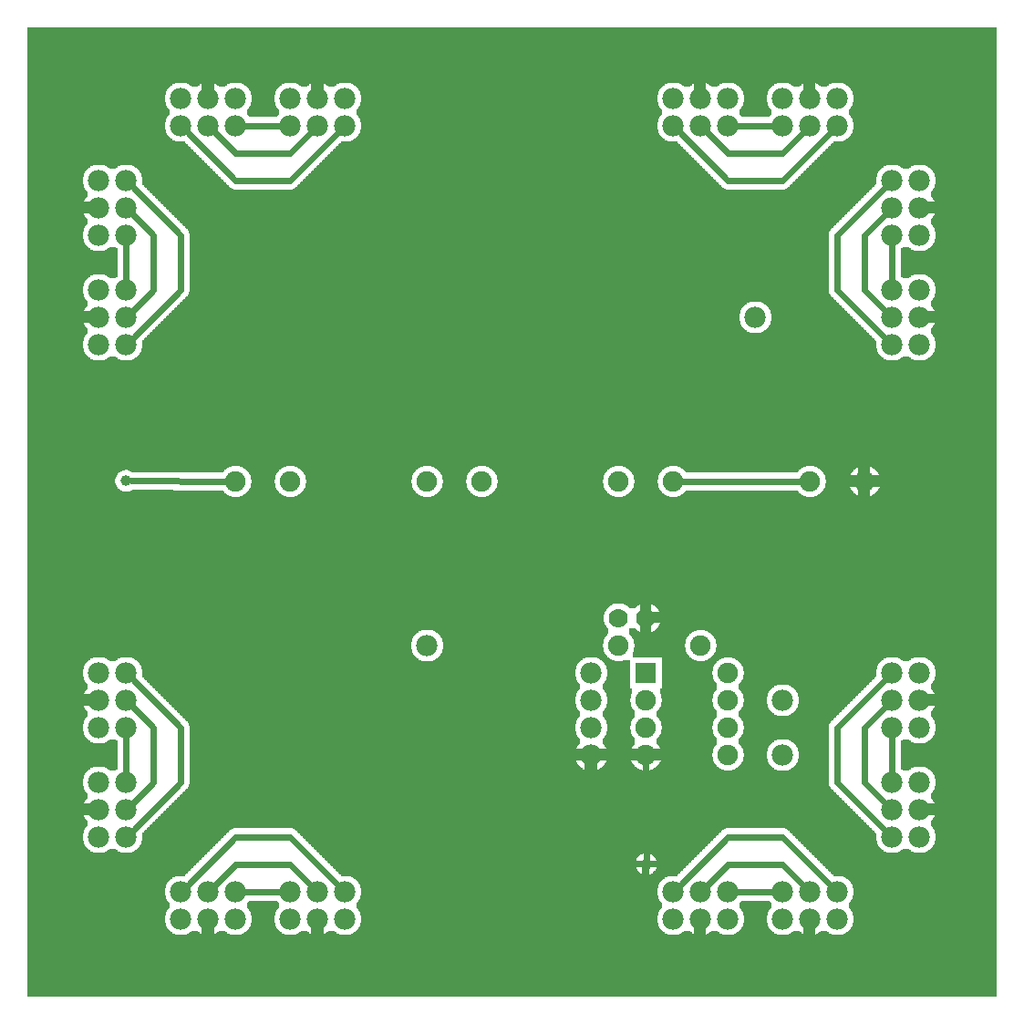
<source format=gbl>
G04 MADE WITH FRITZING*
G04 WWW.FRITZING.ORG*
G04 DOUBLE SIDED*
G04 HOLES PLATED*
G04 CONTOUR ON CENTER OF CONTOUR VECTOR*
%ASAXBY*%
%FSLAX23Y23*%
%MOIN*%
%OFA0B0*%
%SFA1.0B1.0*%
%ADD10C,0.075000*%
%ADD11C,0.078000*%
%ADD12C,0.039370*%
%ADD13C,0.070000*%
%ADD14R,0.075000X0.075000*%
%ADD15C,0.024000*%
%LNCOPPER0*%
G90*
G70*
G54D10*
X124Y3502D03*
G54D11*
X2100Y1222D03*
X2100Y1122D03*
X2100Y1022D03*
X2100Y922D03*
X1200Y3322D03*
X1100Y3322D03*
X1000Y3322D03*
X1200Y3322D03*
X1100Y3322D03*
X1000Y3322D03*
X1000Y3222D03*
X1100Y3222D03*
X1200Y3222D03*
X800Y3322D03*
X700Y3322D03*
X600Y3322D03*
X800Y3322D03*
X700Y3322D03*
X600Y3322D03*
X600Y3222D03*
X700Y3222D03*
X800Y3222D03*
X300Y3022D03*
X300Y2922D03*
X300Y2822D03*
X300Y3022D03*
X300Y2922D03*
X300Y2822D03*
X400Y2822D03*
X400Y2922D03*
X400Y3022D03*
X300Y2622D03*
X300Y2522D03*
X300Y2422D03*
X300Y2622D03*
X300Y2522D03*
X300Y2422D03*
X400Y2422D03*
X400Y2522D03*
X400Y2622D03*
X800Y422D03*
X700Y422D03*
X600Y422D03*
X800Y422D03*
X700Y422D03*
X600Y422D03*
X600Y322D03*
X700Y322D03*
X800Y322D03*
X1200Y422D03*
X1100Y422D03*
X1000Y422D03*
X1200Y422D03*
X1100Y422D03*
X1000Y422D03*
X1000Y322D03*
X1100Y322D03*
X1200Y322D03*
X300Y1222D03*
X300Y1122D03*
X300Y1022D03*
X300Y1222D03*
X300Y1122D03*
X300Y1022D03*
X400Y1022D03*
X400Y1122D03*
X400Y1222D03*
X300Y822D03*
X300Y722D03*
X300Y622D03*
X300Y822D03*
X300Y722D03*
X300Y622D03*
X400Y622D03*
X400Y722D03*
X400Y822D03*
X3000Y3322D03*
X2900Y3322D03*
X2800Y3322D03*
X3000Y3322D03*
X2900Y3322D03*
X2800Y3322D03*
X2800Y3222D03*
X2900Y3222D03*
X3000Y3222D03*
X2600Y3322D03*
X2500Y3322D03*
X2400Y3322D03*
X2600Y3322D03*
X2500Y3322D03*
X2400Y3322D03*
X2400Y3222D03*
X2500Y3222D03*
X2600Y3222D03*
X2600Y422D03*
X2500Y422D03*
X2400Y422D03*
X2600Y422D03*
X2500Y422D03*
X2400Y422D03*
X2400Y322D03*
X2500Y322D03*
X2600Y322D03*
X3000Y422D03*
X2900Y422D03*
X2800Y422D03*
X3000Y422D03*
X2900Y422D03*
X2800Y422D03*
X2800Y322D03*
X2900Y322D03*
X3000Y322D03*
X3200Y2622D03*
X3200Y2522D03*
X3200Y2422D03*
X3200Y2622D03*
X3200Y2522D03*
X3200Y2422D03*
X3300Y2422D03*
X3300Y2522D03*
X3300Y2622D03*
X3200Y822D03*
X3200Y722D03*
X3200Y622D03*
X3200Y822D03*
X3200Y722D03*
X3200Y622D03*
X3300Y622D03*
X3300Y722D03*
X3300Y822D03*
X3200Y3022D03*
X3200Y2922D03*
X3200Y2822D03*
X3200Y3022D03*
X3200Y2922D03*
X3200Y2822D03*
X3300Y2822D03*
X3300Y2922D03*
X3300Y3022D03*
G54D10*
X2300Y1222D03*
X2600Y1222D03*
X2300Y1122D03*
X2600Y1122D03*
X2300Y1022D03*
X2600Y1022D03*
X2300Y922D03*
X2600Y922D03*
G54D11*
X3200Y1222D03*
X3200Y1122D03*
X3200Y1022D03*
X3200Y1222D03*
X3200Y1122D03*
X3200Y1022D03*
X3300Y1022D03*
X3300Y1122D03*
X3300Y1222D03*
G54D12*
X2301Y523D03*
G54D11*
X2700Y2522D03*
X1500Y1322D03*
X2800Y922D03*
X2800Y1122D03*
G54D10*
X2200Y1322D03*
X2500Y1322D03*
G54D13*
X2300Y1422D03*
X2200Y1422D03*
G54D10*
X800Y1922D03*
X1000Y1922D03*
X1500Y1922D03*
X1700Y1922D03*
X2200Y1922D03*
X2400Y1922D03*
X2900Y1922D03*
X3100Y1922D03*
G54D12*
X400Y1924D03*
G54D14*
X2300Y1222D03*
G54D15*
X500Y1022D02*
X421Y1101D01*
D02*
X500Y2822D02*
X421Y2901D01*
D02*
X500Y823D02*
X500Y1022D01*
D02*
X500Y2623D02*
X500Y2822D01*
D02*
X421Y743D02*
X500Y823D01*
D02*
X421Y2543D02*
X500Y2623D01*
D02*
X400Y992D02*
X400Y852D01*
D02*
X400Y2792D02*
X400Y2652D01*
D02*
X600Y822D02*
X600Y1022D01*
D02*
X600Y2622D02*
X600Y2822D01*
D02*
X600Y1022D02*
X421Y1201D01*
D02*
X600Y2822D02*
X421Y3001D01*
D02*
X421Y643D02*
X600Y822D01*
D02*
X421Y2443D02*
X600Y2622D01*
D02*
X2770Y422D02*
X2630Y422D01*
D02*
X970Y422D02*
X830Y422D01*
D02*
X2600Y522D02*
X2521Y443D01*
D02*
X800Y522D02*
X721Y443D01*
D02*
X2800Y522D02*
X2600Y522D01*
D02*
X1000Y522D02*
X800Y522D01*
D02*
X2879Y443D02*
X2800Y522D01*
D02*
X1079Y443D02*
X1000Y522D01*
D02*
X2600Y622D02*
X2421Y443D01*
D02*
X800Y622D02*
X621Y443D01*
D02*
X2800Y622D02*
X2600Y622D01*
D02*
X1000Y622D02*
X800Y622D01*
D02*
X2979Y443D02*
X2800Y622D01*
D02*
X1179Y443D02*
X1000Y622D01*
D02*
X3200Y992D02*
X3200Y852D01*
D02*
X3200Y2792D02*
X3200Y2652D01*
D02*
X3100Y1022D02*
X3100Y822D01*
D02*
X3100Y2822D02*
X3100Y2622D01*
D02*
X3100Y822D02*
X3179Y743D01*
D02*
X3100Y2622D02*
X3179Y2543D01*
D02*
X3179Y1101D02*
X3100Y1022D01*
D02*
X3179Y2901D02*
X3100Y2822D01*
D02*
X3000Y1022D02*
X3179Y1201D01*
D02*
X3000Y2822D02*
X3179Y3001D01*
D02*
X3000Y822D02*
X3000Y1022D01*
D02*
X3000Y2622D02*
X3000Y2822D01*
D02*
X3179Y643D02*
X3000Y822D01*
D02*
X3179Y2443D02*
X3000Y2622D01*
D02*
X2630Y3222D02*
X2770Y3222D01*
D02*
X830Y3222D02*
X970Y3222D01*
D02*
X2600Y3122D02*
X2521Y3201D01*
D02*
X800Y3122D02*
X721Y3201D01*
D02*
X2800Y3122D02*
X2600Y3122D01*
D02*
X1000Y3122D02*
X800Y3122D01*
D02*
X2879Y3201D02*
X2800Y3122D01*
D02*
X1079Y3201D02*
X1000Y3122D01*
D02*
X2800Y3022D02*
X2600Y3022D01*
D02*
X1000Y3022D02*
X800Y3022D01*
D02*
X2600Y3022D02*
X2421Y3201D01*
D02*
X800Y3022D02*
X621Y3201D01*
D02*
X2301Y542D02*
X2300Y893D01*
D02*
X2979Y3201D02*
X2800Y3022D01*
D02*
X1179Y3201D02*
X1000Y3022D01*
D02*
X2871Y1922D02*
X2429Y1922D01*
D02*
X771Y1922D02*
X418Y1924D01*
G36*
X40Y3582D02*
X40Y3380D01*
X3014Y3380D01*
X3014Y3378D01*
X3022Y3378D01*
X3022Y3376D01*
X3026Y3376D01*
X3026Y3374D01*
X3030Y3374D01*
X3030Y3372D01*
X3032Y3372D01*
X3032Y3370D01*
X3036Y3370D01*
X3036Y3368D01*
X3038Y3368D01*
X3038Y3366D01*
X3040Y3366D01*
X3040Y3364D01*
X3042Y3364D01*
X3042Y3362D01*
X3044Y3362D01*
X3044Y3360D01*
X3046Y3360D01*
X3046Y3358D01*
X3048Y3358D01*
X3048Y3354D01*
X3050Y3354D01*
X3050Y3352D01*
X3052Y3352D01*
X3052Y3348D01*
X3054Y3348D01*
X3054Y3344D01*
X3056Y3344D01*
X3056Y3336D01*
X3058Y3336D01*
X3058Y3308D01*
X3056Y3308D01*
X3056Y3300D01*
X3054Y3300D01*
X3054Y3296D01*
X3052Y3296D01*
X3052Y3292D01*
X3050Y3292D01*
X3050Y3290D01*
X3048Y3290D01*
X3048Y3286D01*
X3046Y3286D01*
X3046Y3284D01*
X3044Y3284D01*
X3044Y3282D01*
X3042Y3282D01*
X3042Y3262D01*
X3044Y3262D01*
X3044Y3260D01*
X3046Y3260D01*
X3046Y3258D01*
X3048Y3258D01*
X3048Y3254D01*
X3050Y3254D01*
X3050Y3252D01*
X3052Y3252D01*
X3052Y3248D01*
X3054Y3248D01*
X3054Y3244D01*
X3056Y3244D01*
X3056Y3236D01*
X3058Y3236D01*
X3058Y3208D01*
X3056Y3208D01*
X3056Y3200D01*
X3054Y3200D01*
X3054Y3196D01*
X3052Y3196D01*
X3052Y3192D01*
X3050Y3192D01*
X3050Y3190D01*
X3048Y3190D01*
X3048Y3186D01*
X3046Y3186D01*
X3046Y3184D01*
X3044Y3184D01*
X3044Y3182D01*
X3042Y3182D01*
X3042Y3180D01*
X3040Y3180D01*
X3040Y3178D01*
X3038Y3178D01*
X3038Y3176D01*
X3036Y3176D01*
X3036Y3174D01*
X3032Y3174D01*
X3032Y3172D01*
X3030Y3172D01*
X3030Y3170D01*
X3026Y3170D01*
X3026Y3168D01*
X3022Y3168D01*
X3022Y3166D01*
X3014Y3166D01*
X3014Y3164D01*
X2986Y3164D01*
X2986Y3162D01*
X2984Y3162D01*
X2984Y3160D01*
X2982Y3160D01*
X2982Y3158D01*
X2980Y3158D01*
X2980Y3156D01*
X2978Y3156D01*
X2978Y3154D01*
X2976Y3154D01*
X2976Y3152D01*
X2974Y3152D01*
X2974Y3150D01*
X2972Y3150D01*
X2972Y3148D01*
X2970Y3148D01*
X2970Y3146D01*
X2968Y3146D01*
X2968Y3144D01*
X2966Y3144D01*
X2966Y3142D01*
X2964Y3142D01*
X2964Y3140D01*
X2962Y3140D01*
X2962Y3138D01*
X2960Y3138D01*
X2960Y3136D01*
X2958Y3136D01*
X2958Y3134D01*
X2956Y3134D01*
X2956Y3132D01*
X2954Y3132D01*
X2954Y3130D01*
X2952Y3130D01*
X2952Y3128D01*
X2950Y3128D01*
X2950Y3126D01*
X2948Y3126D01*
X2948Y3124D01*
X2946Y3124D01*
X2946Y3122D01*
X2944Y3122D01*
X2944Y3120D01*
X2942Y3120D01*
X2942Y3118D01*
X2940Y3118D01*
X2940Y3116D01*
X2938Y3116D01*
X2938Y3114D01*
X2936Y3114D01*
X2936Y3112D01*
X2934Y3112D01*
X2934Y3110D01*
X2932Y3110D01*
X2932Y3108D01*
X2930Y3108D01*
X2930Y3106D01*
X2928Y3106D01*
X2928Y3104D01*
X2926Y3104D01*
X2926Y3102D01*
X2924Y3102D01*
X2924Y3100D01*
X2922Y3100D01*
X2922Y3098D01*
X2920Y3098D01*
X2920Y3096D01*
X2918Y3096D01*
X2918Y3094D01*
X2916Y3094D01*
X2916Y3092D01*
X2914Y3092D01*
X2914Y3090D01*
X2912Y3090D01*
X2912Y3088D01*
X2910Y3088D01*
X2910Y3086D01*
X2908Y3086D01*
X2908Y3084D01*
X2906Y3084D01*
X2906Y3082D01*
X2904Y3082D01*
X2904Y3080D01*
X3314Y3080D01*
X3314Y3078D01*
X3322Y3078D01*
X3322Y3076D01*
X3326Y3076D01*
X3326Y3074D01*
X3330Y3074D01*
X3330Y3072D01*
X3332Y3072D01*
X3332Y3070D01*
X3336Y3070D01*
X3336Y3068D01*
X3338Y3068D01*
X3338Y3066D01*
X3340Y3066D01*
X3340Y3064D01*
X3342Y3064D01*
X3342Y3062D01*
X3344Y3062D01*
X3344Y3060D01*
X3346Y3060D01*
X3346Y3058D01*
X3348Y3058D01*
X3348Y3054D01*
X3350Y3054D01*
X3350Y3052D01*
X3352Y3052D01*
X3352Y3048D01*
X3354Y3048D01*
X3354Y3044D01*
X3356Y3044D01*
X3356Y3036D01*
X3358Y3036D01*
X3358Y3008D01*
X3356Y3008D01*
X3356Y3000D01*
X3354Y3000D01*
X3354Y2996D01*
X3352Y2996D01*
X3352Y2992D01*
X3350Y2992D01*
X3350Y2990D01*
X3348Y2990D01*
X3348Y2986D01*
X3346Y2986D01*
X3346Y2984D01*
X3344Y2984D01*
X3344Y2982D01*
X3342Y2982D01*
X3342Y2962D01*
X3344Y2962D01*
X3344Y2960D01*
X3346Y2960D01*
X3346Y2958D01*
X3348Y2958D01*
X3348Y2954D01*
X3350Y2954D01*
X3350Y2952D01*
X3352Y2952D01*
X3352Y2948D01*
X3354Y2948D01*
X3354Y2944D01*
X3356Y2944D01*
X3356Y2936D01*
X3358Y2936D01*
X3358Y2908D01*
X3356Y2908D01*
X3356Y2900D01*
X3354Y2900D01*
X3354Y2896D01*
X3352Y2896D01*
X3352Y2892D01*
X3350Y2892D01*
X3350Y2890D01*
X3348Y2890D01*
X3348Y2886D01*
X3346Y2886D01*
X3346Y2884D01*
X3344Y2884D01*
X3344Y2882D01*
X3342Y2882D01*
X3342Y2862D01*
X3344Y2862D01*
X3344Y2860D01*
X3346Y2860D01*
X3346Y2858D01*
X3348Y2858D01*
X3348Y2854D01*
X3350Y2854D01*
X3350Y2852D01*
X3352Y2852D01*
X3352Y2848D01*
X3354Y2848D01*
X3354Y2844D01*
X3356Y2844D01*
X3356Y2836D01*
X3358Y2836D01*
X3358Y2808D01*
X3356Y2808D01*
X3356Y2800D01*
X3354Y2800D01*
X3354Y2796D01*
X3352Y2796D01*
X3352Y2792D01*
X3350Y2792D01*
X3350Y2790D01*
X3348Y2790D01*
X3348Y2786D01*
X3346Y2786D01*
X3346Y2784D01*
X3344Y2784D01*
X3344Y2782D01*
X3342Y2782D01*
X3342Y2780D01*
X3340Y2780D01*
X3340Y2778D01*
X3338Y2778D01*
X3338Y2776D01*
X3336Y2776D01*
X3336Y2774D01*
X3332Y2774D01*
X3332Y2772D01*
X3330Y2772D01*
X3330Y2770D01*
X3326Y2770D01*
X3326Y2768D01*
X3322Y2768D01*
X3322Y2766D01*
X3314Y2766D01*
X3314Y2764D01*
X3582Y2764D01*
X3582Y3582D01*
X40Y3582D01*
G37*
D02*
G36*
X40Y3380D02*
X40Y3080D01*
X414Y3080D01*
X414Y3078D01*
X422Y3078D01*
X422Y3076D01*
X426Y3076D01*
X426Y3074D01*
X430Y3074D01*
X430Y3072D01*
X432Y3072D01*
X432Y3070D01*
X436Y3070D01*
X436Y3068D01*
X438Y3068D01*
X438Y3066D01*
X440Y3066D01*
X440Y3064D01*
X442Y3064D01*
X442Y3062D01*
X444Y3062D01*
X444Y3060D01*
X446Y3060D01*
X446Y3058D01*
X448Y3058D01*
X448Y3054D01*
X450Y3054D01*
X450Y3052D01*
X452Y3052D01*
X452Y3048D01*
X454Y3048D01*
X454Y3044D01*
X456Y3044D01*
X456Y3036D01*
X458Y3036D01*
X458Y3008D01*
X460Y3008D01*
X460Y3006D01*
X462Y3006D01*
X462Y3004D01*
X464Y3004D01*
X464Y3002D01*
X466Y3002D01*
X466Y3000D01*
X468Y3000D01*
X468Y2998D01*
X470Y2998D01*
X470Y2996D01*
X472Y2996D01*
X472Y2994D01*
X474Y2994D01*
X474Y2992D01*
X476Y2992D01*
X476Y2990D01*
X792Y2990D01*
X792Y2992D01*
X786Y2992D01*
X786Y2994D01*
X782Y2994D01*
X782Y2996D01*
X780Y2996D01*
X780Y2998D01*
X778Y2998D01*
X778Y3000D01*
X776Y3000D01*
X776Y3002D01*
X774Y3002D01*
X774Y3004D01*
X772Y3004D01*
X772Y3006D01*
X770Y3006D01*
X770Y3008D01*
X768Y3008D01*
X768Y3010D01*
X766Y3010D01*
X766Y3012D01*
X764Y3012D01*
X764Y3014D01*
X762Y3014D01*
X762Y3016D01*
X760Y3016D01*
X760Y3018D01*
X758Y3018D01*
X758Y3020D01*
X756Y3020D01*
X756Y3022D01*
X754Y3022D01*
X754Y3024D01*
X752Y3024D01*
X752Y3026D01*
X750Y3026D01*
X750Y3028D01*
X748Y3028D01*
X748Y3030D01*
X746Y3030D01*
X746Y3032D01*
X744Y3032D01*
X744Y3034D01*
X742Y3034D01*
X742Y3036D01*
X740Y3036D01*
X740Y3038D01*
X738Y3038D01*
X738Y3040D01*
X736Y3040D01*
X736Y3042D01*
X734Y3042D01*
X734Y3044D01*
X732Y3044D01*
X732Y3046D01*
X730Y3046D01*
X730Y3048D01*
X728Y3048D01*
X728Y3050D01*
X726Y3050D01*
X726Y3052D01*
X724Y3052D01*
X724Y3054D01*
X722Y3054D01*
X722Y3056D01*
X720Y3056D01*
X720Y3058D01*
X718Y3058D01*
X718Y3060D01*
X716Y3060D01*
X716Y3062D01*
X714Y3062D01*
X714Y3064D01*
X712Y3064D01*
X712Y3066D01*
X710Y3066D01*
X710Y3068D01*
X708Y3068D01*
X708Y3070D01*
X706Y3070D01*
X706Y3072D01*
X704Y3072D01*
X704Y3074D01*
X702Y3074D01*
X702Y3076D01*
X700Y3076D01*
X700Y3078D01*
X698Y3078D01*
X698Y3080D01*
X696Y3080D01*
X696Y3082D01*
X694Y3082D01*
X694Y3084D01*
X692Y3084D01*
X692Y3086D01*
X690Y3086D01*
X690Y3088D01*
X688Y3088D01*
X688Y3090D01*
X686Y3090D01*
X686Y3092D01*
X684Y3092D01*
X684Y3094D01*
X682Y3094D01*
X682Y3096D01*
X680Y3096D01*
X680Y3098D01*
X678Y3098D01*
X678Y3100D01*
X676Y3100D01*
X676Y3102D01*
X674Y3102D01*
X674Y3104D01*
X672Y3104D01*
X672Y3106D01*
X670Y3106D01*
X670Y3108D01*
X668Y3108D01*
X668Y3110D01*
X666Y3110D01*
X666Y3112D01*
X664Y3112D01*
X664Y3114D01*
X662Y3114D01*
X662Y3116D01*
X660Y3116D01*
X660Y3118D01*
X658Y3118D01*
X658Y3120D01*
X656Y3120D01*
X656Y3122D01*
X654Y3122D01*
X654Y3124D01*
X652Y3124D01*
X652Y3126D01*
X650Y3126D01*
X650Y3128D01*
X648Y3128D01*
X648Y3130D01*
X646Y3130D01*
X646Y3132D01*
X644Y3132D01*
X644Y3134D01*
X642Y3134D01*
X642Y3136D01*
X640Y3136D01*
X640Y3138D01*
X638Y3138D01*
X638Y3140D01*
X636Y3140D01*
X636Y3142D01*
X634Y3142D01*
X634Y3144D01*
X632Y3144D01*
X632Y3146D01*
X630Y3146D01*
X630Y3148D01*
X628Y3148D01*
X628Y3150D01*
X626Y3150D01*
X626Y3152D01*
X624Y3152D01*
X624Y3154D01*
X622Y3154D01*
X622Y3156D01*
X620Y3156D01*
X620Y3158D01*
X618Y3158D01*
X618Y3160D01*
X616Y3160D01*
X616Y3162D01*
X614Y3162D01*
X614Y3164D01*
X586Y3164D01*
X586Y3166D01*
X578Y3166D01*
X578Y3168D01*
X574Y3168D01*
X574Y3170D01*
X570Y3170D01*
X570Y3172D01*
X568Y3172D01*
X568Y3174D01*
X564Y3174D01*
X564Y3176D01*
X562Y3176D01*
X562Y3178D01*
X560Y3178D01*
X560Y3180D01*
X558Y3180D01*
X558Y3182D01*
X556Y3182D01*
X556Y3184D01*
X554Y3184D01*
X554Y3186D01*
X552Y3186D01*
X552Y3190D01*
X550Y3190D01*
X550Y3192D01*
X548Y3192D01*
X548Y3196D01*
X546Y3196D01*
X546Y3200D01*
X544Y3200D01*
X544Y3208D01*
X542Y3208D01*
X542Y3236D01*
X544Y3236D01*
X544Y3244D01*
X546Y3244D01*
X546Y3248D01*
X548Y3248D01*
X548Y3252D01*
X550Y3252D01*
X550Y3254D01*
X552Y3254D01*
X552Y3258D01*
X554Y3258D01*
X554Y3260D01*
X556Y3260D01*
X556Y3262D01*
X558Y3262D01*
X558Y3282D01*
X556Y3282D01*
X556Y3284D01*
X554Y3284D01*
X554Y3286D01*
X552Y3286D01*
X552Y3290D01*
X550Y3290D01*
X550Y3292D01*
X548Y3292D01*
X548Y3296D01*
X546Y3296D01*
X546Y3300D01*
X544Y3300D01*
X544Y3308D01*
X542Y3308D01*
X542Y3336D01*
X544Y3336D01*
X544Y3344D01*
X546Y3344D01*
X546Y3348D01*
X548Y3348D01*
X548Y3352D01*
X550Y3352D01*
X550Y3354D01*
X552Y3354D01*
X552Y3358D01*
X554Y3358D01*
X554Y3360D01*
X556Y3360D01*
X556Y3362D01*
X558Y3362D01*
X558Y3364D01*
X560Y3364D01*
X560Y3366D01*
X562Y3366D01*
X562Y3368D01*
X564Y3368D01*
X564Y3370D01*
X568Y3370D01*
X568Y3372D01*
X570Y3372D01*
X570Y3374D01*
X574Y3374D01*
X574Y3376D01*
X578Y3376D01*
X578Y3378D01*
X586Y3378D01*
X586Y3380D01*
X40Y3380D01*
G37*
D02*
G36*
X614Y3380D02*
X614Y3378D01*
X622Y3378D01*
X622Y3376D01*
X626Y3376D01*
X626Y3374D01*
X630Y3374D01*
X630Y3372D01*
X632Y3372D01*
X632Y3370D01*
X636Y3370D01*
X636Y3368D01*
X638Y3368D01*
X638Y3366D01*
X640Y3366D01*
X640Y3364D01*
X660Y3364D01*
X660Y3366D01*
X662Y3366D01*
X662Y3368D01*
X664Y3368D01*
X664Y3370D01*
X668Y3370D01*
X668Y3372D01*
X670Y3372D01*
X670Y3374D01*
X674Y3374D01*
X674Y3376D01*
X678Y3376D01*
X678Y3378D01*
X686Y3378D01*
X686Y3380D01*
X614Y3380D01*
G37*
D02*
G36*
X714Y3380D02*
X714Y3378D01*
X722Y3378D01*
X722Y3376D01*
X726Y3376D01*
X726Y3374D01*
X730Y3374D01*
X730Y3372D01*
X732Y3372D01*
X732Y3370D01*
X736Y3370D01*
X736Y3368D01*
X738Y3368D01*
X738Y3366D01*
X740Y3366D01*
X740Y3364D01*
X760Y3364D01*
X760Y3366D01*
X762Y3366D01*
X762Y3368D01*
X764Y3368D01*
X764Y3370D01*
X768Y3370D01*
X768Y3372D01*
X770Y3372D01*
X770Y3374D01*
X774Y3374D01*
X774Y3376D01*
X778Y3376D01*
X778Y3378D01*
X786Y3378D01*
X786Y3380D01*
X714Y3380D01*
G37*
D02*
G36*
X814Y3380D02*
X814Y3378D01*
X822Y3378D01*
X822Y3376D01*
X826Y3376D01*
X826Y3374D01*
X830Y3374D01*
X830Y3372D01*
X832Y3372D01*
X832Y3370D01*
X836Y3370D01*
X836Y3368D01*
X838Y3368D01*
X838Y3366D01*
X840Y3366D01*
X840Y3364D01*
X842Y3364D01*
X842Y3362D01*
X844Y3362D01*
X844Y3360D01*
X846Y3360D01*
X846Y3358D01*
X848Y3358D01*
X848Y3354D01*
X850Y3354D01*
X850Y3352D01*
X852Y3352D01*
X852Y3348D01*
X854Y3348D01*
X854Y3344D01*
X856Y3344D01*
X856Y3336D01*
X858Y3336D01*
X858Y3308D01*
X856Y3308D01*
X856Y3300D01*
X854Y3300D01*
X854Y3296D01*
X852Y3296D01*
X852Y3292D01*
X850Y3292D01*
X850Y3290D01*
X848Y3290D01*
X848Y3286D01*
X846Y3286D01*
X846Y3284D01*
X844Y3284D01*
X844Y3282D01*
X842Y3282D01*
X842Y3262D01*
X844Y3262D01*
X844Y3260D01*
X846Y3260D01*
X846Y3258D01*
X848Y3258D01*
X848Y3254D01*
X952Y3254D01*
X952Y3258D01*
X954Y3258D01*
X954Y3260D01*
X956Y3260D01*
X956Y3262D01*
X958Y3262D01*
X958Y3282D01*
X956Y3282D01*
X956Y3284D01*
X954Y3284D01*
X954Y3286D01*
X952Y3286D01*
X952Y3290D01*
X950Y3290D01*
X950Y3292D01*
X948Y3292D01*
X948Y3296D01*
X946Y3296D01*
X946Y3300D01*
X944Y3300D01*
X944Y3308D01*
X942Y3308D01*
X942Y3336D01*
X944Y3336D01*
X944Y3344D01*
X946Y3344D01*
X946Y3348D01*
X948Y3348D01*
X948Y3352D01*
X950Y3352D01*
X950Y3354D01*
X952Y3354D01*
X952Y3358D01*
X954Y3358D01*
X954Y3360D01*
X956Y3360D01*
X956Y3362D01*
X958Y3362D01*
X958Y3364D01*
X960Y3364D01*
X960Y3366D01*
X962Y3366D01*
X962Y3368D01*
X964Y3368D01*
X964Y3370D01*
X968Y3370D01*
X968Y3372D01*
X970Y3372D01*
X970Y3374D01*
X974Y3374D01*
X974Y3376D01*
X978Y3376D01*
X978Y3378D01*
X986Y3378D01*
X986Y3380D01*
X814Y3380D01*
G37*
D02*
G36*
X1014Y3380D02*
X1014Y3378D01*
X1022Y3378D01*
X1022Y3376D01*
X1026Y3376D01*
X1026Y3374D01*
X1030Y3374D01*
X1030Y3372D01*
X1032Y3372D01*
X1032Y3370D01*
X1036Y3370D01*
X1036Y3368D01*
X1038Y3368D01*
X1038Y3366D01*
X1040Y3366D01*
X1040Y3364D01*
X1060Y3364D01*
X1060Y3366D01*
X1062Y3366D01*
X1062Y3368D01*
X1064Y3368D01*
X1064Y3370D01*
X1068Y3370D01*
X1068Y3372D01*
X1070Y3372D01*
X1070Y3374D01*
X1074Y3374D01*
X1074Y3376D01*
X1078Y3376D01*
X1078Y3378D01*
X1086Y3378D01*
X1086Y3380D01*
X1014Y3380D01*
G37*
D02*
G36*
X1114Y3380D02*
X1114Y3378D01*
X1122Y3378D01*
X1122Y3376D01*
X1126Y3376D01*
X1126Y3374D01*
X1130Y3374D01*
X1130Y3372D01*
X1132Y3372D01*
X1132Y3370D01*
X1136Y3370D01*
X1136Y3368D01*
X1138Y3368D01*
X1138Y3366D01*
X1140Y3366D01*
X1140Y3364D01*
X1160Y3364D01*
X1160Y3366D01*
X1162Y3366D01*
X1162Y3368D01*
X1164Y3368D01*
X1164Y3370D01*
X1168Y3370D01*
X1168Y3372D01*
X1170Y3372D01*
X1170Y3374D01*
X1174Y3374D01*
X1174Y3376D01*
X1178Y3376D01*
X1178Y3378D01*
X1186Y3378D01*
X1186Y3380D01*
X1114Y3380D01*
G37*
D02*
G36*
X1214Y3380D02*
X1214Y3378D01*
X1222Y3378D01*
X1222Y3376D01*
X1226Y3376D01*
X1226Y3374D01*
X1230Y3374D01*
X1230Y3372D01*
X1232Y3372D01*
X1232Y3370D01*
X1236Y3370D01*
X1236Y3368D01*
X1238Y3368D01*
X1238Y3366D01*
X1240Y3366D01*
X1240Y3364D01*
X1242Y3364D01*
X1242Y3362D01*
X1244Y3362D01*
X1244Y3360D01*
X1246Y3360D01*
X1246Y3358D01*
X1248Y3358D01*
X1248Y3354D01*
X1250Y3354D01*
X1250Y3352D01*
X1252Y3352D01*
X1252Y3348D01*
X1254Y3348D01*
X1254Y3344D01*
X1256Y3344D01*
X1256Y3336D01*
X1258Y3336D01*
X1258Y3308D01*
X1256Y3308D01*
X1256Y3300D01*
X1254Y3300D01*
X1254Y3296D01*
X1252Y3296D01*
X1252Y3292D01*
X1250Y3292D01*
X1250Y3290D01*
X1248Y3290D01*
X1248Y3286D01*
X1246Y3286D01*
X1246Y3284D01*
X1244Y3284D01*
X1244Y3282D01*
X1242Y3282D01*
X1242Y3262D01*
X1244Y3262D01*
X1244Y3260D01*
X1246Y3260D01*
X1246Y3258D01*
X1248Y3258D01*
X1248Y3254D01*
X1250Y3254D01*
X1250Y3252D01*
X1252Y3252D01*
X1252Y3248D01*
X1254Y3248D01*
X1254Y3244D01*
X1256Y3244D01*
X1256Y3236D01*
X1258Y3236D01*
X1258Y3208D01*
X1256Y3208D01*
X1256Y3200D01*
X1254Y3200D01*
X1254Y3196D01*
X1252Y3196D01*
X1252Y3192D01*
X1250Y3192D01*
X1250Y3190D01*
X1248Y3190D01*
X1248Y3186D01*
X1246Y3186D01*
X1246Y3184D01*
X1244Y3184D01*
X1244Y3182D01*
X1242Y3182D01*
X1242Y3180D01*
X1240Y3180D01*
X1240Y3178D01*
X1238Y3178D01*
X1238Y3176D01*
X1236Y3176D01*
X1236Y3174D01*
X1232Y3174D01*
X1232Y3172D01*
X1230Y3172D01*
X1230Y3170D01*
X1226Y3170D01*
X1226Y3168D01*
X1222Y3168D01*
X1222Y3166D01*
X1214Y3166D01*
X1214Y3164D01*
X1186Y3164D01*
X1186Y3162D01*
X1184Y3162D01*
X1184Y3160D01*
X1182Y3160D01*
X1182Y3158D01*
X1180Y3158D01*
X1180Y3156D01*
X1178Y3156D01*
X1178Y3154D01*
X1176Y3154D01*
X1176Y3152D01*
X1174Y3152D01*
X1174Y3150D01*
X1172Y3150D01*
X1172Y3148D01*
X1170Y3148D01*
X1170Y3146D01*
X1168Y3146D01*
X1168Y3144D01*
X1166Y3144D01*
X1166Y3142D01*
X1164Y3142D01*
X1164Y3140D01*
X1162Y3140D01*
X1162Y3138D01*
X1160Y3138D01*
X1160Y3136D01*
X1158Y3136D01*
X1158Y3134D01*
X1156Y3134D01*
X1156Y3132D01*
X1154Y3132D01*
X1154Y3130D01*
X1152Y3130D01*
X1152Y3128D01*
X1150Y3128D01*
X1150Y3126D01*
X1148Y3126D01*
X1148Y3124D01*
X1146Y3124D01*
X1146Y3122D01*
X1144Y3122D01*
X1144Y3120D01*
X1142Y3120D01*
X1142Y3118D01*
X1140Y3118D01*
X1140Y3116D01*
X1138Y3116D01*
X1138Y3114D01*
X1136Y3114D01*
X1136Y3112D01*
X1134Y3112D01*
X1134Y3110D01*
X1132Y3110D01*
X1132Y3108D01*
X1130Y3108D01*
X1130Y3106D01*
X1128Y3106D01*
X1128Y3104D01*
X1126Y3104D01*
X1126Y3102D01*
X1124Y3102D01*
X1124Y3100D01*
X1122Y3100D01*
X1122Y3098D01*
X1120Y3098D01*
X1120Y3096D01*
X1118Y3096D01*
X1118Y3094D01*
X1116Y3094D01*
X1116Y3092D01*
X1114Y3092D01*
X1114Y3090D01*
X1112Y3090D01*
X1112Y3088D01*
X1110Y3088D01*
X1110Y3086D01*
X1108Y3086D01*
X1108Y3084D01*
X1106Y3084D01*
X1106Y3082D01*
X1104Y3082D01*
X1104Y3080D01*
X1102Y3080D01*
X1102Y3078D01*
X1100Y3078D01*
X1100Y3076D01*
X1098Y3076D01*
X1098Y3074D01*
X1096Y3074D01*
X1096Y3072D01*
X1094Y3072D01*
X1094Y3070D01*
X1092Y3070D01*
X1092Y3068D01*
X1090Y3068D01*
X1090Y3066D01*
X1088Y3066D01*
X1088Y3064D01*
X1086Y3064D01*
X1086Y3062D01*
X1084Y3062D01*
X1084Y3060D01*
X1082Y3060D01*
X1082Y3058D01*
X1080Y3058D01*
X1080Y3056D01*
X1078Y3056D01*
X1078Y3054D01*
X1076Y3054D01*
X1076Y3052D01*
X1074Y3052D01*
X1074Y3050D01*
X1072Y3050D01*
X1072Y3048D01*
X1070Y3048D01*
X1070Y3046D01*
X1068Y3046D01*
X1068Y3044D01*
X1066Y3044D01*
X1066Y3042D01*
X1064Y3042D01*
X1064Y3040D01*
X1062Y3040D01*
X1062Y3038D01*
X1060Y3038D01*
X1060Y3036D01*
X1058Y3036D01*
X1058Y3034D01*
X1056Y3034D01*
X1056Y3032D01*
X1054Y3032D01*
X1054Y3030D01*
X1052Y3030D01*
X1052Y3028D01*
X1050Y3028D01*
X1050Y3026D01*
X1048Y3026D01*
X1048Y3024D01*
X1046Y3024D01*
X1046Y3022D01*
X1044Y3022D01*
X1044Y3020D01*
X1042Y3020D01*
X1042Y3018D01*
X1040Y3018D01*
X1040Y3016D01*
X1038Y3016D01*
X1038Y3014D01*
X1036Y3014D01*
X1036Y3012D01*
X1034Y3012D01*
X1034Y3010D01*
X1032Y3010D01*
X1032Y3008D01*
X1030Y3008D01*
X1030Y3006D01*
X1028Y3006D01*
X1028Y3004D01*
X1026Y3004D01*
X1026Y3002D01*
X1024Y3002D01*
X1024Y3000D01*
X1022Y3000D01*
X1022Y2998D01*
X1020Y2998D01*
X1020Y2996D01*
X1018Y2996D01*
X1018Y2994D01*
X1014Y2994D01*
X1014Y2992D01*
X1008Y2992D01*
X1008Y2990D01*
X2592Y2990D01*
X2592Y2992D01*
X2586Y2992D01*
X2586Y2994D01*
X2582Y2994D01*
X2582Y2996D01*
X2580Y2996D01*
X2580Y2998D01*
X2578Y2998D01*
X2578Y3000D01*
X2576Y3000D01*
X2576Y3002D01*
X2574Y3002D01*
X2574Y3004D01*
X2572Y3004D01*
X2572Y3006D01*
X2570Y3006D01*
X2570Y3008D01*
X2568Y3008D01*
X2568Y3010D01*
X2566Y3010D01*
X2566Y3012D01*
X2564Y3012D01*
X2564Y3014D01*
X2562Y3014D01*
X2562Y3016D01*
X2560Y3016D01*
X2560Y3018D01*
X2558Y3018D01*
X2558Y3020D01*
X2556Y3020D01*
X2556Y3022D01*
X2554Y3022D01*
X2554Y3024D01*
X2552Y3024D01*
X2552Y3026D01*
X2550Y3026D01*
X2550Y3028D01*
X2548Y3028D01*
X2548Y3030D01*
X2546Y3030D01*
X2546Y3032D01*
X2544Y3032D01*
X2544Y3034D01*
X2542Y3034D01*
X2542Y3036D01*
X2540Y3036D01*
X2540Y3038D01*
X2538Y3038D01*
X2538Y3040D01*
X2536Y3040D01*
X2536Y3042D01*
X2534Y3042D01*
X2534Y3044D01*
X2532Y3044D01*
X2532Y3046D01*
X2530Y3046D01*
X2530Y3048D01*
X2528Y3048D01*
X2528Y3050D01*
X2526Y3050D01*
X2526Y3052D01*
X2524Y3052D01*
X2524Y3054D01*
X2522Y3054D01*
X2522Y3056D01*
X2520Y3056D01*
X2520Y3058D01*
X2518Y3058D01*
X2518Y3060D01*
X2516Y3060D01*
X2516Y3062D01*
X2514Y3062D01*
X2514Y3064D01*
X2512Y3064D01*
X2512Y3066D01*
X2510Y3066D01*
X2510Y3068D01*
X2508Y3068D01*
X2508Y3070D01*
X2506Y3070D01*
X2506Y3072D01*
X2504Y3072D01*
X2504Y3074D01*
X2502Y3074D01*
X2502Y3076D01*
X2500Y3076D01*
X2500Y3078D01*
X2498Y3078D01*
X2498Y3080D01*
X2496Y3080D01*
X2496Y3082D01*
X2494Y3082D01*
X2494Y3084D01*
X2492Y3084D01*
X2492Y3086D01*
X2490Y3086D01*
X2490Y3088D01*
X2488Y3088D01*
X2488Y3090D01*
X2486Y3090D01*
X2486Y3092D01*
X2484Y3092D01*
X2484Y3094D01*
X2482Y3094D01*
X2482Y3096D01*
X2480Y3096D01*
X2480Y3098D01*
X2478Y3098D01*
X2478Y3100D01*
X2476Y3100D01*
X2476Y3102D01*
X2474Y3102D01*
X2474Y3104D01*
X2472Y3104D01*
X2472Y3106D01*
X2470Y3106D01*
X2470Y3108D01*
X2468Y3108D01*
X2468Y3110D01*
X2466Y3110D01*
X2466Y3112D01*
X2464Y3112D01*
X2464Y3114D01*
X2462Y3114D01*
X2462Y3116D01*
X2460Y3116D01*
X2460Y3118D01*
X2458Y3118D01*
X2458Y3120D01*
X2456Y3120D01*
X2456Y3122D01*
X2454Y3122D01*
X2454Y3124D01*
X2452Y3124D01*
X2452Y3126D01*
X2450Y3126D01*
X2450Y3128D01*
X2448Y3128D01*
X2448Y3130D01*
X2446Y3130D01*
X2446Y3132D01*
X2444Y3132D01*
X2444Y3134D01*
X2442Y3134D01*
X2442Y3136D01*
X2440Y3136D01*
X2440Y3138D01*
X2438Y3138D01*
X2438Y3140D01*
X2436Y3140D01*
X2436Y3142D01*
X2434Y3142D01*
X2434Y3144D01*
X2432Y3144D01*
X2432Y3146D01*
X2430Y3146D01*
X2430Y3148D01*
X2428Y3148D01*
X2428Y3150D01*
X2426Y3150D01*
X2426Y3152D01*
X2424Y3152D01*
X2424Y3154D01*
X2422Y3154D01*
X2422Y3156D01*
X2420Y3156D01*
X2420Y3158D01*
X2418Y3158D01*
X2418Y3160D01*
X2416Y3160D01*
X2416Y3162D01*
X2414Y3162D01*
X2414Y3164D01*
X2386Y3164D01*
X2386Y3166D01*
X2378Y3166D01*
X2378Y3168D01*
X2374Y3168D01*
X2374Y3170D01*
X2370Y3170D01*
X2370Y3172D01*
X2368Y3172D01*
X2368Y3174D01*
X2364Y3174D01*
X2364Y3176D01*
X2362Y3176D01*
X2362Y3178D01*
X2360Y3178D01*
X2360Y3180D01*
X2358Y3180D01*
X2358Y3182D01*
X2356Y3182D01*
X2356Y3184D01*
X2354Y3184D01*
X2354Y3186D01*
X2352Y3186D01*
X2352Y3190D01*
X2350Y3190D01*
X2350Y3192D01*
X2348Y3192D01*
X2348Y3196D01*
X2346Y3196D01*
X2346Y3200D01*
X2344Y3200D01*
X2344Y3208D01*
X2342Y3208D01*
X2342Y3236D01*
X2344Y3236D01*
X2344Y3244D01*
X2346Y3244D01*
X2346Y3248D01*
X2348Y3248D01*
X2348Y3252D01*
X2350Y3252D01*
X2350Y3254D01*
X2352Y3254D01*
X2352Y3258D01*
X2354Y3258D01*
X2354Y3260D01*
X2356Y3260D01*
X2356Y3262D01*
X2358Y3262D01*
X2358Y3282D01*
X2356Y3282D01*
X2356Y3284D01*
X2354Y3284D01*
X2354Y3286D01*
X2352Y3286D01*
X2352Y3290D01*
X2350Y3290D01*
X2350Y3292D01*
X2348Y3292D01*
X2348Y3296D01*
X2346Y3296D01*
X2346Y3300D01*
X2344Y3300D01*
X2344Y3308D01*
X2342Y3308D01*
X2342Y3336D01*
X2344Y3336D01*
X2344Y3344D01*
X2346Y3344D01*
X2346Y3348D01*
X2348Y3348D01*
X2348Y3352D01*
X2350Y3352D01*
X2350Y3354D01*
X2352Y3354D01*
X2352Y3358D01*
X2354Y3358D01*
X2354Y3360D01*
X2356Y3360D01*
X2356Y3362D01*
X2358Y3362D01*
X2358Y3364D01*
X2360Y3364D01*
X2360Y3366D01*
X2362Y3366D01*
X2362Y3368D01*
X2364Y3368D01*
X2364Y3370D01*
X2368Y3370D01*
X2368Y3372D01*
X2370Y3372D01*
X2370Y3374D01*
X2374Y3374D01*
X2374Y3376D01*
X2378Y3376D01*
X2378Y3378D01*
X2386Y3378D01*
X2386Y3380D01*
X1214Y3380D01*
G37*
D02*
G36*
X2414Y3380D02*
X2414Y3378D01*
X2422Y3378D01*
X2422Y3376D01*
X2426Y3376D01*
X2426Y3374D01*
X2430Y3374D01*
X2430Y3372D01*
X2432Y3372D01*
X2432Y3370D01*
X2436Y3370D01*
X2436Y3368D01*
X2438Y3368D01*
X2438Y3366D01*
X2440Y3366D01*
X2440Y3364D01*
X2460Y3364D01*
X2460Y3366D01*
X2462Y3366D01*
X2462Y3368D01*
X2464Y3368D01*
X2464Y3370D01*
X2468Y3370D01*
X2468Y3372D01*
X2470Y3372D01*
X2470Y3374D01*
X2474Y3374D01*
X2474Y3376D01*
X2478Y3376D01*
X2478Y3378D01*
X2486Y3378D01*
X2486Y3380D01*
X2414Y3380D01*
G37*
D02*
G36*
X2514Y3380D02*
X2514Y3378D01*
X2522Y3378D01*
X2522Y3376D01*
X2526Y3376D01*
X2526Y3374D01*
X2530Y3374D01*
X2530Y3372D01*
X2532Y3372D01*
X2532Y3370D01*
X2536Y3370D01*
X2536Y3368D01*
X2538Y3368D01*
X2538Y3366D01*
X2540Y3366D01*
X2540Y3364D01*
X2560Y3364D01*
X2560Y3366D01*
X2562Y3366D01*
X2562Y3368D01*
X2564Y3368D01*
X2564Y3370D01*
X2568Y3370D01*
X2568Y3372D01*
X2570Y3372D01*
X2570Y3374D01*
X2574Y3374D01*
X2574Y3376D01*
X2578Y3376D01*
X2578Y3378D01*
X2586Y3378D01*
X2586Y3380D01*
X2514Y3380D01*
G37*
D02*
G36*
X2614Y3380D02*
X2614Y3378D01*
X2622Y3378D01*
X2622Y3376D01*
X2626Y3376D01*
X2626Y3374D01*
X2630Y3374D01*
X2630Y3372D01*
X2632Y3372D01*
X2632Y3370D01*
X2636Y3370D01*
X2636Y3368D01*
X2638Y3368D01*
X2638Y3366D01*
X2640Y3366D01*
X2640Y3364D01*
X2642Y3364D01*
X2642Y3362D01*
X2644Y3362D01*
X2644Y3360D01*
X2646Y3360D01*
X2646Y3358D01*
X2648Y3358D01*
X2648Y3354D01*
X2650Y3354D01*
X2650Y3352D01*
X2652Y3352D01*
X2652Y3348D01*
X2654Y3348D01*
X2654Y3344D01*
X2656Y3344D01*
X2656Y3336D01*
X2658Y3336D01*
X2658Y3308D01*
X2656Y3308D01*
X2656Y3300D01*
X2654Y3300D01*
X2654Y3296D01*
X2652Y3296D01*
X2652Y3292D01*
X2650Y3292D01*
X2650Y3290D01*
X2648Y3290D01*
X2648Y3286D01*
X2646Y3286D01*
X2646Y3284D01*
X2644Y3284D01*
X2644Y3282D01*
X2642Y3282D01*
X2642Y3262D01*
X2644Y3262D01*
X2644Y3260D01*
X2646Y3260D01*
X2646Y3258D01*
X2648Y3258D01*
X2648Y3254D01*
X2752Y3254D01*
X2752Y3258D01*
X2754Y3258D01*
X2754Y3260D01*
X2756Y3260D01*
X2756Y3262D01*
X2758Y3262D01*
X2758Y3282D01*
X2756Y3282D01*
X2756Y3284D01*
X2754Y3284D01*
X2754Y3286D01*
X2752Y3286D01*
X2752Y3290D01*
X2750Y3290D01*
X2750Y3292D01*
X2748Y3292D01*
X2748Y3296D01*
X2746Y3296D01*
X2746Y3300D01*
X2744Y3300D01*
X2744Y3308D01*
X2742Y3308D01*
X2742Y3336D01*
X2744Y3336D01*
X2744Y3344D01*
X2746Y3344D01*
X2746Y3348D01*
X2748Y3348D01*
X2748Y3352D01*
X2750Y3352D01*
X2750Y3354D01*
X2752Y3354D01*
X2752Y3358D01*
X2754Y3358D01*
X2754Y3360D01*
X2756Y3360D01*
X2756Y3362D01*
X2758Y3362D01*
X2758Y3364D01*
X2760Y3364D01*
X2760Y3366D01*
X2762Y3366D01*
X2762Y3368D01*
X2764Y3368D01*
X2764Y3370D01*
X2768Y3370D01*
X2768Y3372D01*
X2770Y3372D01*
X2770Y3374D01*
X2774Y3374D01*
X2774Y3376D01*
X2778Y3376D01*
X2778Y3378D01*
X2786Y3378D01*
X2786Y3380D01*
X2614Y3380D01*
G37*
D02*
G36*
X2814Y3380D02*
X2814Y3378D01*
X2822Y3378D01*
X2822Y3376D01*
X2826Y3376D01*
X2826Y3374D01*
X2830Y3374D01*
X2830Y3372D01*
X2832Y3372D01*
X2832Y3370D01*
X2836Y3370D01*
X2836Y3368D01*
X2838Y3368D01*
X2838Y3366D01*
X2840Y3366D01*
X2840Y3364D01*
X2860Y3364D01*
X2860Y3366D01*
X2862Y3366D01*
X2862Y3368D01*
X2864Y3368D01*
X2864Y3370D01*
X2868Y3370D01*
X2868Y3372D01*
X2870Y3372D01*
X2870Y3374D01*
X2874Y3374D01*
X2874Y3376D01*
X2878Y3376D01*
X2878Y3378D01*
X2886Y3378D01*
X2886Y3380D01*
X2814Y3380D01*
G37*
D02*
G36*
X2914Y3380D02*
X2914Y3378D01*
X2922Y3378D01*
X2922Y3376D01*
X2926Y3376D01*
X2926Y3374D01*
X2930Y3374D01*
X2930Y3372D01*
X2932Y3372D01*
X2932Y3370D01*
X2936Y3370D01*
X2936Y3368D01*
X2938Y3368D01*
X2938Y3366D01*
X2940Y3366D01*
X2940Y3364D01*
X2960Y3364D01*
X2960Y3366D01*
X2962Y3366D01*
X2962Y3368D01*
X2964Y3368D01*
X2964Y3370D01*
X2968Y3370D01*
X2968Y3372D01*
X2970Y3372D01*
X2970Y3374D01*
X2974Y3374D01*
X2974Y3376D01*
X2978Y3376D01*
X2978Y3378D01*
X2986Y3378D01*
X2986Y3380D01*
X2914Y3380D01*
G37*
D02*
G36*
X40Y3080D02*
X40Y2764D01*
X286Y2764D01*
X286Y2766D01*
X278Y2766D01*
X278Y2768D01*
X274Y2768D01*
X274Y2770D01*
X270Y2770D01*
X270Y2772D01*
X268Y2772D01*
X268Y2774D01*
X264Y2774D01*
X264Y2776D01*
X262Y2776D01*
X262Y2778D01*
X260Y2778D01*
X260Y2780D01*
X258Y2780D01*
X258Y2782D01*
X256Y2782D01*
X256Y2784D01*
X254Y2784D01*
X254Y2786D01*
X252Y2786D01*
X252Y2790D01*
X250Y2790D01*
X250Y2792D01*
X248Y2792D01*
X248Y2796D01*
X246Y2796D01*
X246Y2800D01*
X244Y2800D01*
X244Y2808D01*
X242Y2808D01*
X242Y2836D01*
X244Y2836D01*
X244Y2844D01*
X246Y2844D01*
X246Y2848D01*
X248Y2848D01*
X248Y2852D01*
X250Y2852D01*
X250Y2854D01*
X252Y2854D01*
X252Y2858D01*
X254Y2858D01*
X254Y2860D01*
X256Y2860D01*
X256Y2862D01*
X258Y2862D01*
X258Y2882D01*
X256Y2882D01*
X256Y2884D01*
X254Y2884D01*
X254Y2886D01*
X252Y2886D01*
X252Y2890D01*
X250Y2890D01*
X250Y2892D01*
X248Y2892D01*
X248Y2896D01*
X246Y2896D01*
X246Y2900D01*
X244Y2900D01*
X244Y2908D01*
X242Y2908D01*
X242Y2936D01*
X244Y2936D01*
X244Y2944D01*
X246Y2944D01*
X246Y2948D01*
X248Y2948D01*
X248Y2952D01*
X250Y2952D01*
X250Y2954D01*
X252Y2954D01*
X252Y2958D01*
X254Y2958D01*
X254Y2960D01*
X256Y2960D01*
X256Y2962D01*
X258Y2962D01*
X258Y2982D01*
X256Y2982D01*
X256Y2984D01*
X254Y2984D01*
X254Y2986D01*
X252Y2986D01*
X252Y2990D01*
X250Y2990D01*
X250Y2992D01*
X248Y2992D01*
X248Y2996D01*
X246Y2996D01*
X246Y3000D01*
X244Y3000D01*
X244Y3008D01*
X242Y3008D01*
X242Y3036D01*
X244Y3036D01*
X244Y3044D01*
X246Y3044D01*
X246Y3048D01*
X248Y3048D01*
X248Y3052D01*
X250Y3052D01*
X250Y3054D01*
X252Y3054D01*
X252Y3058D01*
X254Y3058D01*
X254Y3060D01*
X256Y3060D01*
X256Y3062D01*
X258Y3062D01*
X258Y3064D01*
X260Y3064D01*
X260Y3066D01*
X262Y3066D01*
X262Y3068D01*
X264Y3068D01*
X264Y3070D01*
X268Y3070D01*
X268Y3072D01*
X270Y3072D01*
X270Y3074D01*
X274Y3074D01*
X274Y3076D01*
X278Y3076D01*
X278Y3078D01*
X286Y3078D01*
X286Y3080D01*
X40Y3080D01*
G37*
D02*
G36*
X314Y3080D02*
X314Y3078D01*
X322Y3078D01*
X322Y3076D01*
X326Y3076D01*
X326Y3074D01*
X330Y3074D01*
X330Y3072D01*
X332Y3072D01*
X332Y3070D01*
X336Y3070D01*
X336Y3068D01*
X338Y3068D01*
X338Y3066D01*
X340Y3066D01*
X340Y3064D01*
X360Y3064D01*
X360Y3066D01*
X362Y3066D01*
X362Y3068D01*
X364Y3068D01*
X364Y3070D01*
X368Y3070D01*
X368Y3072D01*
X370Y3072D01*
X370Y3074D01*
X374Y3074D01*
X374Y3076D01*
X378Y3076D01*
X378Y3078D01*
X386Y3078D01*
X386Y3080D01*
X314Y3080D01*
G37*
D02*
G36*
X2902Y3080D02*
X2902Y3078D01*
X2900Y3078D01*
X2900Y3076D01*
X2898Y3076D01*
X2898Y3074D01*
X2896Y3074D01*
X2896Y3072D01*
X2894Y3072D01*
X2894Y3070D01*
X2892Y3070D01*
X2892Y3068D01*
X2890Y3068D01*
X2890Y3066D01*
X2888Y3066D01*
X2888Y3064D01*
X2886Y3064D01*
X2886Y3062D01*
X2884Y3062D01*
X2884Y3060D01*
X2882Y3060D01*
X2882Y3058D01*
X2880Y3058D01*
X2880Y3056D01*
X2878Y3056D01*
X2878Y3054D01*
X2876Y3054D01*
X2876Y3052D01*
X2874Y3052D01*
X2874Y3050D01*
X2872Y3050D01*
X2872Y3048D01*
X2870Y3048D01*
X2870Y3046D01*
X2868Y3046D01*
X2868Y3044D01*
X2866Y3044D01*
X2866Y3042D01*
X2864Y3042D01*
X2864Y3040D01*
X2862Y3040D01*
X2862Y3038D01*
X2860Y3038D01*
X2860Y3036D01*
X2858Y3036D01*
X2858Y3034D01*
X2856Y3034D01*
X2856Y3032D01*
X2854Y3032D01*
X2854Y3030D01*
X2852Y3030D01*
X2852Y3028D01*
X2850Y3028D01*
X2850Y3026D01*
X2848Y3026D01*
X2848Y3024D01*
X2846Y3024D01*
X2846Y3022D01*
X2844Y3022D01*
X2844Y3020D01*
X2842Y3020D01*
X2842Y3018D01*
X2840Y3018D01*
X2840Y3016D01*
X2838Y3016D01*
X2838Y3014D01*
X2836Y3014D01*
X2836Y3012D01*
X2834Y3012D01*
X2834Y3010D01*
X2832Y3010D01*
X2832Y3008D01*
X2830Y3008D01*
X2830Y3006D01*
X2828Y3006D01*
X2828Y3004D01*
X2826Y3004D01*
X2826Y3002D01*
X2824Y3002D01*
X2824Y3000D01*
X2822Y3000D01*
X2822Y2998D01*
X2820Y2998D01*
X2820Y2996D01*
X2818Y2996D01*
X2818Y2994D01*
X2814Y2994D01*
X2814Y2992D01*
X2808Y2992D01*
X2808Y2990D01*
X3124Y2990D01*
X3124Y2992D01*
X3126Y2992D01*
X3126Y2994D01*
X3128Y2994D01*
X3128Y2996D01*
X3130Y2996D01*
X3130Y2998D01*
X3132Y2998D01*
X3132Y3000D01*
X3134Y3000D01*
X3134Y3002D01*
X3136Y3002D01*
X3136Y3004D01*
X3138Y3004D01*
X3138Y3006D01*
X3140Y3006D01*
X3140Y3008D01*
X3142Y3008D01*
X3142Y3036D01*
X3144Y3036D01*
X3144Y3044D01*
X3146Y3044D01*
X3146Y3048D01*
X3148Y3048D01*
X3148Y3052D01*
X3150Y3052D01*
X3150Y3054D01*
X3152Y3054D01*
X3152Y3058D01*
X3154Y3058D01*
X3154Y3060D01*
X3156Y3060D01*
X3156Y3062D01*
X3158Y3062D01*
X3158Y3064D01*
X3160Y3064D01*
X3160Y3066D01*
X3162Y3066D01*
X3162Y3068D01*
X3164Y3068D01*
X3164Y3070D01*
X3168Y3070D01*
X3168Y3072D01*
X3170Y3072D01*
X3170Y3074D01*
X3174Y3074D01*
X3174Y3076D01*
X3178Y3076D01*
X3178Y3078D01*
X3186Y3078D01*
X3186Y3080D01*
X2902Y3080D01*
G37*
D02*
G36*
X3214Y3080D02*
X3214Y3078D01*
X3222Y3078D01*
X3222Y3076D01*
X3226Y3076D01*
X3226Y3074D01*
X3230Y3074D01*
X3230Y3072D01*
X3232Y3072D01*
X3232Y3070D01*
X3236Y3070D01*
X3236Y3068D01*
X3238Y3068D01*
X3238Y3066D01*
X3240Y3066D01*
X3240Y3064D01*
X3260Y3064D01*
X3260Y3066D01*
X3262Y3066D01*
X3262Y3068D01*
X3264Y3068D01*
X3264Y3070D01*
X3268Y3070D01*
X3268Y3072D01*
X3270Y3072D01*
X3270Y3074D01*
X3274Y3074D01*
X3274Y3076D01*
X3278Y3076D01*
X3278Y3078D01*
X3286Y3078D01*
X3286Y3080D01*
X3214Y3080D01*
G37*
D02*
G36*
X478Y2990D02*
X478Y2988D01*
X3122Y2988D01*
X3122Y2990D01*
X478Y2990D01*
G37*
D02*
G36*
X478Y2990D02*
X478Y2988D01*
X3122Y2988D01*
X3122Y2990D01*
X478Y2990D01*
G37*
D02*
G36*
X478Y2990D02*
X478Y2988D01*
X3122Y2988D01*
X3122Y2990D01*
X478Y2990D01*
G37*
D02*
G36*
X480Y2988D02*
X480Y2986D01*
X482Y2986D01*
X482Y2984D01*
X484Y2984D01*
X484Y2982D01*
X486Y2982D01*
X486Y2980D01*
X488Y2980D01*
X488Y2978D01*
X490Y2978D01*
X490Y2976D01*
X492Y2976D01*
X492Y2974D01*
X494Y2974D01*
X494Y2972D01*
X496Y2972D01*
X496Y2970D01*
X498Y2970D01*
X498Y2968D01*
X500Y2968D01*
X500Y2966D01*
X502Y2966D01*
X502Y2964D01*
X504Y2964D01*
X504Y2962D01*
X506Y2962D01*
X506Y2960D01*
X508Y2960D01*
X508Y2958D01*
X510Y2958D01*
X510Y2956D01*
X512Y2956D01*
X512Y2954D01*
X514Y2954D01*
X514Y2952D01*
X516Y2952D01*
X516Y2950D01*
X518Y2950D01*
X518Y2948D01*
X520Y2948D01*
X520Y2946D01*
X522Y2946D01*
X522Y2944D01*
X524Y2944D01*
X524Y2942D01*
X526Y2942D01*
X526Y2940D01*
X528Y2940D01*
X528Y2938D01*
X530Y2938D01*
X530Y2936D01*
X532Y2936D01*
X532Y2934D01*
X534Y2934D01*
X534Y2932D01*
X536Y2932D01*
X536Y2930D01*
X538Y2930D01*
X538Y2928D01*
X540Y2928D01*
X540Y2926D01*
X542Y2926D01*
X542Y2924D01*
X544Y2924D01*
X544Y2922D01*
X546Y2922D01*
X546Y2920D01*
X548Y2920D01*
X548Y2918D01*
X550Y2918D01*
X550Y2916D01*
X552Y2916D01*
X552Y2914D01*
X554Y2914D01*
X554Y2912D01*
X556Y2912D01*
X556Y2910D01*
X558Y2910D01*
X558Y2908D01*
X560Y2908D01*
X560Y2906D01*
X562Y2906D01*
X562Y2904D01*
X564Y2904D01*
X564Y2902D01*
X566Y2902D01*
X566Y2900D01*
X568Y2900D01*
X568Y2898D01*
X570Y2898D01*
X570Y2896D01*
X572Y2896D01*
X572Y2894D01*
X574Y2894D01*
X574Y2892D01*
X576Y2892D01*
X576Y2890D01*
X578Y2890D01*
X578Y2888D01*
X580Y2888D01*
X580Y2886D01*
X582Y2886D01*
X582Y2884D01*
X584Y2884D01*
X584Y2882D01*
X586Y2882D01*
X586Y2880D01*
X588Y2880D01*
X588Y2878D01*
X590Y2878D01*
X590Y2876D01*
X592Y2876D01*
X592Y2874D01*
X594Y2874D01*
X594Y2872D01*
X596Y2872D01*
X596Y2870D01*
X598Y2870D01*
X598Y2868D01*
X600Y2868D01*
X600Y2866D01*
X602Y2866D01*
X602Y2864D01*
X604Y2864D01*
X604Y2862D01*
X606Y2862D01*
X606Y2860D01*
X608Y2860D01*
X608Y2858D01*
X610Y2858D01*
X610Y2856D01*
X612Y2856D01*
X612Y2854D01*
X614Y2854D01*
X614Y2852D01*
X616Y2852D01*
X616Y2850D01*
X618Y2850D01*
X618Y2848D01*
X620Y2848D01*
X620Y2846D01*
X622Y2846D01*
X622Y2844D01*
X624Y2844D01*
X624Y2842D01*
X626Y2842D01*
X626Y2840D01*
X628Y2840D01*
X628Y2836D01*
X630Y2836D01*
X630Y2830D01*
X632Y2830D01*
X632Y2614D01*
X630Y2614D01*
X630Y2608D01*
X628Y2608D01*
X628Y2604D01*
X626Y2604D01*
X626Y2602D01*
X624Y2602D01*
X624Y2600D01*
X622Y2600D01*
X622Y2598D01*
X620Y2598D01*
X620Y2596D01*
X618Y2596D01*
X618Y2594D01*
X616Y2594D01*
X616Y2592D01*
X614Y2592D01*
X614Y2590D01*
X612Y2590D01*
X612Y2588D01*
X610Y2588D01*
X610Y2586D01*
X608Y2586D01*
X608Y2584D01*
X606Y2584D01*
X606Y2582D01*
X604Y2582D01*
X604Y2580D01*
X2714Y2580D01*
X2714Y2578D01*
X2722Y2578D01*
X2722Y2576D01*
X2726Y2576D01*
X2726Y2574D01*
X2730Y2574D01*
X2730Y2572D01*
X2732Y2572D01*
X2732Y2570D01*
X2736Y2570D01*
X2736Y2568D01*
X2738Y2568D01*
X2738Y2566D01*
X2740Y2566D01*
X2740Y2564D01*
X2742Y2564D01*
X2742Y2562D01*
X2744Y2562D01*
X2744Y2560D01*
X2746Y2560D01*
X2746Y2558D01*
X2748Y2558D01*
X2748Y2554D01*
X2750Y2554D01*
X2750Y2552D01*
X2752Y2552D01*
X2752Y2548D01*
X2754Y2548D01*
X2754Y2544D01*
X2756Y2544D01*
X2756Y2536D01*
X2758Y2536D01*
X2758Y2508D01*
X2756Y2508D01*
X2756Y2500D01*
X2754Y2500D01*
X2754Y2496D01*
X2752Y2496D01*
X2752Y2492D01*
X2750Y2492D01*
X2750Y2490D01*
X2748Y2490D01*
X2748Y2486D01*
X2746Y2486D01*
X2746Y2484D01*
X2744Y2484D01*
X2744Y2482D01*
X2742Y2482D01*
X2742Y2480D01*
X2740Y2480D01*
X2740Y2478D01*
X2738Y2478D01*
X2738Y2476D01*
X2736Y2476D01*
X2736Y2474D01*
X2732Y2474D01*
X2732Y2472D01*
X2730Y2472D01*
X2730Y2470D01*
X2726Y2470D01*
X2726Y2468D01*
X2722Y2468D01*
X2722Y2466D01*
X2714Y2466D01*
X2714Y2464D01*
X3112Y2464D01*
X3112Y2466D01*
X3110Y2466D01*
X3110Y2468D01*
X3108Y2468D01*
X3108Y2470D01*
X3106Y2470D01*
X3106Y2472D01*
X3104Y2472D01*
X3104Y2474D01*
X3102Y2474D01*
X3102Y2476D01*
X3100Y2476D01*
X3100Y2478D01*
X3098Y2478D01*
X3098Y2480D01*
X3096Y2480D01*
X3096Y2482D01*
X3094Y2482D01*
X3094Y2484D01*
X3092Y2484D01*
X3092Y2486D01*
X3090Y2486D01*
X3090Y2488D01*
X3088Y2488D01*
X3088Y2490D01*
X3086Y2490D01*
X3086Y2492D01*
X3084Y2492D01*
X3084Y2494D01*
X3082Y2494D01*
X3082Y2496D01*
X3080Y2496D01*
X3080Y2498D01*
X3078Y2498D01*
X3078Y2500D01*
X3076Y2500D01*
X3076Y2502D01*
X3074Y2502D01*
X3074Y2504D01*
X3072Y2504D01*
X3072Y2506D01*
X3070Y2506D01*
X3070Y2508D01*
X3068Y2508D01*
X3068Y2510D01*
X3066Y2510D01*
X3066Y2512D01*
X3064Y2512D01*
X3064Y2514D01*
X3062Y2514D01*
X3062Y2516D01*
X3060Y2516D01*
X3060Y2518D01*
X3058Y2518D01*
X3058Y2520D01*
X3056Y2520D01*
X3056Y2522D01*
X3054Y2522D01*
X3054Y2524D01*
X3052Y2524D01*
X3052Y2526D01*
X3050Y2526D01*
X3050Y2528D01*
X3048Y2528D01*
X3048Y2530D01*
X3046Y2530D01*
X3046Y2532D01*
X3044Y2532D01*
X3044Y2534D01*
X3042Y2534D01*
X3042Y2536D01*
X3040Y2536D01*
X3040Y2538D01*
X3038Y2538D01*
X3038Y2540D01*
X3036Y2540D01*
X3036Y2542D01*
X3034Y2542D01*
X3034Y2544D01*
X3032Y2544D01*
X3032Y2546D01*
X3030Y2546D01*
X3030Y2548D01*
X3028Y2548D01*
X3028Y2550D01*
X3026Y2550D01*
X3026Y2552D01*
X3024Y2552D01*
X3024Y2554D01*
X3022Y2554D01*
X3022Y2556D01*
X3020Y2556D01*
X3020Y2558D01*
X3018Y2558D01*
X3018Y2560D01*
X3016Y2560D01*
X3016Y2562D01*
X3014Y2562D01*
X3014Y2564D01*
X3012Y2564D01*
X3012Y2566D01*
X3010Y2566D01*
X3010Y2568D01*
X3008Y2568D01*
X3008Y2570D01*
X3006Y2570D01*
X3006Y2572D01*
X3004Y2572D01*
X3004Y2574D01*
X3002Y2574D01*
X3002Y2576D01*
X3000Y2576D01*
X3000Y2578D01*
X2998Y2578D01*
X2998Y2580D01*
X2996Y2580D01*
X2996Y2582D01*
X2994Y2582D01*
X2994Y2584D01*
X2992Y2584D01*
X2992Y2586D01*
X2990Y2586D01*
X2990Y2588D01*
X2988Y2588D01*
X2988Y2590D01*
X2986Y2590D01*
X2986Y2592D01*
X2984Y2592D01*
X2984Y2594D01*
X2982Y2594D01*
X2982Y2596D01*
X2980Y2596D01*
X2980Y2598D01*
X2978Y2598D01*
X2978Y2600D01*
X2976Y2600D01*
X2976Y2602D01*
X2974Y2602D01*
X2974Y2606D01*
X2972Y2606D01*
X2972Y2608D01*
X2970Y2608D01*
X2970Y2614D01*
X2968Y2614D01*
X2968Y2828D01*
X2970Y2828D01*
X2970Y2834D01*
X2972Y2834D01*
X2972Y2838D01*
X2974Y2838D01*
X2974Y2842D01*
X2976Y2842D01*
X2976Y2844D01*
X2978Y2844D01*
X2978Y2846D01*
X2980Y2846D01*
X2980Y2848D01*
X2982Y2848D01*
X2982Y2850D01*
X2984Y2850D01*
X2984Y2852D01*
X2986Y2852D01*
X2986Y2854D01*
X2988Y2854D01*
X2988Y2856D01*
X2990Y2856D01*
X2990Y2858D01*
X2992Y2858D01*
X2992Y2860D01*
X2994Y2860D01*
X2994Y2862D01*
X2996Y2862D01*
X2996Y2864D01*
X2998Y2864D01*
X2998Y2866D01*
X3000Y2866D01*
X3000Y2868D01*
X3002Y2868D01*
X3002Y2870D01*
X3004Y2870D01*
X3004Y2872D01*
X3006Y2872D01*
X3006Y2874D01*
X3008Y2874D01*
X3008Y2876D01*
X3010Y2876D01*
X3010Y2878D01*
X3012Y2878D01*
X3012Y2880D01*
X3014Y2880D01*
X3014Y2882D01*
X3016Y2882D01*
X3016Y2884D01*
X3018Y2884D01*
X3018Y2886D01*
X3020Y2886D01*
X3020Y2888D01*
X3022Y2888D01*
X3022Y2890D01*
X3024Y2890D01*
X3024Y2892D01*
X3026Y2892D01*
X3026Y2894D01*
X3028Y2894D01*
X3028Y2896D01*
X3030Y2896D01*
X3030Y2898D01*
X3032Y2898D01*
X3032Y2900D01*
X3034Y2900D01*
X3034Y2902D01*
X3036Y2902D01*
X3036Y2904D01*
X3038Y2904D01*
X3038Y2906D01*
X3040Y2906D01*
X3040Y2908D01*
X3042Y2908D01*
X3042Y2910D01*
X3044Y2910D01*
X3044Y2912D01*
X3046Y2912D01*
X3046Y2914D01*
X3048Y2914D01*
X3048Y2916D01*
X3050Y2916D01*
X3050Y2918D01*
X3052Y2918D01*
X3052Y2920D01*
X3054Y2920D01*
X3054Y2922D01*
X3056Y2922D01*
X3056Y2924D01*
X3058Y2924D01*
X3058Y2926D01*
X3060Y2926D01*
X3060Y2928D01*
X3062Y2928D01*
X3062Y2930D01*
X3064Y2930D01*
X3064Y2932D01*
X3066Y2932D01*
X3066Y2934D01*
X3068Y2934D01*
X3068Y2936D01*
X3070Y2936D01*
X3070Y2938D01*
X3072Y2938D01*
X3072Y2940D01*
X3074Y2940D01*
X3074Y2942D01*
X3076Y2942D01*
X3076Y2944D01*
X3078Y2944D01*
X3078Y2946D01*
X3080Y2946D01*
X3080Y2948D01*
X3082Y2948D01*
X3082Y2950D01*
X3084Y2950D01*
X3084Y2952D01*
X3086Y2952D01*
X3086Y2954D01*
X3088Y2954D01*
X3088Y2956D01*
X3090Y2956D01*
X3090Y2958D01*
X3092Y2958D01*
X3092Y2960D01*
X3094Y2960D01*
X3094Y2962D01*
X3096Y2962D01*
X3096Y2964D01*
X3098Y2964D01*
X3098Y2966D01*
X3100Y2966D01*
X3100Y2968D01*
X3102Y2968D01*
X3102Y2970D01*
X3104Y2970D01*
X3104Y2972D01*
X3106Y2972D01*
X3106Y2974D01*
X3108Y2974D01*
X3108Y2976D01*
X3110Y2976D01*
X3110Y2978D01*
X3112Y2978D01*
X3112Y2980D01*
X3114Y2980D01*
X3114Y2982D01*
X3116Y2982D01*
X3116Y2984D01*
X3118Y2984D01*
X3118Y2986D01*
X3120Y2986D01*
X3120Y2988D01*
X480Y2988D01*
G37*
D02*
G36*
X340Y2780D02*
X340Y2778D01*
X338Y2778D01*
X338Y2776D01*
X336Y2776D01*
X336Y2774D01*
X332Y2774D01*
X332Y2772D01*
X330Y2772D01*
X330Y2770D01*
X326Y2770D01*
X326Y2768D01*
X322Y2768D01*
X322Y2766D01*
X314Y2766D01*
X314Y2764D01*
X368Y2764D01*
X368Y2774D01*
X364Y2774D01*
X364Y2776D01*
X362Y2776D01*
X362Y2778D01*
X360Y2778D01*
X360Y2780D01*
X340Y2780D01*
G37*
D02*
G36*
X3240Y2780D02*
X3240Y2778D01*
X3238Y2778D01*
X3238Y2776D01*
X3236Y2776D01*
X3236Y2774D01*
X3232Y2774D01*
X3232Y2764D01*
X3286Y2764D01*
X3286Y2766D01*
X3278Y2766D01*
X3278Y2768D01*
X3274Y2768D01*
X3274Y2770D01*
X3270Y2770D01*
X3270Y2772D01*
X3268Y2772D01*
X3268Y2774D01*
X3264Y2774D01*
X3264Y2776D01*
X3262Y2776D01*
X3262Y2778D01*
X3260Y2778D01*
X3260Y2780D01*
X3240Y2780D01*
G37*
D02*
G36*
X40Y2764D02*
X40Y2762D01*
X368Y2762D01*
X368Y2764D01*
X40Y2764D01*
G37*
D02*
G36*
X40Y2764D02*
X40Y2762D01*
X368Y2762D01*
X368Y2764D01*
X40Y2764D01*
G37*
D02*
G36*
X3232Y2764D02*
X3232Y2762D01*
X3582Y2762D01*
X3582Y2764D01*
X3232Y2764D01*
G37*
D02*
G36*
X3232Y2764D02*
X3232Y2762D01*
X3582Y2762D01*
X3582Y2764D01*
X3232Y2764D01*
G37*
D02*
G36*
X40Y2762D02*
X40Y2680D01*
X314Y2680D01*
X314Y2678D01*
X322Y2678D01*
X322Y2676D01*
X326Y2676D01*
X326Y2674D01*
X330Y2674D01*
X330Y2672D01*
X332Y2672D01*
X332Y2670D01*
X336Y2670D01*
X336Y2668D01*
X338Y2668D01*
X338Y2666D01*
X340Y2666D01*
X340Y2664D01*
X360Y2664D01*
X360Y2666D01*
X362Y2666D01*
X362Y2668D01*
X364Y2668D01*
X364Y2670D01*
X368Y2670D01*
X368Y2762D01*
X40Y2762D01*
G37*
D02*
G36*
X3232Y2762D02*
X3232Y2680D01*
X3314Y2680D01*
X3314Y2678D01*
X3322Y2678D01*
X3322Y2676D01*
X3326Y2676D01*
X3326Y2674D01*
X3330Y2674D01*
X3330Y2672D01*
X3332Y2672D01*
X3332Y2670D01*
X3336Y2670D01*
X3336Y2668D01*
X3338Y2668D01*
X3338Y2666D01*
X3340Y2666D01*
X3340Y2664D01*
X3342Y2664D01*
X3342Y2662D01*
X3344Y2662D01*
X3344Y2660D01*
X3346Y2660D01*
X3346Y2658D01*
X3348Y2658D01*
X3348Y2654D01*
X3350Y2654D01*
X3350Y2652D01*
X3352Y2652D01*
X3352Y2648D01*
X3354Y2648D01*
X3354Y2644D01*
X3356Y2644D01*
X3356Y2636D01*
X3358Y2636D01*
X3358Y2608D01*
X3356Y2608D01*
X3356Y2600D01*
X3354Y2600D01*
X3354Y2596D01*
X3352Y2596D01*
X3352Y2592D01*
X3350Y2592D01*
X3350Y2590D01*
X3348Y2590D01*
X3348Y2586D01*
X3346Y2586D01*
X3346Y2584D01*
X3344Y2584D01*
X3344Y2582D01*
X3342Y2582D01*
X3342Y2562D01*
X3344Y2562D01*
X3344Y2560D01*
X3346Y2560D01*
X3346Y2558D01*
X3348Y2558D01*
X3348Y2554D01*
X3350Y2554D01*
X3350Y2552D01*
X3352Y2552D01*
X3352Y2548D01*
X3354Y2548D01*
X3354Y2544D01*
X3356Y2544D01*
X3356Y2536D01*
X3358Y2536D01*
X3358Y2508D01*
X3356Y2508D01*
X3356Y2500D01*
X3354Y2500D01*
X3354Y2496D01*
X3352Y2496D01*
X3352Y2492D01*
X3350Y2492D01*
X3350Y2490D01*
X3348Y2490D01*
X3348Y2486D01*
X3346Y2486D01*
X3346Y2484D01*
X3344Y2484D01*
X3344Y2482D01*
X3342Y2482D01*
X3342Y2462D01*
X3344Y2462D01*
X3344Y2460D01*
X3346Y2460D01*
X3346Y2458D01*
X3348Y2458D01*
X3348Y2454D01*
X3350Y2454D01*
X3350Y2452D01*
X3352Y2452D01*
X3352Y2448D01*
X3354Y2448D01*
X3354Y2444D01*
X3356Y2444D01*
X3356Y2436D01*
X3358Y2436D01*
X3358Y2408D01*
X3356Y2408D01*
X3356Y2400D01*
X3354Y2400D01*
X3354Y2396D01*
X3352Y2396D01*
X3352Y2392D01*
X3350Y2392D01*
X3350Y2390D01*
X3348Y2390D01*
X3348Y2386D01*
X3346Y2386D01*
X3346Y2384D01*
X3344Y2384D01*
X3344Y2382D01*
X3342Y2382D01*
X3342Y2380D01*
X3340Y2380D01*
X3340Y2378D01*
X3338Y2378D01*
X3338Y2376D01*
X3336Y2376D01*
X3336Y2374D01*
X3332Y2374D01*
X3332Y2372D01*
X3330Y2372D01*
X3330Y2370D01*
X3326Y2370D01*
X3326Y2368D01*
X3322Y2368D01*
X3322Y2366D01*
X3314Y2366D01*
X3314Y2364D01*
X3582Y2364D01*
X3582Y2762D01*
X3232Y2762D01*
G37*
D02*
G36*
X40Y2680D02*
X40Y2364D01*
X286Y2364D01*
X286Y2366D01*
X278Y2366D01*
X278Y2368D01*
X274Y2368D01*
X274Y2370D01*
X270Y2370D01*
X270Y2372D01*
X268Y2372D01*
X268Y2374D01*
X264Y2374D01*
X264Y2376D01*
X262Y2376D01*
X262Y2378D01*
X260Y2378D01*
X260Y2380D01*
X258Y2380D01*
X258Y2382D01*
X256Y2382D01*
X256Y2384D01*
X254Y2384D01*
X254Y2386D01*
X252Y2386D01*
X252Y2390D01*
X250Y2390D01*
X250Y2392D01*
X248Y2392D01*
X248Y2396D01*
X246Y2396D01*
X246Y2400D01*
X244Y2400D01*
X244Y2408D01*
X242Y2408D01*
X242Y2436D01*
X244Y2436D01*
X244Y2444D01*
X246Y2444D01*
X246Y2448D01*
X248Y2448D01*
X248Y2452D01*
X250Y2452D01*
X250Y2454D01*
X252Y2454D01*
X252Y2458D01*
X254Y2458D01*
X254Y2460D01*
X256Y2460D01*
X256Y2462D01*
X258Y2462D01*
X258Y2482D01*
X256Y2482D01*
X256Y2484D01*
X254Y2484D01*
X254Y2486D01*
X252Y2486D01*
X252Y2490D01*
X250Y2490D01*
X250Y2492D01*
X248Y2492D01*
X248Y2496D01*
X246Y2496D01*
X246Y2500D01*
X244Y2500D01*
X244Y2508D01*
X242Y2508D01*
X242Y2536D01*
X244Y2536D01*
X244Y2544D01*
X246Y2544D01*
X246Y2548D01*
X248Y2548D01*
X248Y2552D01*
X250Y2552D01*
X250Y2554D01*
X252Y2554D01*
X252Y2558D01*
X254Y2558D01*
X254Y2560D01*
X256Y2560D01*
X256Y2562D01*
X258Y2562D01*
X258Y2582D01*
X256Y2582D01*
X256Y2584D01*
X254Y2584D01*
X254Y2586D01*
X252Y2586D01*
X252Y2590D01*
X250Y2590D01*
X250Y2592D01*
X248Y2592D01*
X248Y2596D01*
X246Y2596D01*
X246Y2600D01*
X244Y2600D01*
X244Y2608D01*
X242Y2608D01*
X242Y2636D01*
X244Y2636D01*
X244Y2644D01*
X246Y2644D01*
X246Y2648D01*
X248Y2648D01*
X248Y2652D01*
X250Y2652D01*
X250Y2654D01*
X252Y2654D01*
X252Y2658D01*
X254Y2658D01*
X254Y2660D01*
X256Y2660D01*
X256Y2662D01*
X258Y2662D01*
X258Y2664D01*
X260Y2664D01*
X260Y2666D01*
X262Y2666D01*
X262Y2668D01*
X264Y2668D01*
X264Y2670D01*
X268Y2670D01*
X268Y2672D01*
X270Y2672D01*
X270Y2674D01*
X274Y2674D01*
X274Y2676D01*
X278Y2676D01*
X278Y2678D01*
X286Y2678D01*
X286Y2680D01*
X40Y2680D01*
G37*
D02*
G36*
X3232Y2680D02*
X3232Y2670D01*
X3236Y2670D01*
X3236Y2668D01*
X3238Y2668D01*
X3238Y2666D01*
X3240Y2666D01*
X3240Y2664D01*
X3260Y2664D01*
X3260Y2666D01*
X3262Y2666D01*
X3262Y2668D01*
X3264Y2668D01*
X3264Y2670D01*
X3268Y2670D01*
X3268Y2672D01*
X3270Y2672D01*
X3270Y2674D01*
X3274Y2674D01*
X3274Y2676D01*
X3278Y2676D01*
X3278Y2678D01*
X3286Y2678D01*
X3286Y2680D01*
X3232Y2680D01*
G37*
D02*
G36*
X602Y2580D02*
X602Y2578D01*
X600Y2578D01*
X600Y2576D01*
X598Y2576D01*
X598Y2574D01*
X596Y2574D01*
X596Y2572D01*
X594Y2572D01*
X594Y2570D01*
X592Y2570D01*
X592Y2568D01*
X590Y2568D01*
X590Y2566D01*
X588Y2566D01*
X588Y2564D01*
X586Y2564D01*
X586Y2562D01*
X584Y2562D01*
X584Y2560D01*
X582Y2560D01*
X582Y2558D01*
X580Y2558D01*
X580Y2556D01*
X578Y2556D01*
X578Y2554D01*
X576Y2554D01*
X576Y2552D01*
X574Y2552D01*
X574Y2550D01*
X572Y2550D01*
X572Y2548D01*
X570Y2548D01*
X570Y2546D01*
X568Y2546D01*
X568Y2544D01*
X566Y2544D01*
X566Y2542D01*
X564Y2542D01*
X564Y2540D01*
X562Y2540D01*
X562Y2538D01*
X560Y2538D01*
X560Y2536D01*
X558Y2536D01*
X558Y2534D01*
X556Y2534D01*
X556Y2532D01*
X554Y2532D01*
X554Y2530D01*
X552Y2530D01*
X552Y2528D01*
X550Y2528D01*
X550Y2526D01*
X548Y2526D01*
X548Y2524D01*
X546Y2524D01*
X546Y2522D01*
X544Y2522D01*
X544Y2520D01*
X542Y2520D01*
X542Y2518D01*
X540Y2518D01*
X540Y2516D01*
X538Y2516D01*
X538Y2514D01*
X536Y2514D01*
X536Y2512D01*
X534Y2512D01*
X534Y2510D01*
X532Y2510D01*
X532Y2508D01*
X530Y2508D01*
X530Y2506D01*
X528Y2506D01*
X528Y2504D01*
X526Y2504D01*
X526Y2502D01*
X524Y2502D01*
X524Y2500D01*
X522Y2500D01*
X522Y2498D01*
X520Y2498D01*
X520Y2496D01*
X518Y2496D01*
X518Y2494D01*
X516Y2494D01*
X516Y2492D01*
X514Y2492D01*
X514Y2490D01*
X512Y2490D01*
X512Y2488D01*
X510Y2488D01*
X510Y2486D01*
X508Y2486D01*
X508Y2484D01*
X506Y2484D01*
X506Y2482D01*
X504Y2482D01*
X504Y2480D01*
X502Y2480D01*
X502Y2478D01*
X500Y2478D01*
X500Y2476D01*
X498Y2476D01*
X498Y2474D01*
X496Y2474D01*
X496Y2472D01*
X494Y2472D01*
X494Y2470D01*
X492Y2470D01*
X492Y2468D01*
X490Y2468D01*
X490Y2466D01*
X488Y2466D01*
X488Y2464D01*
X2686Y2464D01*
X2686Y2466D01*
X2678Y2466D01*
X2678Y2468D01*
X2674Y2468D01*
X2674Y2470D01*
X2670Y2470D01*
X2670Y2472D01*
X2668Y2472D01*
X2668Y2474D01*
X2664Y2474D01*
X2664Y2476D01*
X2662Y2476D01*
X2662Y2478D01*
X2660Y2478D01*
X2660Y2480D01*
X2658Y2480D01*
X2658Y2482D01*
X2656Y2482D01*
X2656Y2484D01*
X2654Y2484D01*
X2654Y2486D01*
X2652Y2486D01*
X2652Y2490D01*
X2650Y2490D01*
X2650Y2492D01*
X2648Y2492D01*
X2648Y2496D01*
X2646Y2496D01*
X2646Y2500D01*
X2644Y2500D01*
X2644Y2508D01*
X2642Y2508D01*
X2642Y2536D01*
X2644Y2536D01*
X2644Y2544D01*
X2646Y2544D01*
X2646Y2548D01*
X2648Y2548D01*
X2648Y2552D01*
X2650Y2552D01*
X2650Y2554D01*
X2652Y2554D01*
X2652Y2558D01*
X2654Y2558D01*
X2654Y2560D01*
X2656Y2560D01*
X2656Y2562D01*
X2658Y2562D01*
X2658Y2564D01*
X2660Y2564D01*
X2660Y2566D01*
X2662Y2566D01*
X2662Y2568D01*
X2664Y2568D01*
X2664Y2570D01*
X2668Y2570D01*
X2668Y2572D01*
X2670Y2572D01*
X2670Y2574D01*
X2674Y2574D01*
X2674Y2576D01*
X2678Y2576D01*
X2678Y2578D01*
X2686Y2578D01*
X2686Y2580D01*
X602Y2580D01*
G37*
D02*
G36*
X486Y2464D02*
X486Y2462D01*
X3114Y2462D01*
X3114Y2464D01*
X486Y2464D01*
G37*
D02*
G36*
X486Y2464D02*
X486Y2462D01*
X3114Y2462D01*
X3114Y2464D01*
X486Y2464D01*
G37*
D02*
G36*
X484Y2462D02*
X484Y2460D01*
X482Y2460D01*
X482Y2458D01*
X480Y2458D01*
X480Y2456D01*
X478Y2456D01*
X478Y2454D01*
X476Y2454D01*
X476Y2452D01*
X474Y2452D01*
X474Y2450D01*
X472Y2450D01*
X472Y2448D01*
X470Y2448D01*
X470Y2446D01*
X468Y2446D01*
X468Y2444D01*
X466Y2444D01*
X466Y2442D01*
X464Y2442D01*
X464Y2440D01*
X462Y2440D01*
X462Y2438D01*
X460Y2438D01*
X460Y2436D01*
X458Y2436D01*
X458Y2408D01*
X456Y2408D01*
X456Y2400D01*
X454Y2400D01*
X454Y2396D01*
X452Y2396D01*
X452Y2392D01*
X450Y2392D01*
X450Y2390D01*
X448Y2390D01*
X448Y2386D01*
X446Y2386D01*
X446Y2384D01*
X444Y2384D01*
X444Y2382D01*
X442Y2382D01*
X442Y2380D01*
X440Y2380D01*
X440Y2378D01*
X438Y2378D01*
X438Y2376D01*
X436Y2376D01*
X436Y2374D01*
X432Y2374D01*
X432Y2372D01*
X430Y2372D01*
X430Y2370D01*
X426Y2370D01*
X426Y2368D01*
X422Y2368D01*
X422Y2366D01*
X414Y2366D01*
X414Y2364D01*
X3186Y2364D01*
X3186Y2366D01*
X3178Y2366D01*
X3178Y2368D01*
X3174Y2368D01*
X3174Y2370D01*
X3170Y2370D01*
X3170Y2372D01*
X3168Y2372D01*
X3168Y2374D01*
X3164Y2374D01*
X3164Y2376D01*
X3162Y2376D01*
X3162Y2378D01*
X3160Y2378D01*
X3160Y2380D01*
X3158Y2380D01*
X3158Y2382D01*
X3156Y2382D01*
X3156Y2384D01*
X3154Y2384D01*
X3154Y2386D01*
X3152Y2386D01*
X3152Y2390D01*
X3150Y2390D01*
X3150Y2392D01*
X3148Y2392D01*
X3148Y2396D01*
X3146Y2396D01*
X3146Y2400D01*
X3144Y2400D01*
X3144Y2408D01*
X3142Y2408D01*
X3142Y2436D01*
X3140Y2436D01*
X3140Y2438D01*
X3138Y2438D01*
X3138Y2440D01*
X3136Y2440D01*
X3136Y2442D01*
X3134Y2442D01*
X3134Y2444D01*
X3132Y2444D01*
X3132Y2446D01*
X3130Y2446D01*
X3130Y2448D01*
X3128Y2448D01*
X3128Y2450D01*
X3126Y2450D01*
X3126Y2452D01*
X3124Y2452D01*
X3124Y2454D01*
X3122Y2454D01*
X3122Y2456D01*
X3120Y2456D01*
X3120Y2458D01*
X3118Y2458D01*
X3118Y2460D01*
X3116Y2460D01*
X3116Y2462D01*
X484Y2462D01*
G37*
D02*
G36*
X340Y2380D02*
X340Y2378D01*
X338Y2378D01*
X338Y2376D01*
X336Y2376D01*
X336Y2374D01*
X332Y2374D01*
X332Y2372D01*
X330Y2372D01*
X330Y2370D01*
X326Y2370D01*
X326Y2368D01*
X322Y2368D01*
X322Y2366D01*
X314Y2366D01*
X314Y2364D01*
X386Y2364D01*
X386Y2366D01*
X378Y2366D01*
X378Y2368D01*
X374Y2368D01*
X374Y2370D01*
X370Y2370D01*
X370Y2372D01*
X368Y2372D01*
X368Y2374D01*
X364Y2374D01*
X364Y2376D01*
X362Y2376D01*
X362Y2378D01*
X360Y2378D01*
X360Y2380D01*
X340Y2380D01*
G37*
D02*
G36*
X3240Y2380D02*
X3240Y2378D01*
X3238Y2378D01*
X3238Y2376D01*
X3236Y2376D01*
X3236Y2374D01*
X3232Y2374D01*
X3232Y2372D01*
X3230Y2372D01*
X3230Y2370D01*
X3226Y2370D01*
X3226Y2368D01*
X3222Y2368D01*
X3222Y2366D01*
X3214Y2366D01*
X3214Y2364D01*
X3286Y2364D01*
X3286Y2366D01*
X3278Y2366D01*
X3278Y2368D01*
X3274Y2368D01*
X3274Y2370D01*
X3270Y2370D01*
X3270Y2372D01*
X3268Y2372D01*
X3268Y2374D01*
X3264Y2374D01*
X3264Y2376D01*
X3262Y2376D01*
X3262Y2378D01*
X3260Y2378D01*
X3260Y2380D01*
X3240Y2380D01*
G37*
D02*
G36*
X40Y2364D02*
X40Y2362D01*
X3582Y2362D01*
X3582Y2364D01*
X40Y2364D01*
G37*
D02*
G36*
X40Y2364D02*
X40Y2362D01*
X3582Y2362D01*
X3582Y2364D01*
X40Y2364D01*
G37*
D02*
G36*
X40Y2364D02*
X40Y2362D01*
X3582Y2362D01*
X3582Y2364D01*
X40Y2364D01*
G37*
D02*
G36*
X40Y2364D02*
X40Y2362D01*
X3582Y2362D01*
X3582Y2364D01*
X40Y2364D01*
G37*
D02*
G36*
X40Y2364D02*
X40Y2362D01*
X3582Y2362D01*
X3582Y2364D01*
X40Y2364D01*
G37*
D02*
G36*
X40Y2362D02*
X40Y1980D01*
X3106Y1980D01*
X3106Y1978D01*
X3116Y1978D01*
X3116Y1976D01*
X3122Y1976D01*
X3122Y1974D01*
X3126Y1974D01*
X3126Y1972D01*
X3130Y1972D01*
X3130Y1970D01*
X3132Y1970D01*
X3132Y1968D01*
X3136Y1968D01*
X3136Y1966D01*
X3138Y1966D01*
X3138Y1964D01*
X3140Y1964D01*
X3140Y1962D01*
X3142Y1962D01*
X3142Y1960D01*
X3144Y1960D01*
X3144Y1958D01*
X3146Y1958D01*
X3146Y1954D01*
X3148Y1954D01*
X3148Y1952D01*
X3150Y1952D01*
X3150Y1948D01*
X3152Y1948D01*
X3152Y1944D01*
X3154Y1944D01*
X3154Y1938D01*
X3156Y1938D01*
X3156Y1928D01*
X3158Y1928D01*
X3158Y1916D01*
X3156Y1916D01*
X3156Y1906D01*
X3154Y1906D01*
X3154Y1900D01*
X3152Y1900D01*
X3152Y1896D01*
X3150Y1896D01*
X3150Y1892D01*
X3148Y1892D01*
X3148Y1890D01*
X3146Y1890D01*
X3146Y1886D01*
X3144Y1886D01*
X3144Y1884D01*
X3142Y1884D01*
X3142Y1882D01*
X3140Y1882D01*
X3140Y1880D01*
X3138Y1880D01*
X3138Y1878D01*
X3136Y1878D01*
X3136Y1876D01*
X3132Y1876D01*
X3132Y1874D01*
X3130Y1874D01*
X3130Y1872D01*
X3126Y1872D01*
X3126Y1870D01*
X3122Y1870D01*
X3122Y1868D01*
X3116Y1868D01*
X3116Y1866D01*
X3106Y1866D01*
X3106Y1864D01*
X3582Y1864D01*
X3582Y2362D01*
X40Y2362D01*
G37*
D02*
G36*
X40Y1980D02*
X40Y1964D01*
X404Y1964D01*
X404Y1962D01*
X412Y1962D01*
X412Y1960D01*
X418Y1960D01*
X418Y1958D01*
X420Y1958D01*
X420Y1956D01*
X576Y1956D01*
X576Y1954D01*
X754Y1954D01*
X754Y1958D01*
X756Y1958D01*
X756Y1960D01*
X758Y1960D01*
X758Y1962D01*
X760Y1962D01*
X760Y1964D01*
X762Y1964D01*
X762Y1966D01*
X764Y1966D01*
X764Y1968D01*
X768Y1968D01*
X768Y1970D01*
X770Y1970D01*
X770Y1972D01*
X774Y1972D01*
X774Y1974D01*
X778Y1974D01*
X778Y1976D01*
X784Y1976D01*
X784Y1978D01*
X794Y1978D01*
X794Y1980D01*
X40Y1980D01*
G37*
D02*
G36*
X806Y1980D02*
X806Y1978D01*
X816Y1978D01*
X816Y1976D01*
X822Y1976D01*
X822Y1974D01*
X826Y1974D01*
X826Y1972D01*
X830Y1972D01*
X830Y1970D01*
X832Y1970D01*
X832Y1968D01*
X836Y1968D01*
X836Y1966D01*
X838Y1966D01*
X838Y1964D01*
X840Y1964D01*
X840Y1962D01*
X842Y1962D01*
X842Y1960D01*
X844Y1960D01*
X844Y1958D01*
X846Y1958D01*
X846Y1954D01*
X848Y1954D01*
X848Y1952D01*
X850Y1952D01*
X850Y1948D01*
X852Y1948D01*
X852Y1944D01*
X854Y1944D01*
X854Y1938D01*
X856Y1938D01*
X856Y1928D01*
X858Y1928D01*
X858Y1916D01*
X856Y1916D01*
X856Y1906D01*
X854Y1906D01*
X854Y1900D01*
X852Y1900D01*
X852Y1896D01*
X850Y1896D01*
X850Y1892D01*
X848Y1892D01*
X848Y1890D01*
X846Y1890D01*
X846Y1886D01*
X844Y1886D01*
X844Y1884D01*
X842Y1884D01*
X842Y1882D01*
X840Y1882D01*
X840Y1880D01*
X838Y1880D01*
X838Y1878D01*
X836Y1878D01*
X836Y1876D01*
X832Y1876D01*
X832Y1874D01*
X830Y1874D01*
X830Y1872D01*
X826Y1872D01*
X826Y1870D01*
X822Y1870D01*
X822Y1868D01*
X816Y1868D01*
X816Y1866D01*
X806Y1866D01*
X806Y1864D01*
X994Y1864D01*
X994Y1866D01*
X984Y1866D01*
X984Y1868D01*
X978Y1868D01*
X978Y1870D01*
X974Y1870D01*
X974Y1872D01*
X970Y1872D01*
X970Y1874D01*
X968Y1874D01*
X968Y1876D01*
X964Y1876D01*
X964Y1878D01*
X962Y1878D01*
X962Y1880D01*
X960Y1880D01*
X960Y1882D01*
X958Y1882D01*
X958Y1884D01*
X956Y1884D01*
X956Y1886D01*
X954Y1886D01*
X954Y1890D01*
X952Y1890D01*
X952Y1892D01*
X950Y1892D01*
X950Y1896D01*
X948Y1896D01*
X948Y1900D01*
X946Y1900D01*
X946Y1906D01*
X944Y1906D01*
X944Y1916D01*
X942Y1916D01*
X942Y1928D01*
X944Y1928D01*
X944Y1938D01*
X946Y1938D01*
X946Y1944D01*
X948Y1944D01*
X948Y1948D01*
X950Y1948D01*
X950Y1952D01*
X952Y1952D01*
X952Y1954D01*
X954Y1954D01*
X954Y1958D01*
X956Y1958D01*
X956Y1960D01*
X958Y1960D01*
X958Y1962D01*
X960Y1962D01*
X960Y1964D01*
X962Y1964D01*
X962Y1966D01*
X964Y1966D01*
X964Y1968D01*
X968Y1968D01*
X968Y1970D01*
X970Y1970D01*
X970Y1972D01*
X974Y1972D01*
X974Y1974D01*
X978Y1974D01*
X978Y1976D01*
X984Y1976D01*
X984Y1978D01*
X994Y1978D01*
X994Y1980D01*
X806Y1980D01*
G37*
D02*
G36*
X1006Y1980D02*
X1006Y1978D01*
X1016Y1978D01*
X1016Y1976D01*
X1022Y1976D01*
X1022Y1974D01*
X1026Y1974D01*
X1026Y1972D01*
X1030Y1972D01*
X1030Y1970D01*
X1032Y1970D01*
X1032Y1968D01*
X1036Y1968D01*
X1036Y1966D01*
X1038Y1966D01*
X1038Y1964D01*
X1040Y1964D01*
X1040Y1962D01*
X1042Y1962D01*
X1042Y1960D01*
X1044Y1960D01*
X1044Y1958D01*
X1046Y1958D01*
X1046Y1954D01*
X1048Y1954D01*
X1048Y1952D01*
X1050Y1952D01*
X1050Y1948D01*
X1052Y1948D01*
X1052Y1944D01*
X1054Y1944D01*
X1054Y1938D01*
X1056Y1938D01*
X1056Y1928D01*
X1058Y1928D01*
X1058Y1916D01*
X1056Y1916D01*
X1056Y1906D01*
X1054Y1906D01*
X1054Y1900D01*
X1052Y1900D01*
X1052Y1896D01*
X1050Y1896D01*
X1050Y1892D01*
X1048Y1892D01*
X1048Y1890D01*
X1046Y1890D01*
X1046Y1886D01*
X1044Y1886D01*
X1044Y1884D01*
X1042Y1884D01*
X1042Y1882D01*
X1040Y1882D01*
X1040Y1880D01*
X1038Y1880D01*
X1038Y1878D01*
X1036Y1878D01*
X1036Y1876D01*
X1032Y1876D01*
X1032Y1874D01*
X1030Y1874D01*
X1030Y1872D01*
X1026Y1872D01*
X1026Y1870D01*
X1022Y1870D01*
X1022Y1868D01*
X1016Y1868D01*
X1016Y1866D01*
X1006Y1866D01*
X1006Y1864D01*
X1494Y1864D01*
X1494Y1866D01*
X1484Y1866D01*
X1484Y1868D01*
X1478Y1868D01*
X1478Y1870D01*
X1474Y1870D01*
X1474Y1872D01*
X1470Y1872D01*
X1470Y1874D01*
X1468Y1874D01*
X1468Y1876D01*
X1464Y1876D01*
X1464Y1878D01*
X1462Y1878D01*
X1462Y1880D01*
X1460Y1880D01*
X1460Y1882D01*
X1458Y1882D01*
X1458Y1884D01*
X1456Y1884D01*
X1456Y1886D01*
X1454Y1886D01*
X1454Y1890D01*
X1452Y1890D01*
X1452Y1892D01*
X1450Y1892D01*
X1450Y1896D01*
X1448Y1896D01*
X1448Y1900D01*
X1446Y1900D01*
X1446Y1906D01*
X1444Y1906D01*
X1444Y1916D01*
X1442Y1916D01*
X1442Y1928D01*
X1444Y1928D01*
X1444Y1938D01*
X1446Y1938D01*
X1446Y1944D01*
X1448Y1944D01*
X1448Y1948D01*
X1450Y1948D01*
X1450Y1952D01*
X1452Y1952D01*
X1452Y1954D01*
X1454Y1954D01*
X1454Y1958D01*
X1456Y1958D01*
X1456Y1960D01*
X1458Y1960D01*
X1458Y1962D01*
X1460Y1962D01*
X1460Y1964D01*
X1462Y1964D01*
X1462Y1966D01*
X1464Y1966D01*
X1464Y1968D01*
X1468Y1968D01*
X1468Y1970D01*
X1470Y1970D01*
X1470Y1972D01*
X1474Y1972D01*
X1474Y1974D01*
X1478Y1974D01*
X1478Y1976D01*
X1484Y1976D01*
X1484Y1978D01*
X1494Y1978D01*
X1494Y1980D01*
X1006Y1980D01*
G37*
D02*
G36*
X1506Y1980D02*
X1506Y1978D01*
X1516Y1978D01*
X1516Y1976D01*
X1522Y1976D01*
X1522Y1974D01*
X1526Y1974D01*
X1526Y1972D01*
X1530Y1972D01*
X1530Y1970D01*
X1532Y1970D01*
X1532Y1968D01*
X1536Y1968D01*
X1536Y1966D01*
X1538Y1966D01*
X1538Y1964D01*
X1540Y1964D01*
X1540Y1962D01*
X1542Y1962D01*
X1542Y1960D01*
X1544Y1960D01*
X1544Y1958D01*
X1546Y1958D01*
X1546Y1954D01*
X1548Y1954D01*
X1548Y1952D01*
X1550Y1952D01*
X1550Y1948D01*
X1552Y1948D01*
X1552Y1944D01*
X1554Y1944D01*
X1554Y1938D01*
X1556Y1938D01*
X1556Y1928D01*
X1558Y1928D01*
X1558Y1916D01*
X1556Y1916D01*
X1556Y1906D01*
X1554Y1906D01*
X1554Y1900D01*
X1552Y1900D01*
X1552Y1896D01*
X1550Y1896D01*
X1550Y1892D01*
X1548Y1892D01*
X1548Y1890D01*
X1546Y1890D01*
X1546Y1886D01*
X1544Y1886D01*
X1544Y1884D01*
X1542Y1884D01*
X1542Y1882D01*
X1540Y1882D01*
X1540Y1880D01*
X1538Y1880D01*
X1538Y1878D01*
X1536Y1878D01*
X1536Y1876D01*
X1532Y1876D01*
X1532Y1874D01*
X1530Y1874D01*
X1530Y1872D01*
X1526Y1872D01*
X1526Y1870D01*
X1522Y1870D01*
X1522Y1868D01*
X1516Y1868D01*
X1516Y1866D01*
X1506Y1866D01*
X1506Y1864D01*
X1694Y1864D01*
X1694Y1866D01*
X1684Y1866D01*
X1684Y1868D01*
X1678Y1868D01*
X1678Y1870D01*
X1674Y1870D01*
X1674Y1872D01*
X1670Y1872D01*
X1670Y1874D01*
X1668Y1874D01*
X1668Y1876D01*
X1664Y1876D01*
X1664Y1878D01*
X1662Y1878D01*
X1662Y1880D01*
X1660Y1880D01*
X1660Y1882D01*
X1658Y1882D01*
X1658Y1884D01*
X1656Y1884D01*
X1656Y1886D01*
X1654Y1886D01*
X1654Y1890D01*
X1652Y1890D01*
X1652Y1892D01*
X1650Y1892D01*
X1650Y1896D01*
X1648Y1896D01*
X1648Y1900D01*
X1646Y1900D01*
X1646Y1906D01*
X1644Y1906D01*
X1644Y1916D01*
X1642Y1916D01*
X1642Y1928D01*
X1644Y1928D01*
X1644Y1938D01*
X1646Y1938D01*
X1646Y1944D01*
X1648Y1944D01*
X1648Y1948D01*
X1650Y1948D01*
X1650Y1952D01*
X1652Y1952D01*
X1652Y1954D01*
X1654Y1954D01*
X1654Y1958D01*
X1656Y1958D01*
X1656Y1960D01*
X1658Y1960D01*
X1658Y1962D01*
X1660Y1962D01*
X1660Y1964D01*
X1662Y1964D01*
X1662Y1966D01*
X1664Y1966D01*
X1664Y1968D01*
X1668Y1968D01*
X1668Y1970D01*
X1670Y1970D01*
X1670Y1972D01*
X1674Y1972D01*
X1674Y1974D01*
X1678Y1974D01*
X1678Y1976D01*
X1684Y1976D01*
X1684Y1978D01*
X1694Y1978D01*
X1694Y1980D01*
X1506Y1980D01*
G37*
D02*
G36*
X1706Y1980D02*
X1706Y1978D01*
X1716Y1978D01*
X1716Y1976D01*
X1722Y1976D01*
X1722Y1974D01*
X1726Y1974D01*
X1726Y1972D01*
X1730Y1972D01*
X1730Y1970D01*
X1732Y1970D01*
X1732Y1968D01*
X1736Y1968D01*
X1736Y1966D01*
X1738Y1966D01*
X1738Y1964D01*
X1740Y1964D01*
X1740Y1962D01*
X1742Y1962D01*
X1742Y1960D01*
X1744Y1960D01*
X1744Y1958D01*
X1746Y1958D01*
X1746Y1954D01*
X1748Y1954D01*
X1748Y1952D01*
X1750Y1952D01*
X1750Y1948D01*
X1752Y1948D01*
X1752Y1944D01*
X1754Y1944D01*
X1754Y1938D01*
X1756Y1938D01*
X1756Y1928D01*
X1758Y1928D01*
X1758Y1916D01*
X1756Y1916D01*
X1756Y1906D01*
X1754Y1906D01*
X1754Y1900D01*
X1752Y1900D01*
X1752Y1896D01*
X1750Y1896D01*
X1750Y1892D01*
X1748Y1892D01*
X1748Y1890D01*
X1746Y1890D01*
X1746Y1886D01*
X1744Y1886D01*
X1744Y1884D01*
X1742Y1884D01*
X1742Y1882D01*
X1740Y1882D01*
X1740Y1880D01*
X1738Y1880D01*
X1738Y1878D01*
X1736Y1878D01*
X1736Y1876D01*
X1732Y1876D01*
X1732Y1874D01*
X1730Y1874D01*
X1730Y1872D01*
X1726Y1872D01*
X1726Y1870D01*
X1722Y1870D01*
X1722Y1868D01*
X1716Y1868D01*
X1716Y1866D01*
X1706Y1866D01*
X1706Y1864D01*
X2194Y1864D01*
X2194Y1866D01*
X2184Y1866D01*
X2184Y1868D01*
X2178Y1868D01*
X2178Y1870D01*
X2174Y1870D01*
X2174Y1872D01*
X2170Y1872D01*
X2170Y1874D01*
X2168Y1874D01*
X2168Y1876D01*
X2164Y1876D01*
X2164Y1878D01*
X2162Y1878D01*
X2162Y1880D01*
X2160Y1880D01*
X2160Y1882D01*
X2158Y1882D01*
X2158Y1884D01*
X2156Y1884D01*
X2156Y1886D01*
X2154Y1886D01*
X2154Y1890D01*
X2152Y1890D01*
X2152Y1892D01*
X2150Y1892D01*
X2150Y1896D01*
X2148Y1896D01*
X2148Y1900D01*
X2146Y1900D01*
X2146Y1906D01*
X2144Y1906D01*
X2144Y1916D01*
X2142Y1916D01*
X2142Y1928D01*
X2144Y1928D01*
X2144Y1938D01*
X2146Y1938D01*
X2146Y1944D01*
X2148Y1944D01*
X2148Y1948D01*
X2150Y1948D01*
X2150Y1952D01*
X2152Y1952D01*
X2152Y1954D01*
X2154Y1954D01*
X2154Y1958D01*
X2156Y1958D01*
X2156Y1960D01*
X2158Y1960D01*
X2158Y1962D01*
X2160Y1962D01*
X2160Y1964D01*
X2162Y1964D01*
X2162Y1966D01*
X2164Y1966D01*
X2164Y1968D01*
X2168Y1968D01*
X2168Y1970D01*
X2170Y1970D01*
X2170Y1972D01*
X2174Y1972D01*
X2174Y1974D01*
X2178Y1974D01*
X2178Y1976D01*
X2184Y1976D01*
X2184Y1978D01*
X2194Y1978D01*
X2194Y1980D01*
X1706Y1980D01*
G37*
D02*
G36*
X2206Y1980D02*
X2206Y1978D01*
X2216Y1978D01*
X2216Y1976D01*
X2222Y1976D01*
X2222Y1974D01*
X2226Y1974D01*
X2226Y1972D01*
X2230Y1972D01*
X2230Y1970D01*
X2232Y1970D01*
X2232Y1968D01*
X2236Y1968D01*
X2236Y1966D01*
X2238Y1966D01*
X2238Y1964D01*
X2240Y1964D01*
X2240Y1962D01*
X2242Y1962D01*
X2242Y1960D01*
X2244Y1960D01*
X2244Y1958D01*
X2246Y1958D01*
X2246Y1954D01*
X2248Y1954D01*
X2248Y1952D01*
X2250Y1952D01*
X2250Y1948D01*
X2252Y1948D01*
X2252Y1944D01*
X2254Y1944D01*
X2254Y1938D01*
X2256Y1938D01*
X2256Y1928D01*
X2258Y1928D01*
X2258Y1916D01*
X2256Y1916D01*
X2256Y1906D01*
X2254Y1906D01*
X2254Y1900D01*
X2252Y1900D01*
X2252Y1896D01*
X2250Y1896D01*
X2250Y1892D01*
X2248Y1892D01*
X2248Y1890D01*
X2246Y1890D01*
X2246Y1886D01*
X2244Y1886D01*
X2244Y1884D01*
X2242Y1884D01*
X2242Y1882D01*
X2240Y1882D01*
X2240Y1880D01*
X2238Y1880D01*
X2238Y1878D01*
X2236Y1878D01*
X2236Y1876D01*
X2232Y1876D01*
X2232Y1874D01*
X2230Y1874D01*
X2230Y1872D01*
X2226Y1872D01*
X2226Y1870D01*
X2222Y1870D01*
X2222Y1868D01*
X2216Y1868D01*
X2216Y1866D01*
X2206Y1866D01*
X2206Y1864D01*
X2394Y1864D01*
X2394Y1866D01*
X2384Y1866D01*
X2384Y1868D01*
X2378Y1868D01*
X2378Y1870D01*
X2374Y1870D01*
X2374Y1872D01*
X2370Y1872D01*
X2370Y1874D01*
X2368Y1874D01*
X2368Y1876D01*
X2364Y1876D01*
X2364Y1878D01*
X2362Y1878D01*
X2362Y1880D01*
X2360Y1880D01*
X2360Y1882D01*
X2358Y1882D01*
X2358Y1884D01*
X2356Y1884D01*
X2356Y1886D01*
X2354Y1886D01*
X2354Y1890D01*
X2352Y1890D01*
X2352Y1892D01*
X2350Y1892D01*
X2350Y1896D01*
X2348Y1896D01*
X2348Y1900D01*
X2346Y1900D01*
X2346Y1906D01*
X2344Y1906D01*
X2344Y1916D01*
X2342Y1916D01*
X2342Y1928D01*
X2344Y1928D01*
X2344Y1938D01*
X2346Y1938D01*
X2346Y1944D01*
X2348Y1944D01*
X2348Y1948D01*
X2350Y1948D01*
X2350Y1952D01*
X2352Y1952D01*
X2352Y1954D01*
X2354Y1954D01*
X2354Y1958D01*
X2356Y1958D01*
X2356Y1960D01*
X2358Y1960D01*
X2358Y1962D01*
X2360Y1962D01*
X2360Y1964D01*
X2362Y1964D01*
X2362Y1966D01*
X2364Y1966D01*
X2364Y1968D01*
X2368Y1968D01*
X2368Y1970D01*
X2370Y1970D01*
X2370Y1972D01*
X2374Y1972D01*
X2374Y1974D01*
X2378Y1974D01*
X2378Y1976D01*
X2384Y1976D01*
X2384Y1978D01*
X2394Y1978D01*
X2394Y1980D01*
X2206Y1980D01*
G37*
D02*
G36*
X2406Y1980D02*
X2406Y1978D01*
X2416Y1978D01*
X2416Y1976D01*
X2422Y1976D01*
X2422Y1974D01*
X2426Y1974D01*
X2426Y1972D01*
X2430Y1972D01*
X2430Y1970D01*
X2432Y1970D01*
X2432Y1968D01*
X2436Y1968D01*
X2436Y1966D01*
X2438Y1966D01*
X2438Y1964D01*
X2440Y1964D01*
X2440Y1962D01*
X2442Y1962D01*
X2442Y1960D01*
X2444Y1960D01*
X2444Y1958D01*
X2446Y1958D01*
X2446Y1954D01*
X2854Y1954D01*
X2854Y1958D01*
X2856Y1958D01*
X2856Y1960D01*
X2858Y1960D01*
X2858Y1962D01*
X2860Y1962D01*
X2860Y1964D01*
X2862Y1964D01*
X2862Y1966D01*
X2864Y1966D01*
X2864Y1968D01*
X2868Y1968D01*
X2868Y1970D01*
X2870Y1970D01*
X2870Y1972D01*
X2874Y1972D01*
X2874Y1974D01*
X2878Y1974D01*
X2878Y1976D01*
X2884Y1976D01*
X2884Y1978D01*
X2894Y1978D01*
X2894Y1980D01*
X2406Y1980D01*
G37*
D02*
G36*
X2906Y1980D02*
X2906Y1978D01*
X2916Y1978D01*
X2916Y1976D01*
X2922Y1976D01*
X2922Y1974D01*
X2926Y1974D01*
X2926Y1972D01*
X2930Y1972D01*
X2930Y1970D01*
X2932Y1970D01*
X2932Y1968D01*
X2936Y1968D01*
X2936Y1966D01*
X2938Y1966D01*
X2938Y1964D01*
X2940Y1964D01*
X2940Y1962D01*
X2942Y1962D01*
X2942Y1960D01*
X2944Y1960D01*
X2944Y1958D01*
X2946Y1958D01*
X2946Y1954D01*
X2948Y1954D01*
X2948Y1952D01*
X2950Y1952D01*
X2950Y1948D01*
X2952Y1948D01*
X2952Y1944D01*
X2954Y1944D01*
X2954Y1938D01*
X2956Y1938D01*
X2956Y1928D01*
X2958Y1928D01*
X2958Y1916D01*
X2956Y1916D01*
X2956Y1906D01*
X2954Y1906D01*
X2954Y1900D01*
X2952Y1900D01*
X2952Y1896D01*
X2950Y1896D01*
X2950Y1892D01*
X2948Y1892D01*
X2948Y1890D01*
X2946Y1890D01*
X2946Y1886D01*
X2944Y1886D01*
X2944Y1884D01*
X2942Y1884D01*
X2942Y1882D01*
X2940Y1882D01*
X2940Y1880D01*
X2938Y1880D01*
X2938Y1878D01*
X2936Y1878D01*
X2936Y1876D01*
X2932Y1876D01*
X2932Y1874D01*
X2930Y1874D01*
X2930Y1872D01*
X2926Y1872D01*
X2926Y1870D01*
X2922Y1870D01*
X2922Y1868D01*
X2916Y1868D01*
X2916Y1866D01*
X2906Y1866D01*
X2906Y1864D01*
X3094Y1864D01*
X3094Y1866D01*
X3084Y1866D01*
X3084Y1868D01*
X3078Y1868D01*
X3078Y1870D01*
X3074Y1870D01*
X3074Y1872D01*
X3070Y1872D01*
X3070Y1874D01*
X3068Y1874D01*
X3068Y1876D01*
X3064Y1876D01*
X3064Y1878D01*
X3062Y1878D01*
X3062Y1880D01*
X3060Y1880D01*
X3060Y1882D01*
X3058Y1882D01*
X3058Y1884D01*
X3056Y1884D01*
X3056Y1886D01*
X3054Y1886D01*
X3054Y1890D01*
X3052Y1890D01*
X3052Y1892D01*
X3050Y1892D01*
X3050Y1896D01*
X3048Y1896D01*
X3048Y1900D01*
X3046Y1900D01*
X3046Y1906D01*
X3044Y1906D01*
X3044Y1916D01*
X3042Y1916D01*
X3042Y1928D01*
X3044Y1928D01*
X3044Y1938D01*
X3046Y1938D01*
X3046Y1944D01*
X3048Y1944D01*
X3048Y1948D01*
X3050Y1948D01*
X3050Y1952D01*
X3052Y1952D01*
X3052Y1954D01*
X3054Y1954D01*
X3054Y1958D01*
X3056Y1958D01*
X3056Y1960D01*
X3058Y1960D01*
X3058Y1962D01*
X3060Y1962D01*
X3060Y1964D01*
X3062Y1964D01*
X3062Y1966D01*
X3064Y1966D01*
X3064Y1968D01*
X3068Y1968D01*
X3068Y1970D01*
X3070Y1970D01*
X3070Y1972D01*
X3074Y1972D01*
X3074Y1974D01*
X3078Y1974D01*
X3078Y1976D01*
X3084Y1976D01*
X3084Y1978D01*
X3094Y1978D01*
X3094Y1980D01*
X2906Y1980D01*
G37*
D02*
G36*
X40Y1964D02*
X40Y1884D01*
X392Y1884D01*
X392Y1886D01*
X384Y1886D01*
X384Y1888D01*
X380Y1888D01*
X380Y1890D01*
X378Y1890D01*
X378Y1892D01*
X374Y1892D01*
X374Y1894D01*
X372Y1894D01*
X372Y1896D01*
X370Y1896D01*
X370Y1898D01*
X368Y1898D01*
X368Y1902D01*
X366Y1902D01*
X366Y1904D01*
X364Y1904D01*
X364Y1908D01*
X362Y1908D01*
X362Y1916D01*
X360Y1916D01*
X360Y1932D01*
X362Y1932D01*
X362Y1940D01*
X364Y1940D01*
X364Y1942D01*
X366Y1942D01*
X366Y1946D01*
X368Y1946D01*
X368Y1948D01*
X370Y1948D01*
X370Y1952D01*
X372Y1952D01*
X372Y1954D01*
X376Y1954D01*
X376Y1956D01*
X378Y1956D01*
X378Y1958D01*
X382Y1958D01*
X382Y1960D01*
X386Y1960D01*
X386Y1962D01*
X396Y1962D01*
X396Y1964D01*
X40Y1964D01*
G37*
D02*
G36*
X422Y1892D02*
X422Y1890D01*
X418Y1890D01*
X418Y1888D01*
X414Y1888D01*
X414Y1886D01*
X408Y1886D01*
X408Y1884D01*
X756Y1884D01*
X756Y1886D01*
X754Y1886D01*
X754Y1890D01*
X572Y1890D01*
X572Y1892D01*
X422Y1892D01*
G37*
D02*
G36*
X2446Y1890D02*
X2446Y1886D01*
X2444Y1886D01*
X2444Y1884D01*
X2442Y1884D01*
X2442Y1882D01*
X2440Y1882D01*
X2440Y1880D01*
X2438Y1880D01*
X2438Y1878D01*
X2436Y1878D01*
X2436Y1876D01*
X2432Y1876D01*
X2432Y1874D01*
X2430Y1874D01*
X2430Y1872D01*
X2426Y1872D01*
X2426Y1870D01*
X2422Y1870D01*
X2422Y1868D01*
X2416Y1868D01*
X2416Y1866D01*
X2406Y1866D01*
X2406Y1864D01*
X2894Y1864D01*
X2894Y1866D01*
X2884Y1866D01*
X2884Y1868D01*
X2878Y1868D01*
X2878Y1870D01*
X2874Y1870D01*
X2874Y1872D01*
X2870Y1872D01*
X2870Y1874D01*
X2868Y1874D01*
X2868Y1876D01*
X2864Y1876D01*
X2864Y1878D01*
X2862Y1878D01*
X2862Y1880D01*
X2860Y1880D01*
X2860Y1882D01*
X2858Y1882D01*
X2858Y1884D01*
X2856Y1884D01*
X2856Y1886D01*
X2854Y1886D01*
X2854Y1890D01*
X2446Y1890D01*
G37*
D02*
G36*
X40Y1884D02*
X40Y1882D01*
X758Y1882D01*
X758Y1884D01*
X40Y1884D01*
G37*
D02*
G36*
X40Y1884D02*
X40Y1882D01*
X758Y1882D01*
X758Y1884D01*
X40Y1884D01*
G37*
D02*
G36*
X40Y1882D02*
X40Y1864D01*
X794Y1864D01*
X794Y1866D01*
X784Y1866D01*
X784Y1868D01*
X778Y1868D01*
X778Y1870D01*
X774Y1870D01*
X774Y1872D01*
X770Y1872D01*
X770Y1874D01*
X768Y1874D01*
X768Y1876D01*
X764Y1876D01*
X764Y1878D01*
X762Y1878D01*
X762Y1880D01*
X760Y1880D01*
X760Y1882D01*
X40Y1882D01*
G37*
D02*
G36*
X40Y1864D02*
X40Y1862D01*
X3582Y1862D01*
X3582Y1864D01*
X40Y1864D01*
G37*
D02*
G36*
X40Y1864D02*
X40Y1862D01*
X3582Y1862D01*
X3582Y1864D01*
X40Y1864D01*
G37*
D02*
G36*
X40Y1864D02*
X40Y1862D01*
X3582Y1862D01*
X3582Y1864D01*
X40Y1864D01*
G37*
D02*
G36*
X40Y1864D02*
X40Y1862D01*
X3582Y1862D01*
X3582Y1864D01*
X40Y1864D01*
G37*
D02*
G36*
X40Y1864D02*
X40Y1862D01*
X3582Y1862D01*
X3582Y1864D01*
X40Y1864D01*
G37*
D02*
G36*
X40Y1864D02*
X40Y1862D01*
X3582Y1862D01*
X3582Y1864D01*
X40Y1864D01*
G37*
D02*
G36*
X40Y1864D02*
X40Y1862D01*
X3582Y1862D01*
X3582Y1864D01*
X40Y1864D01*
G37*
D02*
G36*
X40Y1864D02*
X40Y1862D01*
X3582Y1862D01*
X3582Y1864D01*
X40Y1864D01*
G37*
D02*
G36*
X40Y1864D02*
X40Y1862D01*
X3582Y1862D01*
X3582Y1864D01*
X40Y1864D01*
G37*
D02*
G36*
X40Y1862D02*
X40Y1476D01*
X2314Y1476D01*
X2314Y1474D01*
X2320Y1474D01*
X2320Y1472D01*
X2324Y1472D01*
X2324Y1470D01*
X2328Y1470D01*
X2328Y1468D01*
X2332Y1468D01*
X2332Y1466D01*
X2334Y1466D01*
X2334Y1464D01*
X2336Y1464D01*
X2336Y1462D01*
X2338Y1462D01*
X2338Y1460D01*
X2340Y1460D01*
X2340Y1458D01*
X2342Y1458D01*
X2342Y1456D01*
X2344Y1456D01*
X2344Y1454D01*
X2346Y1454D01*
X2346Y1450D01*
X2348Y1450D01*
X2348Y1446D01*
X2350Y1446D01*
X2350Y1442D01*
X2352Y1442D01*
X2352Y1436D01*
X2354Y1436D01*
X2354Y1408D01*
X2352Y1408D01*
X2352Y1402D01*
X2350Y1402D01*
X2350Y1398D01*
X2348Y1398D01*
X2348Y1394D01*
X2346Y1394D01*
X2346Y1390D01*
X2344Y1390D01*
X2344Y1388D01*
X2342Y1388D01*
X2342Y1386D01*
X2340Y1386D01*
X2340Y1384D01*
X2338Y1384D01*
X2338Y1382D01*
X2336Y1382D01*
X2336Y1380D01*
X2506Y1380D01*
X2506Y1378D01*
X2516Y1378D01*
X2516Y1376D01*
X2522Y1376D01*
X2522Y1374D01*
X2526Y1374D01*
X2526Y1372D01*
X2530Y1372D01*
X2530Y1370D01*
X2532Y1370D01*
X2532Y1368D01*
X2536Y1368D01*
X2536Y1366D01*
X2538Y1366D01*
X2538Y1364D01*
X2540Y1364D01*
X2540Y1362D01*
X2542Y1362D01*
X2542Y1360D01*
X2544Y1360D01*
X2544Y1358D01*
X2546Y1358D01*
X2546Y1354D01*
X2548Y1354D01*
X2548Y1352D01*
X2550Y1352D01*
X2550Y1348D01*
X2552Y1348D01*
X2552Y1344D01*
X2554Y1344D01*
X2554Y1338D01*
X2556Y1338D01*
X2556Y1328D01*
X2558Y1328D01*
X2558Y1316D01*
X2556Y1316D01*
X2556Y1306D01*
X2554Y1306D01*
X2554Y1300D01*
X2552Y1300D01*
X2552Y1296D01*
X2550Y1296D01*
X2550Y1292D01*
X2548Y1292D01*
X2548Y1290D01*
X2546Y1290D01*
X2546Y1286D01*
X2544Y1286D01*
X2544Y1284D01*
X2542Y1284D01*
X2542Y1282D01*
X2540Y1282D01*
X2540Y1280D01*
X3314Y1280D01*
X3314Y1278D01*
X3322Y1278D01*
X3322Y1276D01*
X3326Y1276D01*
X3326Y1274D01*
X3330Y1274D01*
X3330Y1272D01*
X3332Y1272D01*
X3332Y1270D01*
X3336Y1270D01*
X3336Y1268D01*
X3338Y1268D01*
X3338Y1266D01*
X3340Y1266D01*
X3340Y1264D01*
X3342Y1264D01*
X3342Y1262D01*
X3344Y1262D01*
X3344Y1260D01*
X3346Y1260D01*
X3346Y1258D01*
X3348Y1258D01*
X3348Y1254D01*
X3350Y1254D01*
X3350Y1252D01*
X3352Y1252D01*
X3352Y1248D01*
X3354Y1248D01*
X3354Y1244D01*
X3356Y1244D01*
X3356Y1236D01*
X3358Y1236D01*
X3358Y1208D01*
X3356Y1208D01*
X3356Y1200D01*
X3354Y1200D01*
X3354Y1196D01*
X3352Y1196D01*
X3352Y1192D01*
X3350Y1192D01*
X3350Y1190D01*
X3348Y1190D01*
X3348Y1186D01*
X3346Y1186D01*
X3346Y1184D01*
X3344Y1184D01*
X3344Y1182D01*
X3342Y1182D01*
X3342Y1162D01*
X3344Y1162D01*
X3344Y1160D01*
X3346Y1160D01*
X3346Y1158D01*
X3348Y1158D01*
X3348Y1154D01*
X3350Y1154D01*
X3350Y1152D01*
X3352Y1152D01*
X3352Y1148D01*
X3354Y1148D01*
X3354Y1144D01*
X3356Y1144D01*
X3356Y1136D01*
X3358Y1136D01*
X3358Y1108D01*
X3356Y1108D01*
X3356Y1100D01*
X3354Y1100D01*
X3354Y1096D01*
X3352Y1096D01*
X3352Y1092D01*
X3350Y1092D01*
X3350Y1090D01*
X3348Y1090D01*
X3348Y1086D01*
X3346Y1086D01*
X3346Y1084D01*
X3344Y1084D01*
X3344Y1082D01*
X3342Y1082D01*
X3342Y1062D01*
X3344Y1062D01*
X3344Y1060D01*
X3346Y1060D01*
X3346Y1058D01*
X3348Y1058D01*
X3348Y1054D01*
X3350Y1054D01*
X3350Y1052D01*
X3352Y1052D01*
X3352Y1048D01*
X3354Y1048D01*
X3354Y1044D01*
X3356Y1044D01*
X3356Y1036D01*
X3358Y1036D01*
X3358Y1008D01*
X3356Y1008D01*
X3356Y1000D01*
X3354Y1000D01*
X3354Y996D01*
X3352Y996D01*
X3352Y992D01*
X3350Y992D01*
X3350Y990D01*
X3348Y990D01*
X3348Y986D01*
X3346Y986D01*
X3346Y984D01*
X3344Y984D01*
X3344Y982D01*
X3342Y982D01*
X3342Y980D01*
X3340Y980D01*
X3340Y978D01*
X3338Y978D01*
X3338Y976D01*
X3336Y976D01*
X3336Y974D01*
X3332Y974D01*
X3332Y972D01*
X3330Y972D01*
X3330Y970D01*
X3326Y970D01*
X3326Y968D01*
X3322Y968D01*
X3322Y966D01*
X3314Y966D01*
X3314Y964D01*
X3582Y964D01*
X3582Y1862D01*
X40Y1862D01*
G37*
D02*
G36*
X40Y1476D02*
X40Y1380D01*
X1514Y1380D01*
X1514Y1378D01*
X1522Y1378D01*
X1522Y1376D01*
X1526Y1376D01*
X1526Y1374D01*
X1530Y1374D01*
X1530Y1372D01*
X1532Y1372D01*
X1532Y1370D01*
X1536Y1370D01*
X1536Y1368D01*
X1538Y1368D01*
X1538Y1366D01*
X1540Y1366D01*
X1540Y1364D01*
X1542Y1364D01*
X1542Y1362D01*
X1544Y1362D01*
X1544Y1360D01*
X1546Y1360D01*
X1546Y1358D01*
X1548Y1358D01*
X1548Y1354D01*
X1550Y1354D01*
X1550Y1352D01*
X1552Y1352D01*
X1552Y1348D01*
X1554Y1348D01*
X1554Y1344D01*
X1556Y1344D01*
X1556Y1336D01*
X1558Y1336D01*
X1558Y1308D01*
X1556Y1308D01*
X1556Y1300D01*
X1554Y1300D01*
X1554Y1296D01*
X1552Y1296D01*
X1552Y1292D01*
X1550Y1292D01*
X1550Y1290D01*
X1548Y1290D01*
X1548Y1286D01*
X1546Y1286D01*
X1546Y1284D01*
X1544Y1284D01*
X1544Y1282D01*
X1542Y1282D01*
X1542Y1280D01*
X2114Y1280D01*
X2114Y1278D01*
X2122Y1278D01*
X2122Y1276D01*
X2126Y1276D01*
X2126Y1274D01*
X2130Y1274D01*
X2130Y1272D01*
X2132Y1272D01*
X2132Y1270D01*
X2136Y1270D01*
X2136Y1268D01*
X2138Y1268D01*
X2138Y1266D01*
X2140Y1266D01*
X2140Y1264D01*
X2194Y1264D01*
X2194Y1266D01*
X2184Y1266D01*
X2184Y1268D01*
X2178Y1268D01*
X2178Y1270D01*
X2174Y1270D01*
X2174Y1272D01*
X2170Y1272D01*
X2170Y1274D01*
X2168Y1274D01*
X2168Y1276D01*
X2164Y1276D01*
X2164Y1278D01*
X2162Y1278D01*
X2162Y1280D01*
X2160Y1280D01*
X2160Y1282D01*
X2158Y1282D01*
X2158Y1284D01*
X2156Y1284D01*
X2156Y1286D01*
X2154Y1286D01*
X2154Y1290D01*
X2152Y1290D01*
X2152Y1292D01*
X2150Y1292D01*
X2150Y1296D01*
X2148Y1296D01*
X2148Y1300D01*
X2146Y1300D01*
X2146Y1306D01*
X2144Y1306D01*
X2144Y1316D01*
X2142Y1316D01*
X2142Y1328D01*
X2144Y1328D01*
X2144Y1338D01*
X2146Y1338D01*
X2146Y1344D01*
X2148Y1344D01*
X2148Y1348D01*
X2150Y1348D01*
X2150Y1352D01*
X2152Y1352D01*
X2152Y1354D01*
X2154Y1354D01*
X2154Y1358D01*
X2156Y1358D01*
X2156Y1360D01*
X2158Y1360D01*
X2158Y1362D01*
X2160Y1362D01*
X2160Y1364D01*
X2162Y1364D01*
X2162Y1384D01*
X2160Y1384D01*
X2160Y1386D01*
X2158Y1386D01*
X2158Y1388D01*
X2156Y1388D01*
X2156Y1390D01*
X2154Y1390D01*
X2154Y1394D01*
X2152Y1394D01*
X2152Y1398D01*
X2150Y1398D01*
X2150Y1402D01*
X2148Y1402D01*
X2148Y1408D01*
X2146Y1408D01*
X2146Y1420D01*
X2144Y1420D01*
X2144Y1424D01*
X2146Y1424D01*
X2146Y1436D01*
X2148Y1436D01*
X2148Y1442D01*
X2150Y1442D01*
X2150Y1446D01*
X2152Y1446D01*
X2152Y1450D01*
X2154Y1450D01*
X2154Y1454D01*
X2156Y1454D01*
X2156Y1456D01*
X2158Y1456D01*
X2158Y1458D01*
X2160Y1458D01*
X2160Y1460D01*
X2162Y1460D01*
X2162Y1462D01*
X2164Y1462D01*
X2164Y1464D01*
X2166Y1464D01*
X2166Y1466D01*
X2168Y1466D01*
X2168Y1468D01*
X2172Y1468D01*
X2172Y1470D01*
X2176Y1470D01*
X2176Y1472D01*
X2180Y1472D01*
X2180Y1474D01*
X2186Y1474D01*
X2186Y1476D01*
X40Y1476D01*
G37*
D02*
G36*
X2214Y1476D02*
X2214Y1474D01*
X2220Y1474D01*
X2220Y1472D01*
X2224Y1472D01*
X2224Y1470D01*
X2228Y1470D01*
X2228Y1468D01*
X2232Y1468D01*
X2232Y1466D01*
X2234Y1466D01*
X2234Y1464D01*
X2236Y1464D01*
X2236Y1462D01*
X2238Y1462D01*
X2238Y1460D01*
X2240Y1460D01*
X2240Y1458D01*
X2260Y1458D01*
X2260Y1460D01*
X2262Y1460D01*
X2262Y1462D01*
X2264Y1462D01*
X2264Y1464D01*
X2266Y1464D01*
X2266Y1466D01*
X2268Y1466D01*
X2268Y1468D01*
X2272Y1468D01*
X2272Y1470D01*
X2276Y1470D01*
X2276Y1472D01*
X2280Y1472D01*
X2280Y1474D01*
X2286Y1474D01*
X2286Y1476D01*
X2214Y1476D01*
G37*
D02*
G36*
X2240Y1386D02*
X2240Y1384D01*
X2238Y1384D01*
X2238Y1368D01*
X2286Y1368D01*
X2286Y1370D01*
X2280Y1370D01*
X2280Y1372D01*
X2276Y1372D01*
X2276Y1374D01*
X2272Y1374D01*
X2272Y1376D01*
X2268Y1376D01*
X2268Y1378D01*
X2266Y1378D01*
X2266Y1380D01*
X2264Y1380D01*
X2264Y1382D01*
X2262Y1382D01*
X2262Y1384D01*
X2260Y1384D01*
X2260Y1386D01*
X2240Y1386D01*
G37*
D02*
G36*
X40Y1380D02*
X40Y1280D01*
X414Y1280D01*
X414Y1278D01*
X422Y1278D01*
X422Y1276D01*
X426Y1276D01*
X426Y1274D01*
X430Y1274D01*
X430Y1272D01*
X432Y1272D01*
X432Y1270D01*
X436Y1270D01*
X436Y1268D01*
X438Y1268D01*
X438Y1266D01*
X440Y1266D01*
X440Y1264D01*
X1486Y1264D01*
X1486Y1266D01*
X1478Y1266D01*
X1478Y1268D01*
X1474Y1268D01*
X1474Y1270D01*
X1470Y1270D01*
X1470Y1272D01*
X1468Y1272D01*
X1468Y1274D01*
X1464Y1274D01*
X1464Y1276D01*
X1462Y1276D01*
X1462Y1278D01*
X1460Y1278D01*
X1460Y1280D01*
X1458Y1280D01*
X1458Y1282D01*
X1456Y1282D01*
X1456Y1284D01*
X1454Y1284D01*
X1454Y1286D01*
X1452Y1286D01*
X1452Y1290D01*
X1450Y1290D01*
X1450Y1292D01*
X1448Y1292D01*
X1448Y1296D01*
X1446Y1296D01*
X1446Y1300D01*
X1444Y1300D01*
X1444Y1308D01*
X1442Y1308D01*
X1442Y1336D01*
X1444Y1336D01*
X1444Y1344D01*
X1446Y1344D01*
X1446Y1348D01*
X1448Y1348D01*
X1448Y1352D01*
X1450Y1352D01*
X1450Y1354D01*
X1452Y1354D01*
X1452Y1358D01*
X1454Y1358D01*
X1454Y1360D01*
X1456Y1360D01*
X1456Y1362D01*
X1458Y1362D01*
X1458Y1364D01*
X1460Y1364D01*
X1460Y1366D01*
X1462Y1366D01*
X1462Y1368D01*
X1464Y1368D01*
X1464Y1370D01*
X1468Y1370D01*
X1468Y1372D01*
X1470Y1372D01*
X1470Y1374D01*
X1474Y1374D01*
X1474Y1376D01*
X1478Y1376D01*
X1478Y1378D01*
X1486Y1378D01*
X1486Y1380D01*
X40Y1380D01*
G37*
D02*
G36*
X2334Y1380D02*
X2334Y1378D01*
X2332Y1378D01*
X2332Y1376D01*
X2328Y1376D01*
X2328Y1374D01*
X2324Y1374D01*
X2324Y1372D01*
X2320Y1372D01*
X2320Y1370D01*
X2314Y1370D01*
X2314Y1368D01*
X2468Y1368D01*
X2468Y1370D01*
X2470Y1370D01*
X2470Y1372D01*
X2474Y1372D01*
X2474Y1374D01*
X2478Y1374D01*
X2478Y1376D01*
X2484Y1376D01*
X2484Y1378D01*
X2494Y1378D01*
X2494Y1380D01*
X2334Y1380D01*
G37*
D02*
G36*
X2238Y1368D02*
X2238Y1366D01*
X2464Y1366D01*
X2464Y1368D01*
X2238Y1368D01*
G37*
D02*
G36*
X2238Y1368D02*
X2238Y1366D01*
X2464Y1366D01*
X2464Y1368D01*
X2238Y1368D01*
G37*
D02*
G36*
X2238Y1366D02*
X2238Y1364D01*
X2240Y1364D01*
X2240Y1362D01*
X2242Y1362D01*
X2242Y1360D01*
X2244Y1360D01*
X2244Y1358D01*
X2246Y1358D01*
X2246Y1354D01*
X2248Y1354D01*
X2248Y1352D01*
X2250Y1352D01*
X2250Y1348D01*
X2252Y1348D01*
X2252Y1344D01*
X2254Y1344D01*
X2254Y1338D01*
X2256Y1338D01*
X2256Y1328D01*
X2258Y1328D01*
X2258Y1316D01*
X2256Y1316D01*
X2256Y1306D01*
X2254Y1306D01*
X2254Y1300D01*
X2252Y1300D01*
X2252Y1280D01*
X2358Y1280D01*
X2358Y1264D01*
X2494Y1264D01*
X2494Y1266D01*
X2484Y1266D01*
X2484Y1268D01*
X2478Y1268D01*
X2478Y1270D01*
X2474Y1270D01*
X2474Y1272D01*
X2470Y1272D01*
X2470Y1274D01*
X2468Y1274D01*
X2468Y1276D01*
X2464Y1276D01*
X2464Y1278D01*
X2462Y1278D01*
X2462Y1280D01*
X2460Y1280D01*
X2460Y1282D01*
X2458Y1282D01*
X2458Y1284D01*
X2456Y1284D01*
X2456Y1286D01*
X2454Y1286D01*
X2454Y1290D01*
X2452Y1290D01*
X2452Y1292D01*
X2450Y1292D01*
X2450Y1296D01*
X2448Y1296D01*
X2448Y1300D01*
X2446Y1300D01*
X2446Y1306D01*
X2444Y1306D01*
X2444Y1316D01*
X2442Y1316D01*
X2442Y1328D01*
X2444Y1328D01*
X2444Y1338D01*
X2446Y1338D01*
X2446Y1344D01*
X2448Y1344D01*
X2448Y1348D01*
X2450Y1348D01*
X2450Y1352D01*
X2452Y1352D01*
X2452Y1354D01*
X2454Y1354D01*
X2454Y1358D01*
X2456Y1358D01*
X2456Y1360D01*
X2458Y1360D01*
X2458Y1362D01*
X2460Y1362D01*
X2460Y1364D01*
X2462Y1364D01*
X2462Y1366D01*
X2238Y1366D01*
G37*
D02*
G36*
X40Y1280D02*
X40Y964D01*
X286Y964D01*
X286Y966D01*
X278Y966D01*
X278Y968D01*
X274Y968D01*
X274Y970D01*
X270Y970D01*
X270Y972D01*
X268Y972D01*
X268Y974D01*
X264Y974D01*
X264Y976D01*
X262Y976D01*
X262Y978D01*
X260Y978D01*
X260Y980D01*
X258Y980D01*
X258Y982D01*
X256Y982D01*
X256Y984D01*
X254Y984D01*
X254Y986D01*
X252Y986D01*
X252Y990D01*
X250Y990D01*
X250Y992D01*
X248Y992D01*
X248Y996D01*
X246Y996D01*
X246Y1000D01*
X244Y1000D01*
X244Y1008D01*
X242Y1008D01*
X242Y1036D01*
X244Y1036D01*
X244Y1044D01*
X246Y1044D01*
X246Y1048D01*
X248Y1048D01*
X248Y1052D01*
X250Y1052D01*
X250Y1054D01*
X252Y1054D01*
X252Y1058D01*
X254Y1058D01*
X254Y1060D01*
X256Y1060D01*
X256Y1062D01*
X258Y1062D01*
X258Y1082D01*
X256Y1082D01*
X256Y1084D01*
X254Y1084D01*
X254Y1086D01*
X252Y1086D01*
X252Y1090D01*
X250Y1090D01*
X250Y1092D01*
X248Y1092D01*
X248Y1096D01*
X246Y1096D01*
X246Y1100D01*
X244Y1100D01*
X244Y1108D01*
X242Y1108D01*
X242Y1136D01*
X244Y1136D01*
X244Y1144D01*
X246Y1144D01*
X246Y1148D01*
X248Y1148D01*
X248Y1152D01*
X250Y1152D01*
X250Y1154D01*
X252Y1154D01*
X252Y1158D01*
X254Y1158D01*
X254Y1160D01*
X256Y1160D01*
X256Y1162D01*
X258Y1162D01*
X258Y1182D01*
X256Y1182D01*
X256Y1184D01*
X254Y1184D01*
X254Y1186D01*
X252Y1186D01*
X252Y1190D01*
X250Y1190D01*
X250Y1192D01*
X248Y1192D01*
X248Y1196D01*
X246Y1196D01*
X246Y1200D01*
X244Y1200D01*
X244Y1208D01*
X242Y1208D01*
X242Y1236D01*
X244Y1236D01*
X244Y1244D01*
X246Y1244D01*
X246Y1248D01*
X248Y1248D01*
X248Y1252D01*
X250Y1252D01*
X250Y1254D01*
X252Y1254D01*
X252Y1258D01*
X254Y1258D01*
X254Y1260D01*
X256Y1260D01*
X256Y1262D01*
X258Y1262D01*
X258Y1264D01*
X260Y1264D01*
X260Y1266D01*
X262Y1266D01*
X262Y1268D01*
X264Y1268D01*
X264Y1270D01*
X268Y1270D01*
X268Y1272D01*
X270Y1272D01*
X270Y1274D01*
X274Y1274D01*
X274Y1276D01*
X278Y1276D01*
X278Y1278D01*
X286Y1278D01*
X286Y1280D01*
X40Y1280D01*
G37*
D02*
G36*
X314Y1280D02*
X314Y1278D01*
X322Y1278D01*
X322Y1276D01*
X326Y1276D01*
X326Y1274D01*
X330Y1274D01*
X330Y1272D01*
X332Y1272D01*
X332Y1270D01*
X336Y1270D01*
X336Y1268D01*
X338Y1268D01*
X338Y1266D01*
X340Y1266D01*
X340Y1264D01*
X360Y1264D01*
X360Y1266D01*
X362Y1266D01*
X362Y1268D01*
X364Y1268D01*
X364Y1270D01*
X368Y1270D01*
X368Y1272D01*
X370Y1272D01*
X370Y1274D01*
X374Y1274D01*
X374Y1276D01*
X378Y1276D01*
X378Y1278D01*
X386Y1278D01*
X386Y1280D01*
X314Y1280D01*
G37*
D02*
G36*
X1540Y1280D02*
X1540Y1278D01*
X1538Y1278D01*
X1538Y1276D01*
X1536Y1276D01*
X1536Y1274D01*
X1532Y1274D01*
X1532Y1272D01*
X1530Y1272D01*
X1530Y1270D01*
X1526Y1270D01*
X1526Y1268D01*
X1522Y1268D01*
X1522Y1266D01*
X1514Y1266D01*
X1514Y1264D01*
X2060Y1264D01*
X2060Y1266D01*
X2062Y1266D01*
X2062Y1268D01*
X2064Y1268D01*
X2064Y1270D01*
X2068Y1270D01*
X2068Y1272D01*
X2070Y1272D01*
X2070Y1274D01*
X2074Y1274D01*
X2074Y1276D01*
X2078Y1276D01*
X2078Y1278D01*
X2086Y1278D01*
X2086Y1280D01*
X1540Y1280D01*
G37*
D02*
G36*
X2538Y1280D02*
X2538Y1278D01*
X2536Y1278D01*
X2536Y1276D01*
X2532Y1276D01*
X2532Y1274D01*
X2530Y1274D01*
X2530Y1272D01*
X2526Y1272D01*
X2526Y1270D01*
X2522Y1270D01*
X2522Y1268D01*
X2516Y1268D01*
X2516Y1266D01*
X2506Y1266D01*
X2506Y1264D01*
X2562Y1264D01*
X2562Y1266D01*
X2564Y1266D01*
X2564Y1268D01*
X2568Y1268D01*
X2568Y1270D01*
X2570Y1270D01*
X2570Y1272D01*
X2574Y1272D01*
X2574Y1274D01*
X2578Y1274D01*
X2578Y1276D01*
X2584Y1276D01*
X2584Y1278D01*
X2594Y1278D01*
X2594Y1280D01*
X2538Y1280D01*
G37*
D02*
G36*
X2606Y1280D02*
X2606Y1278D01*
X2616Y1278D01*
X2616Y1276D01*
X2622Y1276D01*
X2622Y1274D01*
X2626Y1274D01*
X2626Y1272D01*
X2630Y1272D01*
X2630Y1270D01*
X2632Y1270D01*
X2632Y1268D01*
X2636Y1268D01*
X2636Y1266D01*
X2638Y1266D01*
X2638Y1264D01*
X2640Y1264D01*
X2640Y1262D01*
X2642Y1262D01*
X2642Y1260D01*
X2644Y1260D01*
X2644Y1258D01*
X2646Y1258D01*
X2646Y1254D01*
X2648Y1254D01*
X2648Y1252D01*
X2650Y1252D01*
X2650Y1248D01*
X2652Y1248D01*
X2652Y1244D01*
X2654Y1244D01*
X2654Y1238D01*
X2656Y1238D01*
X2656Y1228D01*
X2658Y1228D01*
X2658Y1216D01*
X2656Y1216D01*
X2656Y1206D01*
X2654Y1206D01*
X2654Y1200D01*
X2652Y1200D01*
X2652Y1196D01*
X2650Y1196D01*
X2650Y1192D01*
X2648Y1192D01*
X2648Y1190D01*
X2646Y1190D01*
X2646Y1186D01*
X2644Y1186D01*
X2644Y1184D01*
X2642Y1184D01*
X2642Y1182D01*
X2640Y1182D01*
X2640Y1180D01*
X2814Y1180D01*
X2814Y1178D01*
X2822Y1178D01*
X2822Y1176D01*
X2826Y1176D01*
X2826Y1174D01*
X2830Y1174D01*
X2830Y1172D01*
X2832Y1172D01*
X2832Y1170D01*
X2836Y1170D01*
X2836Y1168D01*
X2838Y1168D01*
X2838Y1166D01*
X2840Y1166D01*
X2840Y1164D01*
X2842Y1164D01*
X2842Y1162D01*
X2844Y1162D01*
X2844Y1160D01*
X2846Y1160D01*
X2846Y1158D01*
X2848Y1158D01*
X2848Y1154D01*
X2850Y1154D01*
X2850Y1152D01*
X2852Y1152D01*
X2852Y1148D01*
X2854Y1148D01*
X2854Y1144D01*
X2856Y1144D01*
X2856Y1136D01*
X2858Y1136D01*
X2858Y1108D01*
X2856Y1108D01*
X2856Y1100D01*
X2854Y1100D01*
X2854Y1096D01*
X2852Y1096D01*
X2852Y1092D01*
X2850Y1092D01*
X2850Y1090D01*
X2848Y1090D01*
X2848Y1086D01*
X2846Y1086D01*
X2846Y1084D01*
X2844Y1084D01*
X2844Y1082D01*
X2842Y1082D01*
X2842Y1080D01*
X2840Y1080D01*
X2840Y1078D01*
X2838Y1078D01*
X2838Y1076D01*
X2836Y1076D01*
X2836Y1074D01*
X2832Y1074D01*
X2832Y1072D01*
X2830Y1072D01*
X2830Y1070D01*
X2826Y1070D01*
X2826Y1068D01*
X2822Y1068D01*
X2822Y1066D01*
X2814Y1066D01*
X2814Y1064D01*
X2998Y1064D01*
X2998Y1066D01*
X3000Y1066D01*
X3000Y1068D01*
X3002Y1068D01*
X3002Y1070D01*
X3004Y1070D01*
X3004Y1072D01*
X3006Y1072D01*
X3006Y1074D01*
X3008Y1074D01*
X3008Y1076D01*
X3010Y1076D01*
X3010Y1078D01*
X3012Y1078D01*
X3012Y1080D01*
X3014Y1080D01*
X3014Y1082D01*
X3016Y1082D01*
X3016Y1084D01*
X3018Y1084D01*
X3018Y1086D01*
X3020Y1086D01*
X3020Y1088D01*
X3022Y1088D01*
X3022Y1090D01*
X3024Y1090D01*
X3024Y1092D01*
X3026Y1092D01*
X3026Y1094D01*
X3028Y1094D01*
X3028Y1096D01*
X3030Y1096D01*
X3030Y1098D01*
X3032Y1098D01*
X3032Y1100D01*
X3034Y1100D01*
X3034Y1102D01*
X3036Y1102D01*
X3036Y1104D01*
X3038Y1104D01*
X3038Y1106D01*
X3040Y1106D01*
X3040Y1108D01*
X3042Y1108D01*
X3042Y1110D01*
X3044Y1110D01*
X3044Y1112D01*
X3046Y1112D01*
X3046Y1114D01*
X3048Y1114D01*
X3048Y1116D01*
X3050Y1116D01*
X3050Y1118D01*
X3052Y1118D01*
X3052Y1120D01*
X3054Y1120D01*
X3054Y1122D01*
X3056Y1122D01*
X3056Y1124D01*
X3058Y1124D01*
X3058Y1126D01*
X3060Y1126D01*
X3060Y1128D01*
X3062Y1128D01*
X3062Y1130D01*
X3064Y1130D01*
X3064Y1132D01*
X3066Y1132D01*
X3066Y1134D01*
X3068Y1134D01*
X3068Y1136D01*
X3070Y1136D01*
X3070Y1138D01*
X3072Y1138D01*
X3072Y1140D01*
X3074Y1140D01*
X3074Y1142D01*
X3076Y1142D01*
X3076Y1144D01*
X3078Y1144D01*
X3078Y1146D01*
X3080Y1146D01*
X3080Y1148D01*
X3082Y1148D01*
X3082Y1150D01*
X3084Y1150D01*
X3084Y1152D01*
X3086Y1152D01*
X3086Y1154D01*
X3088Y1154D01*
X3088Y1156D01*
X3090Y1156D01*
X3090Y1158D01*
X3092Y1158D01*
X3092Y1160D01*
X3094Y1160D01*
X3094Y1162D01*
X3096Y1162D01*
X3096Y1164D01*
X3098Y1164D01*
X3098Y1166D01*
X3100Y1166D01*
X3100Y1168D01*
X3102Y1168D01*
X3102Y1170D01*
X3104Y1170D01*
X3104Y1172D01*
X3106Y1172D01*
X3106Y1174D01*
X3108Y1174D01*
X3108Y1176D01*
X3110Y1176D01*
X3110Y1178D01*
X3112Y1178D01*
X3112Y1180D01*
X3114Y1180D01*
X3114Y1182D01*
X3116Y1182D01*
X3116Y1184D01*
X3118Y1184D01*
X3118Y1186D01*
X3120Y1186D01*
X3120Y1188D01*
X3122Y1188D01*
X3122Y1190D01*
X3124Y1190D01*
X3124Y1192D01*
X3126Y1192D01*
X3126Y1194D01*
X3128Y1194D01*
X3128Y1196D01*
X3130Y1196D01*
X3130Y1198D01*
X3132Y1198D01*
X3132Y1200D01*
X3134Y1200D01*
X3134Y1202D01*
X3136Y1202D01*
X3136Y1204D01*
X3138Y1204D01*
X3138Y1206D01*
X3140Y1206D01*
X3140Y1208D01*
X3142Y1208D01*
X3142Y1236D01*
X3144Y1236D01*
X3144Y1244D01*
X3146Y1244D01*
X3146Y1248D01*
X3148Y1248D01*
X3148Y1252D01*
X3150Y1252D01*
X3150Y1254D01*
X3152Y1254D01*
X3152Y1258D01*
X3154Y1258D01*
X3154Y1260D01*
X3156Y1260D01*
X3156Y1262D01*
X3158Y1262D01*
X3158Y1264D01*
X3160Y1264D01*
X3160Y1266D01*
X3162Y1266D01*
X3162Y1268D01*
X3164Y1268D01*
X3164Y1270D01*
X3168Y1270D01*
X3168Y1272D01*
X3170Y1272D01*
X3170Y1274D01*
X3174Y1274D01*
X3174Y1276D01*
X3178Y1276D01*
X3178Y1278D01*
X3186Y1278D01*
X3186Y1280D01*
X2606Y1280D01*
G37*
D02*
G36*
X3214Y1280D02*
X3214Y1278D01*
X3222Y1278D01*
X3222Y1276D01*
X3226Y1276D01*
X3226Y1274D01*
X3230Y1274D01*
X3230Y1272D01*
X3232Y1272D01*
X3232Y1270D01*
X3236Y1270D01*
X3236Y1268D01*
X3238Y1268D01*
X3238Y1266D01*
X3240Y1266D01*
X3240Y1264D01*
X3260Y1264D01*
X3260Y1266D01*
X3262Y1266D01*
X3262Y1268D01*
X3264Y1268D01*
X3264Y1270D01*
X3268Y1270D01*
X3268Y1272D01*
X3270Y1272D01*
X3270Y1274D01*
X3274Y1274D01*
X3274Y1276D01*
X3278Y1276D01*
X3278Y1278D01*
X3286Y1278D01*
X3286Y1280D01*
X3214Y1280D01*
G37*
D02*
G36*
X2222Y1270D02*
X2222Y1268D01*
X2216Y1268D01*
X2216Y1266D01*
X2206Y1266D01*
X2206Y1264D01*
X2242Y1264D01*
X2242Y1270D01*
X2222Y1270D01*
G37*
D02*
G36*
X442Y1264D02*
X442Y1262D01*
X2058Y1262D01*
X2058Y1264D01*
X442Y1264D01*
G37*
D02*
G36*
X442Y1264D02*
X442Y1262D01*
X2058Y1262D01*
X2058Y1264D01*
X442Y1264D01*
G37*
D02*
G36*
X2142Y1264D02*
X2142Y1262D01*
X2242Y1262D01*
X2242Y1264D01*
X2142Y1264D01*
G37*
D02*
G36*
X2142Y1264D02*
X2142Y1262D01*
X2242Y1262D01*
X2242Y1264D01*
X2142Y1264D01*
G37*
D02*
G36*
X2358Y1264D02*
X2358Y1262D01*
X2560Y1262D01*
X2560Y1264D01*
X2358Y1264D01*
G37*
D02*
G36*
X2358Y1264D02*
X2358Y1262D01*
X2560Y1262D01*
X2560Y1264D01*
X2358Y1264D01*
G37*
D02*
G36*
X444Y1262D02*
X444Y1260D01*
X446Y1260D01*
X446Y1258D01*
X448Y1258D01*
X448Y1254D01*
X450Y1254D01*
X450Y1252D01*
X452Y1252D01*
X452Y1248D01*
X454Y1248D01*
X454Y1244D01*
X456Y1244D01*
X456Y1236D01*
X458Y1236D01*
X458Y1208D01*
X460Y1208D01*
X460Y1206D01*
X462Y1206D01*
X462Y1204D01*
X464Y1204D01*
X464Y1202D01*
X466Y1202D01*
X466Y1200D01*
X468Y1200D01*
X468Y1198D01*
X470Y1198D01*
X470Y1196D01*
X472Y1196D01*
X472Y1194D01*
X474Y1194D01*
X474Y1192D01*
X476Y1192D01*
X476Y1190D01*
X478Y1190D01*
X478Y1188D01*
X480Y1188D01*
X480Y1186D01*
X482Y1186D01*
X482Y1184D01*
X484Y1184D01*
X484Y1182D01*
X486Y1182D01*
X486Y1180D01*
X488Y1180D01*
X488Y1178D01*
X490Y1178D01*
X490Y1176D01*
X492Y1176D01*
X492Y1174D01*
X494Y1174D01*
X494Y1172D01*
X496Y1172D01*
X496Y1170D01*
X498Y1170D01*
X498Y1168D01*
X500Y1168D01*
X500Y1166D01*
X502Y1166D01*
X502Y1164D01*
X504Y1164D01*
X504Y1162D01*
X506Y1162D01*
X506Y1160D01*
X508Y1160D01*
X508Y1158D01*
X510Y1158D01*
X510Y1156D01*
X512Y1156D01*
X512Y1154D01*
X514Y1154D01*
X514Y1152D01*
X516Y1152D01*
X516Y1150D01*
X518Y1150D01*
X518Y1148D01*
X520Y1148D01*
X520Y1146D01*
X522Y1146D01*
X522Y1144D01*
X524Y1144D01*
X524Y1142D01*
X526Y1142D01*
X526Y1140D01*
X528Y1140D01*
X528Y1138D01*
X530Y1138D01*
X530Y1136D01*
X532Y1136D01*
X532Y1134D01*
X534Y1134D01*
X534Y1132D01*
X536Y1132D01*
X536Y1130D01*
X538Y1130D01*
X538Y1128D01*
X540Y1128D01*
X540Y1126D01*
X542Y1126D01*
X542Y1124D01*
X544Y1124D01*
X544Y1122D01*
X546Y1122D01*
X546Y1120D01*
X548Y1120D01*
X548Y1118D01*
X550Y1118D01*
X550Y1116D01*
X552Y1116D01*
X552Y1114D01*
X554Y1114D01*
X554Y1112D01*
X556Y1112D01*
X556Y1110D01*
X558Y1110D01*
X558Y1108D01*
X560Y1108D01*
X560Y1106D01*
X562Y1106D01*
X562Y1104D01*
X564Y1104D01*
X564Y1102D01*
X566Y1102D01*
X566Y1100D01*
X568Y1100D01*
X568Y1098D01*
X570Y1098D01*
X570Y1096D01*
X572Y1096D01*
X572Y1094D01*
X574Y1094D01*
X574Y1092D01*
X576Y1092D01*
X576Y1090D01*
X578Y1090D01*
X578Y1088D01*
X580Y1088D01*
X580Y1086D01*
X582Y1086D01*
X582Y1084D01*
X584Y1084D01*
X584Y1082D01*
X586Y1082D01*
X586Y1080D01*
X588Y1080D01*
X588Y1078D01*
X590Y1078D01*
X590Y1076D01*
X592Y1076D01*
X592Y1074D01*
X594Y1074D01*
X594Y1072D01*
X596Y1072D01*
X596Y1070D01*
X598Y1070D01*
X598Y1068D01*
X600Y1068D01*
X600Y1066D01*
X602Y1066D01*
X602Y1064D01*
X604Y1064D01*
X604Y1062D01*
X606Y1062D01*
X606Y1060D01*
X608Y1060D01*
X608Y1058D01*
X610Y1058D01*
X610Y1056D01*
X612Y1056D01*
X612Y1054D01*
X614Y1054D01*
X614Y1052D01*
X616Y1052D01*
X616Y1050D01*
X618Y1050D01*
X618Y1048D01*
X620Y1048D01*
X620Y1046D01*
X622Y1046D01*
X622Y1044D01*
X624Y1044D01*
X624Y1042D01*
X626Y1042D01*
X626Y1040D01*
X628Y1040D01*
X628Y1036D01*
X630Y1036D01*
X630Y1030D01*
X632Y1030D01*
X632Y864D01*
X2086Y864D01*
X2086Y866D01*
X2078Y866D01*
X2078Y868D01*
X2074Y868D01*
X2074Y870D01*
X2070Y870D01*
X2070Y872D01*
X2068Y872D01*
X2068Y874D01*
X2064Y874D01*
X2064Y876D01*
X2062Y876D01*
X2062Y878D01*
X2060Y878D01*
X2060Y880D01*
X2058Y880D01*
X2058Y882D01*
X2056Y882D01*
X2056Y884D01*
X2054Y884D01*
X2054Y886D01*
X2052Y886D01*
X2052Y890D01*
X2050Y890D01*
X2050Y892D01*
X2048Y892D01*
X2048Y896D01*
X2046Y896D01*
X2046Y900D01*
X2044Y900D01*
X2044Y908D01*
X2042Y908D01*
X2042Y936D01*
X2044Y936D01*
X2044Y944D01*
X2046Y944D01*
X2046Y948D01*
X2048Y948D01*
X2048Y952D01*
X2050Y952D01*
X2050Y954D01*
X2052Y954D01*
X2052Y958D01*
X2054Y958D01*
X2054Y960D01*
X2056Y960D01*
X2056Y962D01*
X2058Y962D01*
X2058Y982D01*
X2056Y982D01*
X2056Y984D01*
X2054Y984D01*
X2054Y986D01*
X2052Y986D01*
X2052Y990D01*
X2050Y990D01*
X2050Y992D01*
X2048Y992D01*
X2048Y996D01*
X2046Y996D01*
X2046Y1000D01*
X2044Y1000D01*
X2044Y1008D01*
X2042Y1008D01*
X2042Y1036D01*
X2044Y1036D01*
X2044Y1044D01*
X2046Y1044D01*
X2046Y1048D01*
X2048Y1048D01*
X2048Y1052D01*
X2050Y1052D01*
X2050Y1054D01*
X2052Y1054D01*
X2052Y1058D01*
X2054Y1058D01*
X2054Y1060D01*
X2056Y1060D01*
X2056Y1062D01*
X2058Y1062D01*
X2058Y1082D01*
X2056Y1082D01*
X2056Y1084D01*
X2054Y1084D01*
X2054Y1086D01*
X2052Y1086D01*
X2052Y1090D01*
X2050Y1090D01*
X2050Y1092D01*
X2048Y1092D01*
X2048Y1096D01*
X2046Y1096D01*
X2046Y1100D01*
X2044Y1100D01*
X2044Y1108D01*
X2042Y1108D01*
X2042Y1136D01*
X2044Y1136D01*
X2044Y1144D01*
X2046Y1144D01*
X2046Y1148D01*
X2048Y1148D01*
X2048Y1152D01*
X2050Y1152D01*
X2050Y1154D01*
X2052Y1154D01*
X2052Y1158D01*
X2054Y1158D01*
X2054Y1160D01*
X2056Y1160D01*
X2056Y1162D01*
X2058Y1162D01*
X2058Y1182D01*
X2056Y1182D01*
X2056Y1184D01*
X2054Y1184D01*
X2054Y1186D01*
X2052Y1186D01*
X2052Y1190D01*
X2050Y1190D01*
X2050Y1192D01*
X2048Y1192D01*
X2048Y1196D01*
X2046Y1196D01*
X2046Y1200D01*
X2044Y1200D01*
X2044Y1208D01*
X2042Y1208D01*
X2042Y1236D01*
X2044Y1236D01*
X2044Y1244D01*
X2046Y1244D01*
X2046Y1248D01*
X2048Y1248D01*
X2048Y1252D01*
X2050Y1252D01*
X2050Y1254D01*
X2052Y1254D01*
X2052Y1258D01*
X2054Y1258D01*
X2054Y1260D01*
X2056Y1260D01*
X2056Y1262D01*
X444Y1262D01*
G37*
D02*
G36*
X2144Y1262D02*
X2144Y1260D01*
X2146Y1260D01*
X2146Y1258D01*
X2148Y1258D01*
X2148Y1254D01*
X2150Y1254D01*
X2150Y1252D01*
X2152Y1252D01*
X2152Y1248D01*
X2154Y1248D01*
X2154Y1244D01*
X2156Y1244D01*
X2156Y1236D01*
X2158Y1236D01*
X2158Y1208D01*
X2156Y1208D01*
X2156Y1200D01*
X2154Y1200D01*
X2154Y1196D01*
X2152Y1196D01*
X2152Y1192D01*
X2150Y1192D01*
X2150Y1190D01*
X2148Y1190D01*
X2148Y1186D01*
X2146Y1186D01*
X2146Y1184D01*
X2144Y1184D01*
X2144Y1182D01*
X2142Y1182D01*
X2142Y1162D01*
X2144Y1162D01*
X2144Y1160D01*
X2146Y1160D01*
X2146Y1158D01*
X2148Y1158D01*
X2148Y1154D01*
X2150Y1154D01*
X2150Y1152D01*
X2152Y1152D01*
X2152Y1148D01*
X2154Y1148D01*
X2154Y1144D01*
X2156Y1144D01*
X2156Y1136D01*
X2158Y1136D01*
X2158Y1108D01*
X2156Y1108D01*
X2156Y1100D01*
X2154Y1100D01*
X2154Y1096D01*
X2152Y1096D01*
X2152Y1092D01*
X2150Y1092D01*
X2150Y1090D01*
X2148Y1090D01*
X2148Y1086D01*
X2146Y1086D01*
X2146Y1084D01*
X2144Y1084D01*
X2144Y1082D01*
X2142Y1082D01*
X2142Y1062D01*
X2144Y1062D01*
X2144Y1060D01*
X2146Y1060D01*
X2146Y1058D01*
X2148Y1058D01*
X2148Y1054D01*
X2150Y1054D01*
X2150Y1052D01*
X2152Y1052D01*
X2152Y1048D01*
X2154Y1048D01*
X2154Y1044D01*
X2156Y1044D01*
X2156Y1036D01*
X2158Y1036D01*
X2158Y1008D01*
X2156Y1008D01*
X2156Y1000D01*
X2154Y1000D01*
X2154Y996D01*
X2152Y996D01*
X2152Y992D01*
X2150Y992D01*
X2150Y990D01*
X2148Y990D01*
X2148Y986D01*
X2146Y986D01*
X2146Y984D01*
X2144Y984D01*
X2144Y982D01*
X2142Y982D01*
X2142Y962D01*
X2144Y962D01*
X2144Y960D01*
X2146Y960D01*
X2146Y958D01*
X2148Y958D01*
X2148Y954D01*
X2150Y954D01*
X2150Y952D01*
X2152Y952D01*
X2152Y948D01*
X2154Y948D01*
X2154Y944D01*
X2156Y944D01*
X2156Y936D01*
X2158Y936D01*
X2158Y908D01*
X2156Y908D01*
X2156Y900D01*
X2154Y900D01*
X2154Y896D01*
X2152Y896D01*
X2152Y892D01*
X2150Y892D01*
X2150Y890D01*
X2148Y890D01*
X2148Y886D01*
X2146Y886D01*
X2146Y884D01*
X2144Y884D01*
X2144Y882D01*
X2142Y882D01*
X2142Y880D01*
X2140Y880D01*
X2140Y878D01*
X2138Y878D01*
X2138Y876D01*
X2136Y876D01*
X2136Y874D01*
X2132Y874D01*
X2132Y872D01*
X2130Y872D01*
X2130Y870D01*
X2126Y870D01*
X2126Y868D01*
X2122Y868D01*
X2122Y866D01*
X2114Y866D01*
X2114Y864D01*
X2294Y864D01*
X2294Y866D01*
X2284Y866D01*
X2284Y868D01*
X2278Y868D01*
X2278Y870D01*
X2274Y870D01*
X2274Y872D01*
X2270Y872D01*
X2270Y874D01*
X2268Y874D01*
X2268Y876D01*
X2264Y876D01*
X2264Y878D01*
X2262Y878D01*
X2262Y880D01*
X2260Y880D01*
X2260Y882D01*
X2258Y882D01*
X2258Y884D01*
X2256Y884D01*
X2256Y886D01*
X2254Y886D01*
X2254Y890D01*
X2252Y890D01*
X2252Y892D01*
X2250Y892D01*
X2250Y896D01*
X2248Y896D01*
X2248Y900D01*
X2246Y900D01*
X2246Y906D01*
X2244Y906D01*
X2244Y916D01*
X2242Y916D01*
X2242Y928D01*
X2244Y928D01*
X2244Y938D01*
X2246Y938D01*
X2246Y944D01*
X2248Y944D01*
X2248Y948D01*
X2250Y948D01*
X2250Y952D01*
X2252Y952D01*
X2252Y954D01*
X2254Y954D01*
X2254Y958D01*
X2256Y958D01*
X2256Y960D01*
X2258Y960D01*
X2258Y962D01*
X2260Y962D01*
X2260Y982D01*
X2258Y982D01*
X2258Y984D01*
X2256Y984D01*
X2256Y986D01*
X2254Y986D01*
X2254Y990D01*
X2252Y990D01*
X2252Y992D01*
X2250Y992D01*
X2250Y996D01*
X2248Y996D01*
X2248Y1000D01*
X2246Y1000D01*
X2246Y1006D01*
X2244Y1006D01*
X2244Y1016D01*
X2242Y1016D01*
X2242Y1028D01*
X2244Y1028D01*
X2244Y1038D01*
X2246Y1038D01*
X2246Y1044D01*
X2248Y1044D01*
X2248Y1048D01*
X2250Y1048D01*
X2250Y1052D01*
X2252Y1052D01*
X2252Y1054D01*
X2254Y1054D01*
X2254Y1058D01*
X2256Y1058D01*
X2256Y1060D01*
X2258Y1060D01*
X2258Y1062D01*
X2260Y1062D01*
X2260Y1082D01*
X2258Y1082D01*
X2258Y1084D01*
X2256Y1084D01*
X2256Y1086D01*
X2254Y1086D01*
X2254Y1090D01*
X2252Y1090D01*
X2252Y1092D01*
X2250Y1092D01*
X2250Y1096D01*
X2248Y1096D01*
X2248Y1100D01*
X2246Y1100D01*
X2246Y1106D01*
X2244Y1106D01*
X2244Y1116D01*
X2242Y1116D01*
X2242Y1128D01*
X2244Y1128D01*
X2244Y1138D01*
X2246Y1138D01*
X2246Y1144D01*
X2248Y1144D01*
X2248Y1164D01*
X2242Y1164D01*
X2242Y1262D01*
X2144Y1262D01*
G37*
D02*
G36*
X2358Y1262D02*
X2358Y1164D01*
X2352Y1164D01*
X2352Y1144D01*
X2354Y1144D01*
X2354Y1138D01*
X2356Y1138D01*
X2356Y1128D01*
X2358Y1128D01*
X2358Y1116D01*
X2356Y1116D01*
X2356Y1106D01*
X2354Y1106D01*
X2354Y1100D01*
X2352Y1100D01*
X2352Y1096D01*
X2350Y1096D01*
X2350Y1092D01*
X2348Y1092D01*
X2348Y1090D01*
X2346Y1090D01*
X2346Y1086D01*
X2344Y1086D01*
X2344Y1084D01*
X2342Y1084D01*
X2342Y1082D01*
X2340Y1082D01*
X2340Y1062D01*
X2342Y1062D01*
X2342Y1060D01*
X2344Y1060D01*
X2344Y1058D01*
X2346Y1058D01*
X2346Y1054D01*
X2348Y1054D01*
X2348Y1052D01*
X2350Y1052D01*
X2350Y1048D01*
X2352Y1048D01*
X2352Y1044D01*
X2354Y1044D01*
X2354Y1038D01*
X2356Y1038D01*
X2356Y1028D01*
X2358Y1028D01*
X2358Y1016D01*
X2356Y1016D01*
X2356Y1006D01*
X2354Y1006D01*
X2354Y1000D01*
X2352Y1000D01*
X2352Y996D01*
X2350Y996D01*
X2350Y992D01*
X2348Y992D01*
X2348Y990D01*
X2346Y990D01*
X2346Y986D01*
X2344Y986D01*
X2344Y984D01*
X2342Y984D01*
X2342Y982D01*
X2340Y982D01*
X2340Y962D01*
X2342Y962D01*
X2342Y960D01*
X2344Y960D01*
X2344Y958D01*
X2346Y958D01*
X2346Y954D01*
X2348Y954D01*
X2348Y952D01*
X2350Y952D01*
X2350Y948D01*
X2352Y948D01*
X2352Y944D01*
X2354Y944D01*
X2354Y938D01*
X2356Y938D01*
X2356Y928D01*
X2358Y928D01*
X2358Y916D01*
X2356Y916D01*
X2356Y906D01*
X2354Y906D01*
X2354Y900D01*
X2352Y900D01*
X2352Y896D01*
X2350Y896D01*
X2350Y892D01*
X2348Y892D01*
X2348Y890D01*
X2346Y890D01*
X2346Y886D01*
X2344Y886D01*
X2344Y884D01*
X2342Y884D01*
X2342Y882D01*
X2340Y882D01*
X2340Y880D01*
X2338Y880D01*
X2338Y878D01*
X2336Y878D01*
X2336Y876D01*
X2332Y876D01*
X2332Y874D01*
X2330Y874D01*
X2330Y872D01*
X2326Y872D01*
X2326Y870D01*
X2322Y870D01*
X2322Y868D01*
X2316Y868D01*
X2316Y866D01*
X2306Y866D01*
X2306Y864D01*
X2594Y864D01*
X2594Y866D01*
X2584Y866D01*
X2584Y868D01*
X2578Y868D01*
X2578Y870D01*
X2574Y870D01*
X2574Y872D01*
X2570Y872D01*
X2570Y874D01*
X2568Y874D01*
X2568Y876D01*
X2564Y876D01*
X2564Y878D01*
X2562Y878D01*
X2562Y880D01*
X2560Y880D01*
X2560Y882D01*
X2558Y882D01*
X2558Y884D01*
X2556Y884D01*
X2556Y886D01*
X2554Y886D01*
X2554Y890D01*
X2552Y890D01*
X2552Y892D01*
X2550Y892D01*
X2550Y896D01*
X2548Y896D01*
X2548Y900D01*
X2546Y900D01*
X2546Y906D01*
X2544Y906D01*
X2544Y916D01*
X2542Y916D01*
X2542Y928D01*
X2544Y928D01*
X2544Y938D01*
X2546Y938D01*
X2546Y944D01*
X2548Y944D01*
X2548Y948D01*
X2550Y948D01*
X2550Y952D01*
X2552Y952D01*
X2552Y954D01*
X2554Y954D01*
X2554Y958D01*
X2556Y958D01*
X2556Y960D01*
X2558Y960D01*
X2558Y962D01*
X2560Y962D01*
X2560Y982D01*
X2558Y982D01*
X2558Y984D01*
X2556Y984D01*
X2556Y986D01*
X2554Y986D01*
X2554Y990D01*
X2552Y990D01*
X2552Y992D01*
X2550Y992D01*
X2550Y996D01*
X2548Y996D01*
X2548Y1000D01*
X2546Y1000D01*
X2546Y1006D01*
X2544Y1006D01*
X2544Y1016D01*
X2542Y1016D01*
X2542Y1028D01*
X2544Y1028D01*
X2544Y1038D01*
X2546Y1038D01*
X2546Y1044D01*
X2548Y1044D01*
X2548Y1048D01*
X2550Y1048D01*
X2550Y1052D01*
X2552Y1052D01*
X2552Y1054D01*
X2554Y1054D01*
X2554Y1058D01*
X2556Y1058D01*
X2556Y1060D01*
X2558Y1060D01*
X2558Y1062D01*
X2560Y1062D01*
X2560Y1082D01*
X2558Y1082D01*
X2558Y1084D01*
X2556Y1084D01*
X2556Y1086D01*
X2554Y1086D01*
X2554Y1090D01*
X2552Y1090D01*
X2552Y1092D01*
X2550Y1092D01*
X2550Y1096D01*
X2548Y1096D01*
X2548Y1100D01*
X2546Y1100D01*
X2546Y1106D01*
X2544Y1106D01*
X2544Y1116D01*
X2542Y1116D01*
X2542Y1128D01*
X2544Y1128D01*
X2544Y1138D01*
X2546Y1138D01*
X2546Y1144D01*
X2548Y1144D01*
X2548Y1148D01*
X2550Y1148D01*
X2550Y1152D01*
X2552Y1152D01*
X2552Y1154D01*
X2554Y1154D01*
X2554Y1158D01*
X2556Y1158D01*
X2556Y1160D01*
X2558Y1160D01*
X2558Y1162D01*
X2560Y1162D01*
X2560Y1182D01*
X2558Y1182D01*
X2558Y1184D01*
X2556Y1184D01*
X2556Y1186D01*
X2554Y1186D01*
X2554Y1190D01*
X2552Y1190D01*
X2552Y1192D01*
X2550Y1192D01*
X2550Y1196D01*
X2548Y1196D01*
X2548Y1200D01*
X2546Y1200D01*
X2546Y1206D01*
X2544Y1206D01*
X2544Y1216D01*
X2542Y1216D01*
X2542Y1228D01*
X2544Y1228D01*
X2544Y1238D01*
X2546Y1238D01*
X2546Y1244D01*
X2548Y1244D01*
X2548Y1248D01*
X2550Y1248D01*
X2550Y1252D01*
X2552Y1252D01*
X2552Y1254D01*
X2554Y1254D01*
X2554Y1258D01*
X2556Y1258D01*
X2556Y1260D01*
X2558Y1260D01*
X2558Y1262D01*
X2358Y1262D01*
G37*
D02*
G36*
X2640Y1180D02*
X2640Y1162D01*
X2642Y1162D01*
X2642Y1160D01*
X2644Y1160D01*
X2644Y1158D01*
X2646Y1158D01*
X2646Y1154D01*
X2648Y1154D01*
X2648Y1152D01*
X2650Y1152D01*
X2650Y1148D01*
X2652Y1148D01*
X2652Y1144D01*
X2654Y1144D01*
X2654Y1138D01*
X2656Y1138D01*
X2656Y1128D01*
X2658Y1128D01*
X2658Y1116D01*
X2656Y1116D01*
X2656Y1106D01*
X2654Y1106D01*
X2654Y1100D01*
X2652Y1100D01*
X2652Y1096D01*
X2650Y1096D01*
X2650Y1092D01*
X2648Y1092D01*
X2648Y1090D01*
X2646Y1090D01*
X2646Y1086D01*
X2644Y1086D01*
X2644Y1084D01*
X2642Y1084D01*
X2642Y1082D01*
X2640Y1082D01*
X2640Y1064D01*
X2786Y1064D01*
X2786Y1066D01*
X2778Y1066D01*
X2778Y1068D01*
X2774Y1068D01*
X2774Y1070D01*
X2770Y1070D01*
X2770Y1072D01*
X2768Y1072D01*
X2768Y1074D01*
X2764Y1074D01*
X2764Y1076D01*
X2762Y1076D01*
X2762Y1078D01*
X2760Y1078D01*
X2760Y1080D01*
X2758Y1080D01*
X2758Y1082D01*
X2756Y1082D01*
X2756Y1084D01*
X2754Y1084D01*
X2754Y1086D01*
X2752Y1086D01*
X2752Y1090D01*
X2750Y1090D01*
X2750Y1092D01*
X2748Y1092D01*
X2748Y1096D01*
X2746Y1096D01*
X2746Y1100D01*
X2744Y1100D01*
X2744Y1108D01*
X2742Y1108D01*
X2742Y1136D01*
X2744Y1136D01*
X2744Y1144D01*
X2746Y1144D01*
X2746Y1148D01*
X2748Y1148D01*
X2748Y1152D01*
X2750Y1152D01*
X2750Y1154D01*
X2752Y1154D01*
X2752Y1158D01*
X2754Y1158D01*
X2754Y1160D01*
X2756Y1160D01*
X2756Y1162D01*
X2758Y1162D01*
X2758Y1164D01*
X2760Y1164D01*
X2760Y1166D01*
X2762Y1166D01*
X2762Y1168D01*
X2764Y1168D01*
X2764Y1170D01*
X2768Y1170D01*
X2768Y1172D01*
X2770Y1172D01*
X2770Y1174D01*
X2774Y1174D01*
X2774Y1176D01*
X2778Y1176D01*
X2778Y1178D01*
X2786Y1178D01*
X2786Y1180D01*
X2640Y1180D01*
G37*
D02*
G36*
X2640Y1064D02*
X2640Y1062D01*
X2996Y1062D01*
X2996Y1064D01*
X2640Y1064D01*
G37*
D02*
G36*
X2640Y1064D02*
X2640Y1062D01*
X2996Y1062D01*
X2996Y1064D01*
X2640Y1064D01*
G37*
D02*
G36*
X2642Y1062D02*
X2642Y1060D01*
X2644Y1060D01*
X2644Y1058D01*
X2646Y1058D01*
X2646Y1054D01*
X2648Y1054D01*
X2648Y1052D01*
X2650Y1052D01*
X2650Y1048D01*
X2652Y1048D01*
X2652Y1044D01*
X2654Y1044D01*
X2654Y1038D01*
X2656Y1038D01*
X2656Y1028D01*
X2658Y1028D01*
X2658Y1016D01*
X2656Y1016D01*
X2656Y1006D01*
X2654Y1006D01*
X2654Y1000D01*
X2652Y1000D01*
X2652Y996D01*
X2650Y996D01*
X2650Y992D01*
X2648Y992D01*
X2648Y990D01*
X2646Y990D01*
X2646Y986D01*
X2644Y986D01*
X2644Y984D01*
X2642Y984D01*
X2642Y982D01*
X2640Y982D01*
X2640Y980D01*
X2814Y980D01*
X2814Y978D01*
X2822Y978D01*
X2822Y976D01*
X2826Y976D01*
X2826Y974D01*
X2830Y974D01*
X2830Y972D01*
X2832Y972D01*
X2832Y970D01*
X2836Y970D01*
X2836Y968D01*
X2838Y968D01*
X2838Y966D01*
X2840Y966D01*
X2840Y964D01*
X2842Y964D01*
X2842Y962D01*
X2844Y962D01*
X2844Y960D01*
X2846Y960D01*
X2846Y958D01*
X2848Y958D01*
X2848Y954D01*
X2850Y954D01*
X2850Y952D01*
X2852Y952D01*
X2852Y948D01*
X2854Y948D01*
X2854Y944D01*
X2856Y944D01*
X2856Y936D01*
X2858Y936D01*
X2858Y908D01*
X2856Y908D01*
X2856Y900D01*
X2854Y900D01*
X2854Y896D01*
X2852Y896D01*
X2852Y892D01*
X2850Y892D01*
X2850Y890D01*
X2848Y890D01*
X2848Y886D01*
X2846Y886D01*
X2846Y884D01*
X2844Y884D01*
X2844Y882D01*
X2842Y882D01*
X2842Y880D01*
X2840Y880D01*
X2840Y878D01*
X2838Y878D01*
X2838Y876D01*
X2836Y876D01*
X2836Y874D01*
X2832Y874D01*
X2832Y872D01*
X2830Y872D01*
X2830Y870D01*
X2826Y870D01*
X2826Y868D01*
X2822Y868D01*
X2822Y866D01*
X2814Y866D01*
X2814Y864D01*
X2968Y864D01*
X2968Y1028D01*
X2970Y1028D01*
X2970Y1034D01*
X2972Y1034D01*
X2972Y1038D01*
X2974Y1038D01*
X2974Y1042D01*
X2976Y1042D01*
X2976Y1044D01*
X2978Y1044D01*
X2978Y1046D01*
X2980Y1046D01*
X2980Y1048D01*
X2982Y1048D01*
X2982Y1050D01*
X2984Y1050D01*
X2984Y1052D01*
X2986Y1052D01*
X2986Y1054D01*
X2988Y1054D01*
X2988Y1056D01*
X2990Y1056D01*
X2990Y1058D01*
X2992Y1058D01*
X2992Y1060D01*
X2994Y1060D01*
X2994Y1062D01*
X2642Y1062D01*
G37*
D02*
G36*
X340Y980D02*
X340Y978D01*
X338Y978D01*
X338Y976D01*
X336Y976D01*
X336Y974D01*
X332Y974D01*
X332Y972D01*
X330Y972D01*
X330Y970D01*
X326Y970D01*
X326Y968D01*
X322Y968D01*
X322Y966D01*
X314Y966D01*
X314Y964D01*
X368Y964D01*
X368Y974D01*
X364Y974D01*
X364Y976D01*
X362Y976D01*
X362Y978D01*
X360Y978D01*
X360Y980D01*
X340Y980D01*
G37*
D02*
G36*
X2640Y980D02*
X2640Y962D01*
X2642Y962D01*
X2642Y960D01*
X2644Y960D01*
X2644Y958D01*
X2646Y958D01*
X2646Y954D01*
X2648Y954D01*
X2648Y952D01*
X2650Y952D01*
X2650Y948D01*
X2652Y948D01*
X2652Y944D01*
X2654Y944D01*
X2654Y938D01*
X2656Y938D01*
X2656Y928D01*
X2658Y928D01*
X2658Y916D01*
X2656Y916D01*
X2656Y906D01*
X2654Y906D01*
X2654Y900D01*
X2652Y900D01*
X2652Y896D01*
X2650Y896D01*
X2650Y892D01*
X2648Y892D01*
X2648Y890D01*
X2646Y890D01*
X2646Y886D01*
X2644Y886D01*
X2644Y884D01*
X2642Y884D01*
X2642Y882D01*
X2640Y882D01*
X2640Y880D01*
X2638Y880D01*
X2638Y878D01*
X2636Y878D01*
X2636Y876D01*
X2632Y876D01*
X2632Y874D01*
X2630Y874D01*
X2630Y872D01*
X2626Y872D01*
X2626Y870D01*
X2622Y870D01*
X2622Y868D01*
X2616Y868D01*
X2616Y866D01*
X2606Y866D01*
X2606Y864D01*
X2786Y864D01*
X2786Y866D01*
X2778Y866D01*
X2778Y868D01*
X2774Y868D01*
X2774Y870D01*
X2770Y870D01*
X2770Y872D01*
X2768Y872D01*
X2768Y874D01*
X2764Y874D01*
X2764Y876D01*
X2762Y876D01*
X2762Y878D01*
X2760Y878D01*
X2760Y880D01*
X2758Y880D01*
X2758Y882D01*
X2756Y882D01*
X2756Y884D01*
X2754Y884D01*
X2754Y886D01*
X2752Y886D01*
X2752Y890D01*
X2750Y890D01*
X2750Y892D01*
X2748Y892D01*
X2748Y896D01*
X2746Y896D01*
X2746Y900D01*
X2744Y900D01*
X2744Y908D01*
X2742Y908D01*
X2742Y936D01*
X2744Y936D01*
X2744Y944D01*
X2746Y944D01*
X2746Y948D01*
X2748Y948D01*
X2748Y952D01*
X2750Y952D01*
X2750Y954D01*
X2752Y954D01*
X2752Y958D01*
X2754Y958D01*
X2754Y960D01*
X2756Y960D01*
X2756Y962D01*
X2758Y962D01*
X2758Y964D01*
X2760Y964D01*
X2760Y966D01*
X2762Y966D01*
X2762Y968D01*
X2764Y968D01*
X2764Y970D01*
X2768Y970D01*
X2768Y972D01*
X2770Y972D01*
X2770Y974D01*
X2774Y974D01*
X2774Y976D01*
X2778Y976D01*
X2778Y978D01*
X2786Y978D01*
X2786Y980D01*
X2640Y980D01*
G37*
D02*
G36*
X3240Y980D02*
X3240Y978D01*
X3238Y978D01*
X3238Y976D01*
X3236Y976D01*
X3236Y974D01*
X3232Y974D01*
X3232Y964D01*
X3286Y964D01*
X3286Y966D01*
X3278Y966D01*
X3278Y968D01*
X3274Y968D01*
X3274Y970D01*
X3270Y970D01*
X3270Y972D01*
X3268Y972D01*
X3268Y974D01*
X3264Y974D01*
X3264Y976D01*
X3262Y976D01*
X3262Y978D01*
X3260Y978D01*
X3260Y980D01*
X3240Y980D01*
G37*
D02*
G36*
X40Y964D02*
X40Y962D01*
X368Y962D01*
X368Y964D01*
X40Y964D01*
G37*
D02*
G36*
X40Y964D02*
X40Y962D01*
X368Y962D01*
X368Y964D01*
X40Y964D01*
G37*
D02*
G36*
X3232Y964D02*
X3232Y962D01*
X3582Y962D01*
X3582Y964D01*
X3232Y964D01*
G37*
D02*
G36*
X3232Y964D02*
X3232Y962D01*
X3582Y962D01*
X3582Y964D01*
X3232Y964D01*
G37*
D02*
G36*
X40Y962D02*
X40Y880D01*
X314Y880D01*
X314Y878D01*
X322Y878D01*
X322Y876D01*
X326Y876D01*
X326Y874D01*
X330Y874D01*
X330Y872D01*
X332Y872D01*
X332Y870D01*
X336Y870D01*
X336Y868D01*
X338Y868D01*
X338Y866D01*
X340Y866D01*
X340Y864D01*
X360Y864D01*
X360Y866D01*
X362Y866D01*
X362Y868D01*
X364Y868D01*
X364Y870D01*
X368Y870D01*
X368Y962D01*
X40Y962D01*
G37*
D02*
G36*
X3232Y962D02*
X3232Y880D01*
X3314Y880D01*
X3314Y878D01*
X3322Y878D01*
X3322Y876D01*
X3326Y876D01*
X3326Y874D01*
X3330Y874D01*
X3330Y872D01*
X3332Y872D01*
X3332Y870D01*
X3336Y870D01*
X3336Y868D01*
X3338Y868D01*
X3338Y866D01*
X3340Y866D01*
X3340Y864D01*
X3342Y864D01*
X3342Y862D01*
X3344Y862D01*
X3344Y860D01*
X3346Y860D01*
X3346Y858D01*
X3348Y858D01*
X3348Y854D01*
X3350Y854D01*
X3350Y852D01*
X3352Y852D01*
X3352Y848D01*
X3354Y848D01*
X3354Y844D01*
X3356Y844D01*
X3356Y836D01*
X3358Y836D01*
X3358Y808D01*
X3356Y808D01*
X3356Y800D01*
X3354Y800D01*
X3354Y796D01*
X3352Y796D01*
X3352Y792D01*
X3350Y792D01*
X3350Y790D01*
X3348Y790D01*
X3348Y786D01*
X3346Y786D01*
X3346Y784D01*
X3344Y784D01*
X3344Y782D01*
X3342Y782D01*
X3342Y762D01*
X3344Y762D01*
X3344Y760D01*
X3346Y760D01*
X3346Y758D01*
X3348Y758D01*
X3348Y754D01*
X3350Y754D01*
X3350Y752D01*
X3352Y752D01*
X3352Y748D01*
X3354Y748D01*
X3354Y744D01*
X3356Y744D01*
X3356Y736D01*
X3358Y736D01*
X3358Y708D01*
X3356Y708D01*
X3356Y700D01*
X3354Y700D01*
X3354Y696D01*
X3352Y696D01*
X3352Y692D01*
X3350Y692D01*
X3350Y690D01*
X3348Y690D01*
X3348Y686D01*
X3346Y686D01*
X3346Y684D01*
X3344Y684D01*
X3344Y682D01*
X3342Y682D01*
X3342Y662D01*
X3344Y662D01*
X3344Y660D01*
X3346Y660D01*
X3346Y658D01*
X3348Y658D01*
X3348Y654D01*
X3350Y654D01*
X3350Y652D01*
X3352Y652D01*
X3352Y648D01*
X3354Y648D01*
X3354Y644D01*
X3356Y644D01*
X3356Y636D01*
X3358Y636D01*
X3358Y608D01*
X3356Y608D01*
X3356Y600D01*
X3354Y600D01*
X3354Y596D01*
X3352Y596D01*
X3352Y592D01*
X3350Y592D01*
X3350Y590D01*
X3348Y590D01*
X3348Y586D01*
X3346Y586D01*
X3346Y584D01*
X3344Y584D01*
X3344Y582D01*
X3342Y582D01*
X3342Y580D01*
X3340Y580D01*
X3340Y578D01*
X3338Y578D01*
X3338Y576D01*
X3336Y576D01*
X3336Y574D01*
X3332Y574D01*
X3332Y572D01*
X3330Y572D01*
X3330Y570D01*
X3326Y570D01*
X3326Y568D01*
X3322Y568D01*
X3322Y566D01*
X3314Y566D01*
X3314Y564D01*
X3582Y564D01*
X3582Y962D01*
X3232Y962D01*
G37*
D02*
G36*
X40Y880D02*
X40Y564D01*
X286Y564D01*
X286Y566D01*
X278Y566D01*
X278Y568D01*
X274Y568D01*
X274Y570D01*
X270Y570D01*
X270Y572D01*
X268Y572D01*
X268Y574D01*
X264Y574D01*
X264Y576D01*
X262Y576D01*
X262Y578D01*
X260Y578D01*
X260Y580D01*
X258Y580D01*
X258Y582D01*
X256Y582D01*
X256Y584D01*
X254Y584D01*
X254Y586D01*
X252Y586D01*
X252Y590D01*
X250Y590D01*
X250Y592D01*
X248Y592D01*
X248Y596D01*
X246Y596D01*
X246Y600D01*
X244Y600D01*
X244Y608D01*
X242Y608D01*
X242Y636D01*
X244Y636D01*
X244Y644D01*
X246Y644D01*
X246Y648D01*
X248Y648D01*
X248Y652D01*
X250Y652D01*
X250Y654D01*
X252Y654D01*
X252Y658D01*
X254Y658D01*
X254Y660D01*
X256Y660D01*
X256Y662D01*
X258Y662D01*
X258Y682D01*
X256Y682D01*
X256Y684D01*
X254Y684D01*
X254Y686D01*
X252Y686D01*
X252Y690D01*
X250Y690D01*
X250Y692D01*
X248Y692D01*
X248Y696D01*
X246Y696D01*
X246Y700D01*
X244Y700D01*
X244Y708D01*
X242Y708D01*
X242Y736D01*
X244Y736D01*
X244Y744D01*
X246Y744D01*
X246Y748D01*
X248Y748D01*
X248Y752D01*
X250Y752D01*
X250Y754D01*
X252Y754D01*
X252Y758D01*
X254Y758D01*
X254Y760D01*
X256Y760D01*
X256Y762D01*
X258Y762D01*
X258Y782D01*
X256Y782D01*
X256Y784D01*
X254Y784D01*
X254Y786D01*
X252Y786D01*
X252Y790D01*
X250Y790D01*
X250Y792D01*
X248Y792D01*
X248Y796D01*
X246Y796D01*
X246Y800D01*
X244Y800D01*
X244Y808D01*
X242Y808D01*
X242Y836D01*
X244Y836D01*
X244Y844D01*
X246Y844D01*
X246Y848D01*
X248Y848D01*
X248Y852D01*
X250Y852D01*
X250Y854D01*
X252Y854D01*
X252Y858D01*
X254Y858D01*
X254Y860D01*
X256Y860D01*
X256Y862D01*
X258Y862D01*
X258Y864D01*
X260Y864D01*
X260Y866D01*
X262Y866D01*
X262Y868D01*
X264Y868D01*
X264Y870D01*
X268Y870D01*
X268Y872D01*
X270Y872D01*
X270Y874D01*
X274Y874D01*
X274Y876D01*
X278Y876D01*
X278Y878D01*
X286Y878D01*
X286Y880D01*
X40Y880D01*
G37*
D02*
G36*
X3232Y880D02*
X3232Y870D01*
X3236Y870D01*
X3236Y868D01*
X3238Y868D01*
X3238Y866D01*
X3240Y866D01*
X3240Y864D01*
X3260Y864D01*
X3260Y866D01*
X3262Y866D01*
X3262Y868D01*
X3264Y868D01*
X3264Y870D01*
X3268Y870D01*
X3268Y872D01*
X3270Y872D01*
X3270Y874D01*
X3274Y874D01*
X3274Y876D01*
X3278Y876D01*
X3278Y878D01*
X3286Y878D01*
X3286Y880D01*
X3232Y880D01*
G37*
D02*
G36*
X632Y864D02*
X632Y862D01*
X2968Y862D01*
X2968Y864D01*
X632Y864D01*
G37*
D02*
G36*
X632Y864D02*
X632Y862D01*
X2968Y862D01*
X2968Y864D01*
X632Y864D01*
G37*
D02*
G36*
X632Y864D02*
X632Y862D01*
X2968Y862D01*
X2968Y864D01*
X632Y864D01*
G37*
D02*
G36*
X632Y864D02*
X632Y862D01*
X2968Y862D01*
X2968Y864D01*
X632Y864D01*
G37*
D02*
G36*
X632Y864D02*
X632Y862D01*
X2968Y862D01*
X2968Y864D01*
X632Y864D01*
G37*
D02*
G36*
X632Y862D02*
X632Y814D01*
X630Y814D01*
X630Y808D01*
X628Y808D01*
X628Y804D01*
X626Y804D01*
X626Y802D01*
X624Y802D01*
X624Y800D01*
X622Y800D01*
X622Y798D01*
X620Y798D01*
X620Y796D01*
X618Y796D01*
X618Y794D01*
X616Y794D01*
X616Y792D01*
X614Y792D01*
X614Y790D01*
X612Y790D01*
X612Y788D01*
X610Y788D01*
X610Y786D01*
X608Y786D01*
X608Y784D01*
X606Y784D01*
X606Y782D01*
X604Y782D01*
X604Y780D01*
X602Y780D01*
X602Y778D01*
X600Y778D01*
X600Y776D01*
X598Y776D01*
X598Y774D01*
X596Y774D01*
X596Y772D01*
X594Y772D01*
X594Y770D01*
X592Y770D01*
X592Y768D01*
X590Y768D01*
X590Y766D01*
X588Y766D01*
X588Y764D01*
X586Y764D01*
X586Y762D01*
X584Y762D01*
X584Y760D01*
X582Y760D01*
X582Y758D01*
X580Y758D01*
X580Y756D01*
X578Y756D01*
X578Y754D01*
X576Y754D01*
X576Y752D01*
X574Y752D01*
X574Y750D01*
X572Y750D01*
X572Y748D01*
X570Y748D01*
X570Y746D01*
X568Y746D01*
X568Y744D01*
X566Y744D01*
X566Y742D01*
X564Y742D01*
X564Y740D01*
X562Y740D01*
X562Y738D01*
X560Y738D01*
X560Y736D01*
X558Y736D01*
X558Y734D01*
X556Y734D01*
X556Y732D01*
X554Y732D01*
X554Y730D01*
X552Y730D01*
X552Y728D01*
X550Y728D01*
X550Y726D01*
X548Y726D01*
X548Y724D01*
X546Y724D01*
X546Y722D01*
X544Y722D01*
X544Y720D01*
X542Y720D01*
X542Y718D01*
X540Y718D01*
X540Y716D01*
X538Y716D01*
X538Y714D01*
X536Y714D01*
X536Y712D01*
X534Y712D01*
X534Y710D01*
X532Y710D01*
X532Y708D01*
X530Y708D01*
X530Y706D01*
X528Y706D01*
X528Y704D01*
X526Y704D01*
X526Y702D01*
X524Y702D01*
X524Y700D01*
X522Y700D01*
X522Y698D01*
X520Y698D01*
X520Y696D01*
X518Y696D01*
X518Y694D01*
X516Y694D01*
X516Y692D01*
X514Y692D01*
X514Y690D01*
X512Y690D01*
X512Y688D01*
X510Y688D01*
X510Y686D01*
X508Y686D01*
X508Y684D01*
X506Y684D01*
X506Y682D01*
X504Y682D01*
X504Y680D01*
X502Y680D01*
X502Y678D01*
X500Y678D01*
X500Y676D01*
X498Y676D01*
X498Y674D01*
X496Y674D01*
X496Y672D01*
X494Y672D01*
X494Y670D01*
X492Y670D01*
X492Y668D01*
X490Y668D01*
X490Y666D01*
X488Y666D01*
X488Y664D01*
X486Y664D01*
X486Y662D01*
X484Y662D01*
X484Y660D01*
X482Y660D01*
X482Y658D01*
X480Y658D01*
X480Y656D01*
X478Y656D01*
X478Y654D01*
X2808Y654D01*
X2808Y652D01*
X2814Y652D01*
X2814Y650D01*
X2818Y650D01*
X2818Y648D01*
X2820Y648D01*
X2820Y646D01*
X2822Y646D01*
X2822Y644D01*
X2824Y644D01*
X2824Y642D01*
X2826Y642D01*
X2826Y640D01*
X2828Y640D01*
X2828Y638D01*
X2830Y638D01*
X2830Y636D01*
X2832Y636D01*
X2832Y634D01*
X2834Y634D01*
X2834Y632D01*
X2836Y632D01*
X2836Y630D01*
X2838Y630D01*
X2838Y628D01*
X2840Y628D01*
X2840Y626D01*
X2842Y626D01*
X2842Y624D01*
X2844Y624D01*
X2844Y622D01*
X2846Y622D01*
X2846Y620D01*
X2848Y620D01*
X2848Y618D01*
X2850Y618D01*
X2850Y616D01*
X2852Y616D01*
X2852Y614D01*
X2854Y614D01*
X2854Y612D01*
X2856Y612D01*
X2856Y610D01*
X2858Y610D01*
X2858Y608D01*
X2860Y608D01*
X2860Y606D01*
X2862Y606D01*
X2862Y604D01*
X2864Y604D01*
X2864Y602D01*
X2866Y602D01*
X2866Y600D01*
X2868Y600D01*
X2868Y598D01*
X2870Y598D01*
X2870Y596D01*
X2872Y596D01*
X2872Y594D01*
X2874Y594D01*
X2874Y592D01*
X2876Y592D01*
X2876Y590D01*
X2878Y590D01*
X2878Y588D01*
X2880Y588D01*
X2880Y586D01*
X2882Y586D01*
X2882Y584D01*
X2884Y584D01*
X2884Y582D01*
X2886Y582D01*
X2886Y580D01*
X2888Y580D01*
X2888Y578D01*
X2890Y578D01*
X2890Y576D01*
X2892Y576D01*
X2892Y574D01*
X2894Y574D01*
X2894Y572D01*
X2896Y572D01*
X2896Y570D01*
X2898Y570D01*
X2898Y568D01*
X2900Y568D01*
X2900Y566D01*
X2902Y566D01*
X2902Y564D01*
X3186Y564D01*
X3186Y566D01*
X3178Y566D01*
X3178Y568D01*
X3174Y568D01*
X3174Y570D01*
X3170Y570D01*
X3170Y572D01*
X3168Y572D01*
X3168Y574D01*
X3164Y574D01*
X3164Y576D01*
X3162Y576D01*
X3162Y578D01*
X3160Y578D01*
X3160Y580D01*
X3158Y580D01*
X3158Y582D01*
X3156Y582D01*
X3156Y584D01*
X3154Y584D01*
X3154Y586D01*
X3152Y586D01*
X3152Y590D01*
X3150Y590D01*
X3150Y592D01*
X3148Y592D01*
X3148Y596D01*
X3146Y596D01*
X3146Y600D01*
X3144Y600D01*
X3144Y608D01*
X3142Y608D01*
X3142Y636D01*
X3140Y636D01*
X3140Y638D01*
X3138Y638D01*
X3138Y640D01*
X3136Y640D01*
X3136Y642D01*
X3134Y642D01*
X3134Y644D01*
X3132Y644D01*
X3132Y646D01*
X3130Y646D01*
X3130Y648D01*
X3128Y648D01*
X3128Y650D01*
X3126Y650D01*
X3126Y652D01*
X3124Y652D01*
X3124Y654D01*
X3122Y654D01*
X3122Y656D01*
X3120Y656D01*
X3120Y658D01*
X3118Y658D01*
X3118Y660D01*
X3116Y660D01*
X3116Y662D01*
X3114Y662D01*
X3114Y664D01*
X3112Y664D01*
X3112Y666D01*
X3110Y666D01*
X3110Y668D01*
X3108Y668D01*
X3108Y670D01*
X3106Y670D01*
X3106Y672D01*
X3104Y672D01*
X3104Y674D01*
X3102Y674D01*
X3102Y676D01*
X3100Y676D01*
X3100Y678D01*
X3098Y678D01*
X3098Y680D01*
X3096Y680D01*
X3096Y682D01*
X3094Y682D01*
X3094Y684D01*
X3092Y684D01*
X3092Y686D01*
X3090Y686D01*
X3090Y688D01*
X3088Y688D01*
X3088Y690D01*
X3086Y690D01*
X3086Y692D01*
X3084Y692D01*
X3084Y694D01*
X3082Y694D01*
X3082Y696D01*
X3080Y696D01*
X3080Y698D01*
X3078Y698D01*
X3078Y700D01*
X3076Y700D01*
X3076Y702D01*
X3074Y702D01*
X3074Y704D01*
X3072Y704D01*
X3072Y706D01*
X3070Y706D01*
X3070Y708D01*
X3068Y708D01*
X3068Y710D01*
X3066Y710D01*
X3066Y712D01*
X3064Y712D01*
X3064Y714D01*
X3062Y714D01*
X3062Y716D01*
X3060Y716D01*
X3060Y718D01*
X3058Y718D01*
X3058Y720D01*
X3056Y720D01*
X3056Y722D01*
X3054Y722D01*
X3054Y724D01*
X3052Y724D01*
X3052Y726D01*
X3050Y726D01*
X3050Y728D01*
X3048Y728D01*
X3048Y730D01*
X3046Y730D01*
X3046Y732D01*
X3044Y732D01*
X3044Y734D01*
X3042Y734D01*
X3042Y736D01*
X3040Y736D01*
X3040Y738D01*
X3038Y738D01*
X3038Y740D01*
X3036Y740D01*
X3036Y742D01*
X3034Y742D01*
X3034Y744D01*
X3032Y744D01*
X3032Y746D01*
X3030Y746D01*
X3030Y748D01*
X3028Y748D01*
X3028Y750D01*
X3026Y750D01*
X3026Y752D01*
X3024Y752D01*
X3024Y754D01*
X3022Y754D01*
X3022Y756D01*
X3020Y756D01*
X3020Y758D01*
X3018Y758D01*
X3018Y760D01*
X3016Y760D01*
X3016Y762D01*
X3014Y762D01*
X3014Y764D01*
X3012Y764D01*
X3012Y766D01*
X3010Y766D01*
X3010Y768D01*
X3008Y768D01*
X3008Y770D01*
X3006Y770D01*
X3006Y772D01*
X3004Y772D01*
X3004Y774D01*
X3002Y774D01*
X3002Y776D01*
X3000Y776D01*
X3000Y778D01*
X2998Y778D01*
X2998Y780D01*
X2996Y780D01*
X2996Y782D01*
X2994Y782D01*
X2994Y784D01*
X2992Y784D01*
X2992Y786D01*
X2990Y786D01*
X2990Y788D01*
X2988Y788D01*
X2988Y790D01*
X2986Y790D01*
X2986Y792D01*
X2984Y792D01*
X2984Y794D01*
X2982Y794D01*
X2982Y796D01*
X2980Y796D01*
X2980Y798D01*
X2978Y798D01*
X2978Y800D01*
X2976Y800D01*
X2976Y802D01*
X2974Y802D01*
X2974Y806D01*
X2972Y806D01*
X2972Y808D01*
X2970Y808D01*
X2970Y814D01*
X2968Y814D01*
X2968Y862D01*
X632Y862D01*
G37*
D02*
G36*
X476Y654D02*
X476Y652D01*
X474Y652D01*
X474Y650D01*
X472Y650D01*
X472Y648D01*
X470Y648D01*
X470Y646D01*
X468Y646D01*
X468Y644D01*
X466Y644D01*
X466Y642D01*
X464Y642D01*
X464Y640D01*
X462Y640D01*
X462Y638D01*
X460Y638D01*
X460Y636D01*
X458Y636D01*
X458Y608D01*
X456Y608D01*
X456Y600D01*
X454Y600D01*
X454Y596D01*
X452Y596D01*
X452Y592D01*
X450Y592D01*
X450Y590D01*
X448Y590D01*
X448Y586D01*
X446Y586D01*
X446Y584D01*
X444Y584D01*
X444Y582D01*
X442Y582D01*
X442Y580D01*
X440Y580D01*
X440Y578D01*
X438Y578D01*
X438Y576D01*
X436Y576D01*
X436Y574D01*
X432Y574D01*
X432Y572D01*
X430Y572D01*
X430Y570D01*
X426Y570D01*
X426Y568D01*
X422Y568D01*
X422Y566D01*
X414Y566D01*
X414Y564D01*
X698Y564D01*
X698Y566D01*
X700Y566D01*
X700Y568D01*
X702Y568D01*
X702Y570D01*
X704Y570D01*
X704Y572D01*
X706Y572D01*
X706Y574D01*
X708Y574D01*
X708Y576D01*
X710Y576D01*
X710Y578D01*
X712Y578D01*
X712Y580D01*
X714Y580D01*
X714Y582D01*
X716Y582D01*
X716Y584D01*
X718Y584D01*
X718Y586D01*
X720Y586D01*
X720Y588D01*
X722Y588D01*
X722Y590D01*
X724Y590D01*
X724Y592D01*
X726Y592D01*
X726Y594D01*
X728Y594D01*
X728Y596D01*
X730Y596D01*
X730Y598D01*
X732Y598D01*
X732Y600D01*
X734Y600D01*
X734Y602D01*
X736Y602D01*
X736Y604D01*
X738Y604D01*
X738Y606D01*
X740Y606D01*
X740Y608D01*
X742Y608D01*
X742Y610D01*
X744Y610D01*
X744Y612D01*
X746Y612D01*
X746Y614D01*
X748Y614D01*
X748Y616D01*
X750Y616D01*
X750Y618D01*
X752Y618D01*
X752Y620D01*
X754Y620D01*
X754Y622D01*
X756Y622D01*
X756Y624D01*
X758Y624D01*
X758Y626D01*
X760Y626D01*
X760Y628D01*
X762Y628D01*
X762Y630D01*
X764Y630D01*
X764Y632D01*
X766Y632D01*
X766Y634D01*
X768Y634D01*
X768Y636D01*
X770Y636D01*
X770Y638D01*
X772Y638D01*
X772Y640D01*
X774Y640D01*
X774Y642D01*
X776Y642D01*
X776Y644D01*
X778Y644D01*
X778Y646D01*
X780Y646D01*
X780Y648D01*
X784Y648D01*
X784Y650D01*
X786Y650D01*
X786Y652D01*
X792Y652D01*
X792Y654D01*
X476Y654D01*
G37*
D02*
G36*
X1008Y654D02*
X1008Y652D01*
X1014Y652D01*
X1014Y650D01*
X1018Y650D01*
X1018Y648D01*
X1020Y648D01*
X1020Y646D01*
X1022Y646D01*
X1022Y644D01*
X1024Y644D01*
X1024Y642D01*
X1026Y642D01*
X1026Y640D01*
X1028Y640D01*
X1028Y638D01*
X1030Y638D01*
X1030Y636D01*
X1032Y636D01*
X1032Y634D01*
X1034Y634D01*
X1034Y632D01*
X1036Y632D01*
X1036Y630D01*
X1038Y630D01*
X1038Y628D01*
X1040Y628D01*
X1040Y626D01*
X1042Y626D01*
X1042Y624D01*
X1044Y624D01*
X1044Y622D01*
X1046Y622D01*
X1046Y620D01*
X1048Y620D01*
X1048Y618D01*
X1050Y618D01*
X1050Y616D01*
X1052Y616D01*
X1052Y614D01*
X1054Y614D01*
X1054Y612D01*
X1056Y612D01*
X1056Y610D01*
X1058Y610D01*
X1058Y608D01*
X1060Y608D01*
X1060Y606D01*
X1062Y606D01*
X1062Y604D01*
X1064Y604D01*
X1064Y602D01*
X1066Y602D01*
X1066Y600D01*
X1068Y600D01*
X1068Y598D01*
X1070Y598D01*
X1070Y596D01*
X1072Y596D01*
X1072Y594D01*
X1074Y594D01*
X1074Y592D01*
X1076Y592D01*
X1076Y590D01*
X1078Y590D01*
X1078Y588D01*
X1080Y588D01*
X1080Y586D01*
X1082Y586D01*
X1082Y584D01*
X1084Y584D01*
X1084Y582D01*
X1086Y582D01*
X1086Y580D01*
X1088Y580D01*
X1088Y578D01*
X1090Y578D01*
X1090Y576D01*
X1092Y576D01*
X1092Y574D01*
X1094Y574D01*
X1094Y572D01*
X1096Y572D01*
X1096Y570D01*
X1098Y570D01*
X1098Y568D01*
X1100Y568D01*
X1100Y566D01*
X1102Y566D01*
X1102Y564D01*
X1104Y564D01*
X1104Y562D01*
X2312Y562D01*
X2312Y560D01*
X2318Y560D01*
X2318Y558D01*
X2322Y558D01*
X2322Y556D01*
X2324Y556D01*
X2324Y554D01*
X2326Y554D01*
X2326Y552D01*
X2330Y552D01*
X2330Y548D01*
X2332Y548D01*
X2332Y546D01*
X2334Y546D01*
X2334Y544D01*
X2336Y544D01*
X2336Y540D01*
X2338Y540D01*
X2338Y534D01*
X2340Y534D01*
X2340Y512D01*
X2338Y512D01*
X2338Y506D01*
X2336Y506D01*
X2336Y504D01*
X2334Y504D01*
X2334Y500D01*
X2332Y500D01*
X2332Y498D01*
X2330Y498D01*
X2330Y496D01*
X2328Y496D01*
X2328Y494D01*
X2326Y494D01*
X2326Y492D01*
X2324Y492D01*
X2324Y490D01*
X2320Y490D01*
X2320Y488D01*
X2318Y488D01*
X2318Y486D01*
X2310Y486D01*
X2310Y484D01*
X2418Y484D01*
X2418Y486D01*
X2420Y486D01*
X2420Y488D01*
X2422Y488D01*
X2422Y490D01*
X2424Y490D01*
X2424Y492D01*
X2426Y492D01*
X2426Y494D01*
X2428Y494D01*
X2428Y496D01*
X2430Y496D01*
X2430Y498D01*
X2432Y498D01*
X2432Y500D01*
X2434Y500D01*
X2434Y502D01*
X2436Y502D01*
X2436Y504D01*
X2438Y504D01*
X2438Y506D01*
X2440Y506D01*
X2440Y508D01*
X2442Y508D01*
X2442Y510D01*
X2444Y510D01*
X2444Y512D01*
X2446Y512D01*
X2446Y514D01*
X2448Y514D01*
X2448Y516D01*
X2450Y516D01*
X2450Y518D01*
X2452Y518D01*
X2452Y520D01*
X2454Y520D01*
X2454Y522D01*
X2456Y522D01*
X2456Y524D01*
X2458Y524D01*
X2458Y526D01*
X2460Y526D01*
X2460Y528D01*
X2462Y528D01*
X2462Y530D01*
X2464Y530D01*
X2464Y532D01*
X2466Y532D01*
X2466Y534D01*
X2468Y534D01*
X2468Y536D01*
X2470Y536D01*
X2470Y538D01*
X2472Y538D01*
X2472Y540D01*
X2474Y540D01*
X2474Y542D01*
X2476Y542D01*
X2476Y544D01*
X2478Y544D01*
X2478Y546D01*
X2480Y546D01*
X2480Y548D01*
X2482Y548D01*
X2482Y550D01*
X2484Y550D01*
X2484Y552D01*
X2486Y552D01*
X2486Y554D01*
X2488Y554D01*
X2488Y556D01*
X2490Y556D01*
X2490Y558D01*
X2492Y558D01*
X2492Y560D01*
X2494Y560D01*
X2494Y562D01*
X2496Y562D01*
X2496Y564D01*
X2498Y564D01*
X2498Y566D01*
X2500Y566D01*
X2500Y568D01*
X2502Y568D01*
X2502Y570D01*
X2504Y570D01*
X2504Y572D01*
X2506Y572D01*
X2506Y574D01*
X2508Y574D01*
X2508Y576D01*
X2510Y576D01*
X2510Y578D01*
X2512Y578D01*
X2512Y580D01*
X2514Y580D01*
X2514Y582D01*
X2516Y582D01*
X2516Y584D01*
X2518Y584D01*
X2518Y586D01*
X2520Y586D01*
X2520Y588D01*
X2522Y588D01*
X2522Y590D01*
X2524Y590D01*
X2524Y592D01*
X2526Y592D01*
X2526Y594D01*
X2528Y594D01*
X2528Y596D01*
X2530Y596D01*
X2530Y598D01*
X2532Y598D01*
X2532Y600D01*
X2534Y600D01*
X2534Y602D01*
X2536Y602D01*
X2536Y604D01*
X2538Y604D01*
X2538Y606D01*
X2540Y606D01*
X2540Y608D01*
X2542Y608D01*
X2542Y610D01*
X2544Y610D01*
X2544Y612D01*
X2546Y612D01*
X2546Y614D01*
X2548Y614D01*
X2548Y616D01*
X2550Y616D01*
X2550Y618D01*
X2552Y618D01*
X2552Y620D01*
X2554Y620D01*
X2554Y622D01*
X2556Y622D01*
X2556Y624D01*
X2558Y624D01*
X2558Y626D01*
X2560Y626D01*
X2560Y628D01*
X2562Y628D01*
X2562Y630D01*
X2564Y630D01*
X2564Y632D01*
X2566Y632D01*
X2566Y634D01*
X2568Y634D01*
X2568Y636D01*
X2570Y636D01*
X2570Y638D01*
X2572Y638D01*
X2572Y640D01*
X2574Y640D01*
X2574Y642D01*
X2576Y642D01*
X2576Y644D01*
X2578Y644D01*
X2578Y646D01*
X2580Y646D01*
X2580Y648D01*
X2584Y648D01*
X2584Y650D01*
X2586Y650D01*
X2586Y652D01*
X2592Y652D01*
X2592Y654D01*
X1008Y654D01*
G37*
D02*
G36*
X340Y580D02*
X340Y578D01*
X338Y578D01*
X338Y576D01*
X336Y576D01*
X336Y574D01*
X332Y574D01*
X332Y572D01*
X330Y572D01*
X330Y570D01*
X326Y570D01*
X326Y568D01*
X322Y568D01*
X322Y566D01*
X314Y566D01*
X314Y564D01*
X386Y564D01*
X386Y566D01*
X378Y566D01*
X378Y568D01*
X374Y568D01*
X374Y570D01*
X370Y570D01*
X370Y572D01*
X368Y572D01*
X368Y574D01*
X364Y574D01*
X364Y576D01*
X362Y576D01*
X362Y578D01*
X360Y578D01*
X360Y580D01*
X340Y580D01*
G37*
D02*
G36*
X3240Y580D02*
X3240Y578D01*
X3238Y578D01*
X3238Y576D01*
X3236Y576D01*
X3236Y574D01*
X3232Y574D01*
X3232Y572D01*
X3230Y572D01*
X3230Y570D01*
X3226Y570D01*
X3226Y568D01*
X3222Y568D01*
X3222Y566D01*
X3214Y566D01*
X3214Y564D01*
X3286Y564D01*
X3286Y566D01*
X3278Y566D01*
X3278Y568D01*
X3274Y568D01*
X3274Y570D01*
X3270Y570D01*
X3270Y572D01*
X3268Y572D01*
X3268Y574D01*
X3264Y574D01*
X3264Y576D01*
X3262Y576D01*
X3262Y578D01*
X3260Y578D01*
X3260Y580D01*
X3240Y580D01*
G37*
D02*
G36*
X40Y564D02*
X40Y562D01*
X696Y562D01*
X696Y564D01*
X40Y564D01*
G37*
D02*
G36*
X40Y564D02*
X40Y562D01*
X696Y562D01*
X696Y564D01*
X40Y564D01*
G37*
D02*
G36*
X40Y564D02*
X40Y562D01*
X696Y562D01*
X696Y564D01*
X40Y564D01*
G37*
D02*
G36*
X2904Y564D02*
X2904Y562D01*
X3582Y562D01*
X3582Y564D01*
X2904Y564D01*
G37*
D02*
G36*
X2904Y564D02*
X2904Y562D01*
X3582Y562D01*
X3582Y564D01*
X2904Y564D01*
G37*
D02*
G36*
X2904Y564D02*
X2904Y562D01*
X3582Y562D01*
X3582Y564D01*
X2904Y564D01*
G37*
D02*
G36*
X40Y562D02*
X40Y264D01*
X586Y264D01*
X586Y266D01*
X578Y266D01*
X578Y268D01*
X574Y268D01*
X574Y270D01*
X570Y270D01*
X570Y272D01*
X568Y272D01*
X568Y274D01*
X564Y274D01*
X564Y276D01*
X562Y276D01*
X562Y278D01*
X560Y278D01*
X560Y280D01*
X558Y280D01*
X558Y282D01*
X556Y282D01*
X556Y284D01*
X554Y284D01*
X554Y286D01*
X552Y286D01*
X552Y290D01*
X550Y290D01*
X550Y292D01*
X548Y292D01*
X548Y296D01*
X546Y296D01*
X546Y300D01*
X544Y300D01*
X544Y308D01*
X542Y308D01*
X542Y336D01*
X544Y336D01*
X544Y344D01*
X546Y344D01*
X546Y348D01*
X548Y348D01*
X548Y352D01*
X550Y352D01*
X550Y354D01*
X552Y354D01*
X552Y358D01*
X554Y358D01*
X554Y360D01*
X556Y360D01*
X556Y362D01*
X558Y362D01*
X558Y382D01*
X556Y382D01*
X556Y384D01*
X554Y384D01*
X554Y386D01*
X552Y386D01*
X552Y390D01*
X550Y390D01*
X550Y392D01*
X548Y392D01*
X548Y396D01*
X546Y396D01*
X546Y400D01*
X544Y400D01*
X544Y408D01*
X542Y408D01*
X542Y436D01*
X544Y436D01*
X544Y444D01*
X546Y444D01*
X546Y448D01*
X548Y448D01*
X548Y452D01*
X550Y452D01*
X550Y454D01*
X552Y454D01*
X552Y458D01*
X554Y458D01*
X554Y460D01*
X556Y460D01*
X556Y462D01*
X558Y462D01*
X558Y464D01*
X560Y464D01*
X560Y466D01*
X562Y466D01*
X562Y468D01*
X564Y468D01*
X564Y470D01*
X568Y470D01*
X568Y472D01*
X570Y472D01*
X570Y474D01*
X574Y474D01*
X574Y476D01*
X578Y476D01*
X578Y478D01*
X586Y478D01*
X586Y480D01*
X614Y480D01*
X614Y482D01*
X616Y482D01*
X616Y484D01*
X618Y484D01*
X618Y486D01*
X620Y486D01*
X620Y488D01*
X622Y488D01*
X622Y490D01*
X624Y490D01*
X624Y492D01*
X626Y492D01*
X626Y494D01*
X628Y494D01*
X628Y496D01*
X630Y496D01*
X630Y498D01*
X632Y498D01*
X632Y500D01*
X634Y500D01*
X634Y502D01*
X636Y502D01*
X636Y504D01*
X638Y504D01*
X638Y506D01*
X640Y506D01*
X640Y508D01*
X642Y508D01*
X642Y510D01*
X644Y510D01*
X644Y512D01*
X646Y512D01*
X646Y514D01*
X648Y514D01*
X648Y516D01*
X650Y516D01*
X650Y518D01*
X652Y518D01*
X652Y520D01*
X654Y520D01*
X654Y522D01*
X656Y522D01*
X656Y524D01*
X658Y524D01*
X658Y526D01*
X660Y526D01*
X660Y528D01*
X662Y528D01*
X662Y530D01*
X664Y530D01*
X664Y532D01*
X666Y532D01*
X666Y534D01*
X668Y534D01*
X668Y536D01*
X670Y536D01*
X670Y538D01*
X672Y538D01*
X672Y540D01*
X674Y540D01*
X674Y542D01*
X676Y542D01*
X676Y544D01*
X678Y544D01*
X678Y546D01*
X680Y546D01*
X680Y548D01*
X682Y548D01*
X682Y550D01*
X684Y550D01*
X684Y552D01*
X686Y552D01*
X686Y554D01*
X688Y554D01*
X688Y556D01*
X690Y556D01*
X690Y558D01*
X692Y558D01*
X692Y560D01*
X694Y560D01*
X694Y562D01*
X40Y562D01*
G37*
D02*
G36*
X1106Y562D02*
X1106Y560D01*
X1108Y560D01*
X1108Y558D01*
X1110Y558D01*
X1110Y556D01*
X1112Y556D01*
X1112Y554D01*
X1114Y554D01*
X1114Y552D01*
X1116Y552D01*
X1116Y550D01*
X1118Y550D01*
X1118Y548D01*
X1120Y548D01*
X1120Y546D01*
X1122Y546D01*
X1122Y544D01*
X1124Y544D01*
X1124Y542D01*
X1126Y542D01*
X1126Y540D01*
X1128Y540D01*
X1128Y538D01*
X1130Y538D01*
X1130Y536D01*
X1132Y536D01*
X1132Y534D01*
X1134Y534D01*
X1134Y532D01*
X1136Y532D01*
X1136Y530D01*
X1138Y530D01*
X1138Y528D01*
X1140Y528D01*
X1140Y526D01*
X1142Y526D01*
X1142Y524D01*
X1144Y524D01*
X1144Y522D01*
X1146Y522D01*
X1146Y520D01*
X1148Y520D01*
X1148Y518D01*
X1150Y518D01*
X1150Y516D01*
X1152Y516D01*
X1152Y514D01*
X1154Y514D01*
X1154Y512D01*
X1156Y512D01*
X1156Y510D01*
X1158Y510D01*
X1158Y508D01*
X1160Y508D01*
X1160Y506D01*
X1162Y506D01*
X1162Y504D01*
X1164Y504D01*
X1164Y502D01*
X1166Y502D01*
X1166Y500D01*
X1168Y500D01*
X1168Y498D01*
X1170Y498D01*
X1170Y496D01*
X1172Y496D01*
X1172Y494D01*
X1174Y494D01*
X1174Y492D01*
X1176Y492D01*
X1176Y490D01*
X1178Y490D01*
X1178Y488D01*
X1180Y488D01*
X1180Y486D01*
X1182Y486D01*
X1182Y484D01*
X2292Y484D01*
X2292Y486D01*
X2284Y486D01*
X2284Y488D01*
X2282Y488D01*
X2282Y490D01*
X2278Y490D01*
X2278Y492D01*
X2276Y492D01*
X2276Y494D01*
X2274Y494D01*
X2274Y496D01*
X2272Y496D01*
X2272Y498D01*
X2270Y498D01*
X2270Y500D01*
X2268Y500D01*
X2268Y504D01*
X2266Y504D01*
X2266Y506D01*
X2264Y506D01*
X2264Y512D01*
X2262Y512D01*
X2262Y534D01*
X2264Y534D01*
X2264Y540D01*
X2266Y540D01*
X2266Y544D01*
X2268Y544D01*
X2268Y546D01*
X2270Y546D01*
X2270Y548D01*
X2272Y548D01*
X2272Y552D01*
X2276Y552D01*
X2276Y554D01*
X2278Y554D01*
X2278Y556D01*
X2280Y556D01*
X2280Y558D01*
X2284Y558D01*
X2284Y560D01*
X2290Y560D01*
X2290Y562D01*
X1106Y562D01*
G37*
D02*
G36*
X2906Y562D02*
X2906Y560D01*
X2908Y560D01*
X2908Y558D01*
X2910Y558D01*
X2910Y556D01*
X2912Y556D01*
X2912Y554D01*
X2914Y554D01*
X2914Y552D01*
X2916Y552D01*
X2916Y550D01*
X2918Y550D01*
X2918Y548D01*
X2920Y548D01*
X2920Y546D01*
X2922Y546D01*
X2922Y544D01*
X2924Y544D01*
X2924Y542D01*
X2926Y542D01*
X2926Y540D01*
X2928Y540D01*
X2928Y538D01*
X2930Y538D01*
X2930Y536D01*
X2932Y536D01*
X2932Y534D01*
X2934Y534D01*
X2934Y532D01*
X2936Y532D01*
X2936Y530D01*
X2938Y530D01*
X2938Y528D01*
X2940Y528D01*
X2940Y526D01*
X2942Y526D01*
X2942Y524D01*
X2944Y524D01*
X2944Y522D01*
X2946Y522D01*
X2946Y520D01*
X2948Y520D01*
X2948Y518D01*
X2950Y518D01*
X2950Y516D01*
X2952Y516D01*
X2952Y514D01*
X2954Y514D01*
X2954Y512D01*
X2956Y512D01*
X2956Y510D01*
X2958Y510D01*
X2958Y508D01*
X2960Y508D01*
X2960Y506D01*
X2962Y506D01*
X2962Y504D01*
X2964Y504D01*
X2964Y502D01*
X2966Y502D01*
X2966Y500D01*
X2968Y500D01*
X2968Y498D01*
X2970Y498D01*
X2970Y496D01*
X2972Y496D01*
X2972Y494D01*
X2974Y494D01*
X2974Y492D01*
X2976Y492D01*
X2976Y490D01*
X2978Y490D01*
X2978Y488D01*
X2980Y488D01*
X2980Y486D01*
X2982Y486D01*
X2982Y484D01*
X2984Y484D01*
X2984Y482D01*
X2986Y482D01*
X2986Y480D01*
X3014Y480D01*
X3014Y478D01*
X3022Y478D01*
X3022Y476D01*
X3026Y476D01*
X3026Y474D01*
X3030Y474D01*
X3030Y472D01*
X3032Y472D01*
X3032Y470D01*
X3036Y470D01*
X3036Y468D01*
X3038Y468D01*
X3038Y466D01*
X3040Y466D01*
X3040Y464D01*
X3042Y464D01*
X3042Y462D01*
X3044Y462D01*
X3044Y460D01*
X3046Y460D01*
X3046Y458D01*
X3048Y458D01*
X3048Y454D01*
X3050Y454D01*
X3050Y452D01*
X3052Y452D01*
X3052Y448D01*
X3054Y448D01*
X3054Y444D01*
X3056Y444D01*
X3056Y436D01*
X3058Y436D01*
X3058Y408D01*
X3056Y408D01*
X3056Y400D01*
X3054Y400D01*
X3054Y396D01*
X3052Y396D01*
X3052Y392D01*
X3050Y392D01*
X3050Y390D01*
X3048Y390D01*
X3048Y386D01*
X3046Y386D01*
X3046Y384D01*
X3044Y384D01*
X3044Y382D01*
X3042Y382D01*
X3042Y362D01*
X3044Y362D01*
X3044Y360D01*
X3046Y360D01*
X3046Y358D01*
X3048Y358D01*
X3048Y354D01*
X3050Y354D01*
X3050Y352D01*
X3052Y352D01*
X3052Y348D01*
X3054Y348D01*
X3054Y344D01*
X3056Y344D01*
X3056Y336D01*
X3058Y336D01*
X3058Y308D01*
X3056Y308D01*
X3056Y300D01*
X3054Y300D01*
X3054Y296D01*
X3052Y296D01*
X3052Y292D01*
X3050Y292D01*
X3050Y290D01*
X3048Y290D01*
X3048Y286D01*
X3046Y286D01*
X3046Y284D01*
X3044Y284D01*
X3044Y282D01*
X3042Y282D01*
X3042Y280D01*
X3040Y280D01*
X3040Y278D01*
X3038Y278D01*
X3038Y276D01*
X3036Y276D01*
X3036Y274D01*
X3032Y274D01*
X3032Y272D01*
X3030Y272D01*
X3030Y270D01*
X3026Y270D01*
X3026Y268D01*
X3022Y268D01*
X3022Y266D01*
X3014Y266D01*
X3014Y264D01*
X3582Y264D01*
X3582Y562D01*
X2906Y562D01*
G37*
D02*
G36*
X1184Y484D02*
X1184Y482D01*
X2416Y482D01*
X2416Y484D01*
X1184Y484D01*
G37*
D02*
G36*
X1184Y484D02*
X1184Y482D01*
X2416Y482D01*
X2416Y484D01*
X1184Y484D01*
G37*
D02*
G36*
X1186Y482D02*
X1186Y480D01*
X1214Y480D01*
X1214Y478D01*
X1222Y478D01*
X1222Y476D01*
X1226Y476D01*
X1226Y474D01*
X1230Y474D01*
X1230Y472D01*
X1232Y472D01*
X1232Y470D01*
X1236Y470D01*
X1236Y468D01*
X1238Y468D01*
X1238Y466D01*
X1240Y466D01*
X1240Y464D01*
X1242Y464D01*
X1242Y462D01*
X1244Y462D01*
X1244Y460D01*
X1246Y460D01*
X1246Y458D01*
X1248Y458D01*
X1248Y454D01*
X1250Y454D01*
X1250Y452D01*
X1252Y452D01*
X1252Y448D01*
X1254Y448D01*
X1254Y444D01*
X1256Y444D01*
X1256Y436D01*
X1258Y436D01*
X1258Y408D01*
X1256Y408D01*
X1256Y400D01*
X1254Y400D01*
X1254Y396D01*
X1252Y396D01*
X1252Y392D01*
X1250Y392D01*
X1250Y390D01*
X1248Y390D01*
X1248Y386D01*
X1246Y386D01*
X1246Y384D01*
X1244Y384D01*
X1244Y382D01*
X1242Y382D01*
X1242Y362D01*
X1244Y362D01*
X1244Y360D01*
X1246Y360D01*
X1246Y358D01*
X1248Y358D01*
X1248Y354D01*
X1250Y354D01*
X1250Y352D01*
X1252Y352D01*
X1252Y348D01*
X1254Y348D01*
X1254Y344D01*
X1256Y344D01*
X1256Y336D01*
X1258Y336D01*
X1258Y308D01*
X1256Y308D01*
X1256Y300D01*
X1254Y300D01*
X1254Y296D01*
X1252Y296D01*
X1252Y292D01*
X1250Y292D01*
X1250Y290D01*
X1248Y290D01*
X1248Y286D01*
X1246Y286D01*
X1246Y284D01*
X1244Y284D01*
X1244Y282D01*
X1242Y282D01*
X1242Y280D01*
X1240Y280D01*
X1240Y278D01*
X1238Y278D01*
X1238Y276D01*
X1236Y276D01*
X1236Y274D01*
X1232Y274D01*
X1232Y272D01*
X1230Y272D01*
X1230Y270D01*
X1226Y270D01*
X1226Y268D01*
X1222Y268D01*
X1222Y266D01*
X1214Y266D01*
X1214Y264D01*
X2386Y264D01*
X2386Y266D01*
X2378Y266D01*
X2378Y268D01*
X2374Y268D01*
X2374Y270D01*
X2370Y270D01*
X2370Y272D01*
X2368Y272D01*
X2368Y274D01*
X2364Y274D01*
X2364Y276D01*
X2362Y276D01*
X2362Y278D01*
X2360Y278D01*
X2360Y280D01*
X2358Y280D01*
X2358Y282D01*
X2356Y282D01*
X2356Y284D01*
X2354Y284D01*
X2354Y286D01*
X2352Y286D01*
X2352Y290D01*
X2350Y290D01*
X2350Y292D01*
X2348Y292D01*
X2348Y296D01*
X2346Y296D01*
X2346Y300D01*
X2344Y300D01*
X2344Y308D01*
X2342Y308D01*
X2342Y336D01*
X2344Y336D01*
X2344Y344D01*
X2346Y344D01*
X2346Y348D01*
X2348Y348D01*
X2348Y352D01*
X2350Y352D01*
X2350Y354D01*
X2352Y354D01*
X2352Y358D01*
X2354Y358D01*
X2354Y360D01*
X2356Y360D01*
X2356Y362D01*
X2358Y362D01*
X2358Y382D01*
X2356Y382D01*
X2356Y384D01*
X2354Y384D01*
X2354Y386D01*
X2352Y386D01*
X2352Y390D01*
X2350Y390D01*
X2350Y392D01*
X2348Y392D01*
X2348Y396D01*
X2346Y396D01*
X2346Y400D01*
X2344Y400D01*
X2344Y408D01*
X2342Y408D01*
X2342Y436D01*
X2344Y436D01*
X2344Y444D01*
X2346Y444D01*
X2346Y448D01*
X2348Y448D01*
X2348Y452D01*
X2350Y452D01*
X2350Y454D01*
X2352Y454D01*
X2352Y458D01*
X2354Y458D01*
X2354Y460D01*
X2356Y460D01*
X2356Y462D01*
X2358Y462D01*
X2358Y464D01*
X2360Y464D01*
X2360Y466D01*
X2362Y466D01*
X2362Y468D01*
X2364Y468D01*
X2364Y470D01*
X2368Y470D01*
X2368Y472D01*
X2370Y472D01*
X2370Y474D01*
X2374Y474D01*
X2374Y476D01*
X2378Y476D01*
X2378Y478D01*
X2386Y478D01*
X2386Y480D01*
X2414Y480D01*
X2414Y482D01*
X1186Y482D01*
G37*
D02*
G36*
X848Y390D02*
X848Y386D01*
X846Y386D01*
X846Y384D01*
X844Y384D01*
X844Y382D01*
X842Y382D01*
X842Y362D01*
X844Y362D01*
X844Y360D01*
X846Y360D01*
X846Y358D01*
X848Y358D01*
X848Y354D01*
X850Y354D01*
X850Y352D01*
X852Y352D01*
X852Y348D01*
X854Y348D01*
X854Y344D01*
X856Y344D01*
X856Y336D01*
X858Y336D01*
X858Y308D01*
X856Y308D01*
X856Y300D01*
X854Y300D01*
X854Y296D01*
X852Y296D01*
X852Y292D01*
X850Y292D01*
X850Y290D01*
X848Y290D01*
X848Y286D01*
X846Y286D01*
X846Y284D01*
X844Y284D01*
X844Y282D01*
X842Y282D01*
X842Y280D01*
X840Y280D01*
X840Y278D01*
X838Y278D01*
X838Y276D01*
X836Y276D01*
X836Y274D01*
X832Y274D01*
X832Y272D01*
X830Y272D01*
X830Y270D01*
X826Y270D01*
X826Y268D01*
X822Y268D01*
X822Y266D01*
X814Y266D01*
X814Y264D01*
X986Y264D01*
X986Y266D01*
X978Y266D01*
X978Y268D01*
X974Y268D01*
X974Y270D01*
X970Y270D01*
X970Y272D01*
X968Y272D01*
X968Y274D01*
X964Y274D01*
X964Y276D01*
X962Y276D01*
X962Y278D01*
X960Y278D01*
X960Y280D01*
X958Y280D01*
X958Y282D01*
X956Y282D01*
X956Y284D01*
X954Y284D01*
X954Y286D01*
X952Y286D01*
X952Y290D01*
X950Y290D01*
X950Y292D01*
X948Y292D01*
X948Y296D01*
X946Y296D01*
X946Y300D01*
X944Y300D01*
X944Y308D01*
X942Y308D01*
X942Y336D01*
X944Y336D01*
X944Y344D01*
X946Y344D01*
X946Y348D01*
X948Y348D01*
X948Y352D01*
X950Y352D01*
X950Y354D01*
X952Y354D01*
X952Y358D01*
X954Y358D01*
X954Y360D01*
X956Y360D01*
X956Y362D01*
X958Y362D01*
X958Y382D01*
X956Y382D01*
X956Y384D01*
X954Y384D01*
X954Y386D01*
X952Y386D01*
X952Y390D01*
X848Y390D01*
G37*
D02*
G36*
X2648Y390D02*
X2648Y386D01*
X2646Y386D01*
X2646Y384D01*
X2644Y384D01*
X2644Y382D01*
X2642Y382D01*
X2642Y362D01*
X2644Y362D01*
X2644Y360D01*
X2646Y360D01*
X2646Y358D01*
X2648Y358D01*
X2648Y354D01*
X2650Y354D01*
X2650Y352D01*
X2652Y352D01*
X2652Y348D01*
X2654Y348D01*
X2654Y344D01*
X2656Y344D01*
X2656Y336D01*
X2658Y336D01*
X2658Y308D01*
X2656Y308D01*
X2656Y300D01*
X2654Y300D01*
X2654Y296D01*
X2652Y296D01*
X2652Y292D01*
X2650Y292D01*
X2650Y290D01*
X2648Y290D01*
X2648Y286D01*
X2646Y286D01*
X2646Y284D01*
X2644Y284D01*
X2644Y282D01*
X2642Y282D01*
X2642Y280D01*
X2640Y280D01*
X2640Y278D01*
X2638Y278D01*
X2638Y276D01*
X2636Y276D01*
X2636Y274D01*
X2632Y274D01*
X2632Y272D01*
X2630Y272D01*
X2630Y270D01*
X2626Y270D01*
X2626Y268D01*
X2622Y268D01*
X2622Y266D01*
X2614Y266D01*
X2614Y264D01*
X2786Y264D01*
X2786Y266D01*
X2778Y266D01*
X2778Y268D01*
X2774Y268D01*
X2774Y270D01*
X2770Y270D01*
X2770Y272D01*
X2768Y272D01*
X2768Y274D01*
X2764Y274D01*
X2764Y276D01*
X2762Y276D01*
X2762Y278D01*
X2760Y278D01*
X2760Y280D01*
X2758Y280D01*
X2758Y282D01*
X2756Y282D01*
X2756Y284D01*
X2754Y284D01*
X2754Y286D01*
X2752Y286D01*
X2752Y290D01*
X2750Y290D01*
X2750Y292D01*
X2748Y292D01*
X2748Y296D01*
X2746Y296D01*
X2746Y300D01*
X2744Y300D01*
X2744Y308D01*
X2742Y308D01*
X2742Y336D01*
X2744Y336D01*
X2744Y344D01*
X2746Y344D01*
X2746Y348D01*
X2748Y348D01*
X2748Y352D01*
X2750Y352D01*
X2750Y354D01*
X2752Y354D01*
X2752Y358D01*
X2754Y358D01*
X2754Y360D01*
X2756Y360D01*
X2756Y362D01*
X2758Y362D01*
X2758Y382D01*
X2756Y382D01*
X2756Y384D01*
X2754Y384D01*
X2754Y386D01*
X2752Y386D01*
X2752Y390D01*
X2648Y390D01*
G37*
D02*
G36*
X640Y280D02*
X640Y278D01*
X638Y278D01*
X638Y276D01*
X636Y276D01*
X636Y274D01*
X632Y274D01*
X632Y272D01*
X630Y272D01*
X630Y270D01*
X626Y270D01*
X626Y268D01*
X622Y268D01*
X622Y266D01*
X614Y266D01*
X614Y264D01*
X686Y264D01*
X686Y266D01*
X678Y266D01*
X678Y268D01*
X674Y268D01*
X674Y270D01*
X670Y270D01*
X670Y272D01*
X668Y272D01*
X668Y274D01*
X664Y274D01*
X664Y276D01*
X662Y276D01*
X662Y278D01*
X660Y278D01*
X660Y280D01*
X640Y280D01*
G37*
D02*
G36*
X740Y280D02*
X740Y278D01*
X738Y278D01*
X738Y276D01*
X736Y276D01*
X736Y274D01*
X732Y274D01*
X732Y272D01*
X730Y272D01*
X730Y270D01*
X726Y270D01*
X726Y268D01*
X722Y268D01*
X722Y266D01*
X714Y266D01*
X714Y264D01*
X786Y264D01*
X786Y266D01*
X778Y266D01*
X778Y268D01*
X774Y268D01*
X774Y270D01*
X770Y270D01*
X770Y272D01*
X768Y272D01*
X768Y274D01*
X764Y274D01*
X764Y276D01*
X762Y276D01*
X762Y278D01*
X760Y278D01*
X760Y280D01*
X740Y280D01*
G37*
D02*
G36*
X1040Y280D02*
X1040Y278D01*
X1038Y278D01*
X1038Y276D01*
X1036Y276D01*
X1036Y274D01*
X1032Y274D01*
X1032Y272D01*
X1030Y272D01*
X1030Y270D01*
X1026Y270D01*
X1026Y268D01*
X1022Y268D01*
X1022Y266D01*
X1014Y266D01*
X1014Y264D01*
X1086Y264D01*
X1086Y266D01*
X1078Y266D01*
X1078Y268D01*
X1074Y268D01*
X1074Y270D01*
X1070Y270D01*
X1070Y272D01*
X1068Y272D01*
X1068Y274D01*
X1064Y274D01*
X1064Y276D01*
X1062Y276D01*
X1062Y278D01*
X1060Y278D01*
X1060Y280D01*
X1040Y280D01*
G37*
D02*
G36*
X1140Y280D02*
X1140Y278D01*
X1138Y278D01*
X1138Y276D01*
X1136Y276D01*
X1136Y274D01*
X1132Y274D01*
X1132Y272D01*
X1130Y272D01*
X1130Y270D01*
X1126Y270D01*
X1126Y268D01*
X1122Y268D01*
X1122Y266D01*
X1114Y266D01*
X1114Y264D01*
X1186Y264D01*
X1186Y266D01*
X1178Y266D01*
X1178Y268D01*
X1174Y268D01*
X1174Y270D01*
X1170Y270D01*
X1170Y272D01*
X1168Y272D01*
X1168Y274D01*
X1164Y274D01*
X1164Y276D01*
X1162Y276D01*
X1162Y278D01*
X1160Y278D01*
X1160Y280D01*
X1140Y280D01*
G37*
D02*
G36*
X2440Y280D02*
X2440Y278D01*
X2438Y278D01*
X2438Y276D01*
X2436Y276D01*
X2436Y274D01*
X2432Y274D01*
X2432Y272D01*
X2430Y272D01*
X2430Y270D01*
X2426Y270D01*
X2426Y268D01*
X2422Y268D01*
X2422Y266D01*
X2414Y266D01*
X2414Y264D01*
X2486Y264D01*
X2486Y266D01*
X2478Y266D01*
X2478Y268D01*
X2474Y268D01*
X2474Y270D01*
X2470Y270D01*
X2470Y272D01*
X2468Y272D01*
X2468Y274D01*
X2464Y274D01*
X2464Y276D01*
X2462Y276D01*
X2462Y278D01*
X2460Y278D01*
X2460Y280D01*
X2440Y280D01*
G37*
D02*
G36*
X2540Y280D02*
X2540Y278D01*
X2538Y278D01*
X2538Y276D01*
X2536Y276D01*
X2536Y274D01*
X2532Y274D01*
X2532Y272D01*
X2530Y272D01*
X2530Y270D01*
X2526Y270D01*
X2526Y268D01*
X2522Y268D01*
X2522Y266D01*
X2514Y266D01*
X2514Y264D01*
X2586Y264D01*
X2586Y266D01*
X2578Y266D01*
X2578Y268D01*
X2574Y268D01*
X2574Y270D01*
X2570Y270D01*
X2570Y272D01*
X2568Y272D01*
X2568Y274D01*
X2564Y274D01*
X2564Y276D01*
X2562Y276D01*
X2562Y278D01*
X2560Y278D01*
X2560Y280D01*
X2540Y280D01*
G37*
D02*
G36*
X2840Y280D02*
X2840Y278D01*
X2838Y278D01*
X2838Y276D01*
X2836Y276D01*
X2836Y274D01*
X2832Y274D01*
X2832Y272D01*
X2830Y272D01*
X2830Y270D01*
X2826Y270D01*
X2826Y268D01*
X2822Y268D01*
X2822Y266D01*
X2814Y266D01*
X2814Y264D01*
X2886Y264D01*
X2886Y266D01*
X2878Y266D01*
X2878Y268D01*
X2874Y268D01*
X2874Y270D01*
X2870Y270D01*
X2870Y272D01*
X2868Y272D01*
X2868Y274D01*
X2864Y274D01*
X2864Y276D01*
X2862Y276D01*
X2862Y278D01*
X2860Y278D01*
X2860Y280D01*
X2840Y280D01*
G37*
D02*
G36*
X2940Y280D02*
X2940Y278D01*
X2938Y278D01*
X2938Y276D01*
X2936Y276D01*
X2936Y274D01*
X2932Y274D01*
X2932Y272D01*
X2930Y272D01*
X2930Y270D01*
X2926Y270D01*
X2926Y268D01*
X2922Y268D01*
X2922Y266D01*
X2914Y266D01*
X2914Y264D01*
X2986Y264D01*
X2986Y266D01*
X2978Y266D01*
X2978Y268D01*
X2974Y268D01*
X2974Y270D01*
X2970Y270D01*
X2970Y272D01*
X2968Y272D01*
X2968Y274D01*
X2964Y274D01*
X2964Y276D01*
X2962Y276D01*
X2962Y278D01*
X2960Y278D01*
X2960Y280D01*
X2940Y280D01*
G37*
D02*
G36*
X40Y264D02*
X40Y262D01*
X3582Y262D01*
X3582Y264D01*
X40Y264D01*
G37*
D02*
G36*
X40Y264D02*
X40Y262D01*
X3582Y262D01*
X3582Y264D01*
X40Y264D01*
G37*
D02*
G36*
X40Y264D02*
X40Y262D01*
X3582Y262D01*
X3582Y264D01*
X40Y264D01*
G37*
D02*
G36*
X40Y264D02*
X40Y262D01*
X3582Y262D01*
X3582Y264D01*
X40Y264D01*
G37*
D02*
G36*
X40Y264D02*
X40Y262D01*
X3582Y262D01*
X3582Y264D01*
X40Y264D01*
G37*
D02*
G36*
X40Y264D02*
X40Y262D01*
X3582Y262D01*
X3582Y264D01*
X40Y264D01*
G37*
D02*
G36*
X40Y264D02*
X40Y262D01*
X3582Y262D01*
X3582Y264D01*
X40Y264D01*
G37*
D02*
G36*
X40Y264D02*
X40Y262D01*
X3582Y262D01*
X3582Y264D01*
X40Y264D01*
G37*
D02*
G36*
X40Y264D02*
X40Y262D01*
X3582Y262D01*
X3582Y264D01*
X40Y264D01*
G37*
D02*
G36*
X40Y264D02*
X40Y262D01*
X3582Y262D01*
X3582Y264D01*
X40Y264D01*
G37*
D02*
G36*
X40Y264D02*
X40Y262D01*
X3582Y262D01*
X3582Y264D01*
X40Y264D01*
G37*
D02*
G36*
X40Y264D02*
X40Y262D01*
X3582Y262D01*
X3582Y264D01*
X40Y264D01*
G37*
D02*
G36*
X40Y264D02*
X40Y262D01*
X3582Y262D01*
X3582Y264D01*
X40Y264D01*
G37*
D02*
G36*
X40Y262D02*
X40Y40D01*
X3582Y40D01*
X3582Y262D01*
X40Y262D01*
G37*
D02*
G36*
X2279Y1480D02*
X2320Y1480D01*
X2320Y1440D01*
X2279Y1440D01*
X2279Y1480D01*
G37*
D02*
G36*
X2279Y1410D02*
X2320Y1410D01*
X2320Y1368D01*
X2279Y1368D01*
X2279Y1410D01*
G37*
D02*
G36*
X2314Y1445D02*
X2354Y1445D01*
X2354Y1404D01*
X2314Y1404D01*
X2314Y1445D01*
G37*
D02*
G36*
X3316Y1147D02*
X3358Y1147D01*
X3358Y1102D01*
X3316Y1102D01*
X3316Y1147D01*
G37*
D02*
G36*
X3076Y1984D02*
X3119Y1984D01*
X3119Y1942D01*
X3076Y1942D01*
X3076Y1984D01*
G37*
D02*
G36*
X3076Y1908D02*
X3119Y1908D01*
X3119Y1864D01*
X3076Y1864D01*
X3076Y1908D01*
G37*
D02*
G36*
X3038Y1946D02*
X3080Y1946D01*
X3080Y1903D01*
X3038Y1903D01*
X3038Y1946D01*
G37*
D02*
G36*
X3114Y1946D02*
X3158Y1946D01*
X3158Y1903D01*
X3114Y1903D01*
X3114Y1946D01*
G37*
D02*
G36*
X3316Y747D02*
X3358Y747D01*
X3358Y702D01*
X3316Y702D01*
X3316Y747D01*
G37*
D02*
G36*
X3316Y2547D02*
X3358Y2547D01*
X3358Y2502D01*
X3316Y2502D01*
X3316Y2547D01*
G37*
D02*
G36*
X2875Y306D02*
X2920Y306D01*
X2920Y264D01*
X2875Y264D01*
X2875Y306D01*
G37*
D02*
G36*
X3316Y2947D02*
X3358Y2947D01*
X3358Y2902D01*
X3316Y2902D01*
X3316Y2947D01*
G37*
D02*
G36*
X2475Y306D02*
X2520Y306D01*
X2520Y264D01*
X2475Y264D01*
X2475Y306D01*
G37*
D02*
G36*
X2875Y3384D02*
X2920Y3384D01*
X2920Y3344D01*
X2875Y3344D01*
X2875Y3384D01*
G37*
D02*
G36*
X2287Y518D02*
X2312Y518D01*
X2312Y484D01*
X2287Y484D01*
X2287Y518D01*
G37*
D02*
G36*
X2258Y537D02*
X2292Y537D01*
X2292Y512D01*
X2258Y512D01*
X2258Y537D01*
G37*
D02*
G36*
X2306Y537D02*
X2340Y537D01*
X2340Y512D01*
X2306Y512D01*
X2306Y537D01*
G37*
D02*
G36*
X2238Y946D02*
X2282Y946D01*
X2282Y903D01*
X2238Y903D01*
X2238Y946D01*
G37*
D02*
G36*
X2316Y946D02*
X2358Y946D01*
X2358Y903D01*
X2316Y903D01*
X2316Y946D01*
G37*
D02*
G36*
X2077Y906D02*
X2122Y906D01*
X2122Y864D01*
X2077Y864D01*
X2077Y906D01*
G37*
D02*
G36*
X2038Y947D02*
X2080Y947D01*
X2080Y902D01*
X2038Y902D01*
X2038Y947D01*
G37*
D02*
G36*
X2118Y947D02*
X2158Y947D01*
X2158Y902D01*
X2118Y902D01*
X2118Y947D01*
G37*
D02*
G36*
X1077Y306D02*
X1122Y306D01*
X1122Y264D01*
X1077Y264D01*
X1077Y306D01*
G37*
D02*
G36*
X2475Y3384D02*
X2520Y3384D01*
X2520Y3344D01*
X2475Y3344D01*
X2475Y3384D01*
G37*
D02*
G36*
X1077Y3384D02*
X1122Y3384D01*
X1122Y3344D01*
X1077Y3344D01*
X1077Y3384D01*
G37*
D02*
G36*
X677Y306D02*
X722Y306D01*
X722Y264D01*
X677Y264D01*
X677Y306D01*
G37*
D02*
G36*
X238Y747D02*
X280Y747D01*
X280Y702D01*
X238Y702D01*
X238Y747D01*
G37*
D02*
G36*
X677Y3384D02*
X722Y3384D01*
X722Y3344D01*
X677Y3344D01*
X677Y3384D01*
G37*
D02*
G36*
X238Y2947D02*
X280Y2947D01*
X280Y2902D01*
X238Y2902D01*
X238Y2947D01*
G37*
D02*
G36*
X238Y1147D02*
X280Y1147D01*
X280Y1102D01*
X238Y1102D01*
X238Y1147D01*
G37*
D02*
G36*
X238Y2547D02*
X280Y2547D01*
X280Y2502D01*
X238Y2502D01*
X238Y2547D01*
G37*
D02*
G04 End of Copper0*
M02*
</source>
